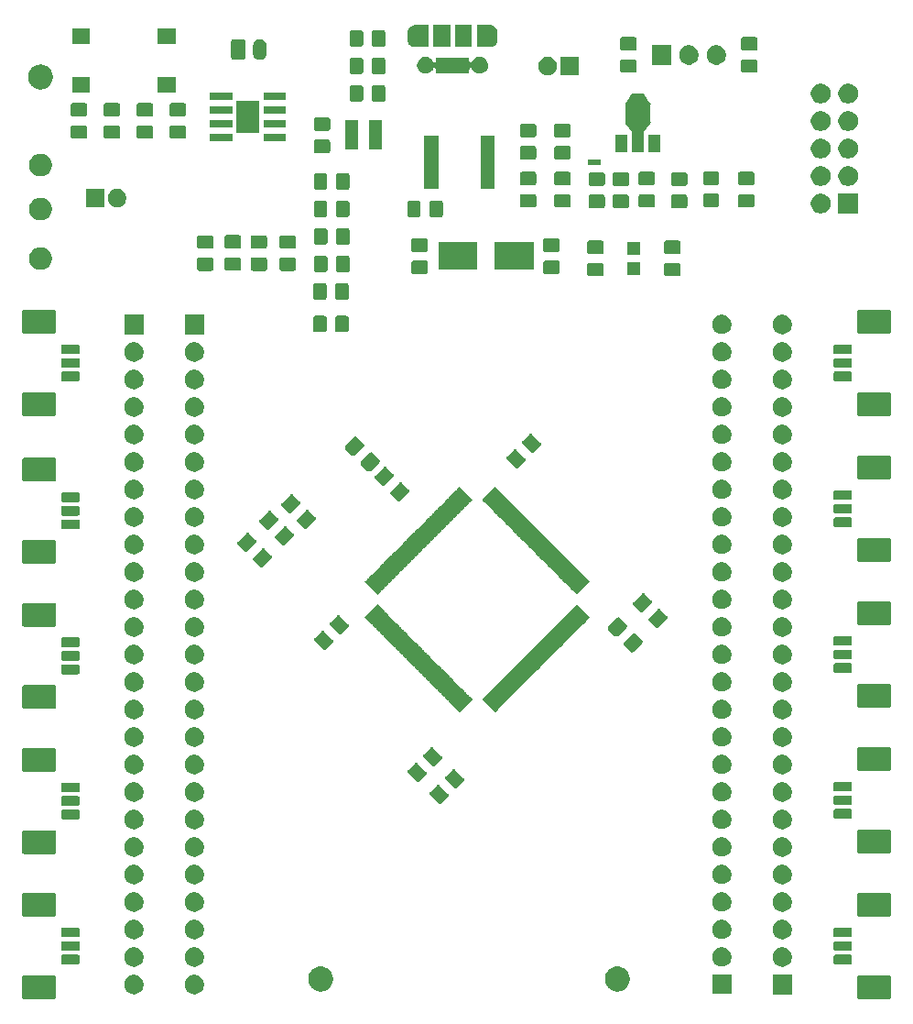
<source format=gts>
G04 #@! TF.GenerationSoftware,KiCad,Pcbnew,(5.1.5)-3*
G04 #@! TF.CreationDate,2020-04-08T17:46:41-04:00*
G04 #@! TF.ProjectId,ControlBoard,436f6e74-726f-46c4-926f-6172642e6b69,rev?*
G04 #@! TF.SameCoordinates,Original*
G04 #@! TF.FileFunction,Soldermask,Top*
G04 #@! TF.FilePolarity,Negative*
%FSLAX46Y46*%
G04 Gerber Fmt 4.6, Leading zero omitted, Abs format (unit mm)*
G04 Created by KiCad (PCBNEW (5.1.5)-3) date 2020-04-08 17:46:41*
%MOMM*%
%LPD*%
G04 APERTURE LIST*
%ADD10C,0.100000*%
G04 APERTURE END LIST*
D10*
G36*
X221245536Y-139354800D02*
G01*
X221276738Y-139364265D01*
X221305486Y-139379631D01*
X221330687Y-139400313D01*
X221351369Y-139425514D01*
X221366735Y-139454262D01*
X221376200Y-139485464D01*
X221380000Y-139524046D01*
X221380000Y-141379954D01*
X221376200Y-141418536D01*
X221366735Y-141449738D01*
X221351369Y-141478486D01*
X221330687Y-141503687D01*
X221305486Y-141524369D01*
X221276738Y-141539735D01*
X221245536Y-141549200D01*
X221206954Y-141553000D01*
X218451046Y-141553000D01*
X218412464Y-141549200D01*
X218381262Y-141539735D01*
X218352514Y-141524369D01*
X218327313Y-141503687D01*
X218306631Y-141478486D01*
X218291265Y-141449738D01*
X218281800Y-141418536D01*
X218278000Y-141379954D01*
X218278000Y-139524046D01*
X218281800Y-139485464D01*
X218291265Y-139454262D01*
X218306631Y-139425514D01*
X218327313Y-139400313D01*
X218352514Y-139379631D01*
X218381262Y-139364265D01*
X218412464Y-139354800D01*
X218451046Y-139351000D01*
X221206954Y-139351000D01*
X221245536Y-139354800D01*
G37*
G36*
X144037536Y-139354800D02*
G01*
X144068738Y-139364265D01*
X144097486Y-139379631D01*
X144122687Y-139400313D01*
X144143369Y-139425514D01*
X144158735Y-139454262D01*
X144168200Y-139485464D01*
X144172000Y-139524046D01*
X144172000Y-141379954D01*
X144168200Y-141418536D01*
X144158735Y-141449738D01*
X144143369Y-141478486D01*
X144122687Y-141503687D01*
X144097486Y-141524369D01*
X144068738Y-141539735D01*
X144037536Y-141549200D01*
X143998954Y-141553000D01*
X141243046Y-141553000D01*
X141204464Y-141549200D01*
X141173262Y-141539735D01*
X141144514Y-141524369D01*
X141119313Y-141503687D01*
X141098631Y-141478486D01*
X141083265Y-141449738D01*
X141073800Y-141418536D01*
X141070000Y-141379954D01*
X141070000Y-139524046D01*
X141073800Y-139485464D01*
X141083265Y-139454262D01*
X141098631Y-139425514D01*
X141119313Y-139400313D01*
X141144514Y-139379631D01*
X141173262Y-139364265D01*
X141204464Y-139354800D01*
X141243046Y-139351000D01*
X143998954Y-139351000D01*
X144037536Y-139354800D01*
G37*
G36*
X157085512Y-139311927D02*
G01*
X157234812Y-139341624D01*
X157398784Y-139409544D01*
X157546354Y-139508147D01*
X157671853Y-139633646D01*
X157770456Y-139781216D01*
X157838376Y-139945188D01*
X157873000Y-140119259D01*
X157873000Y-140296741D01*
X157838376Y-140470812D01*
X157770456Y-140634784D01*
X157671853Y-140782354D01*
X157546354Y-140907853D01*
X157398784Y-141006456D01*
X157234812Y-141074376D01*
X157090906Y-141103000D01*
X157060742Y-141109000D01*
X156883258Y-141109000D01*
X156853094Y-141103000D01*
X156709188Y-141074376D01*
X156545216Y-141006456D01*
X156397646Y-140907853D01*
X156272147Y-140782354D01*
X156173544Y-140634784D01*
X156105624Y-140470812D01*
X156071000Y-140296741D01*
X156071000Y-140119259D01*
X156105624Y-139945188D01*
X156173544Y-139781216D01*
X156272147Y-139633646D01*
X156397646Y-139508147D01*
X156545216Y-139409544D01*
X156709188Y-139341624D01*
X156858488Y-139311927D01*
X156883258Y-139307000D01*
X157060742Y-139307000D01*
X157085512Y-139311927D01*
G37*
G36*
X212229000Y-141109000D02*
G01*
X210427000Y-141109000D01*
X210427000Y-139307000D01*
X212229000Y-139307000D01*
X212229000Y-141109000D01*
G37*
G36*
X151497512Y-139311927D02*
G01*
X151646812Y-139341624D01*
X151810784Y-139409544D01*
X151958354Y-139508147D01*
X152083853Y-139633646D01*
X152182456Y-139781216D01*
X152250376Y-139945188D01*
X152285000Y-140119259D01*
X152285000Y-140296741D01*
X152250376Y-140470812D01*
X152182456Y-140634784D01*
X152083853Y-140782354D01*
X151958354Y-140907853D01*
X151810784Y-141006456D01*
X151646812Y-141074376D01*
X151502906Y-141103000D01*
X151472742Y-141109000D01*
X151295258Y-141109000D01*
X151265094Y-141103000D01*
X151121188Y-141074376D01*
X150957216Y-141006456D01*
X150809646Y-140907853D01*
X150684147Y-140782354D01*
X150585544Y-140634784D01*
X150517624Y-140470812D01*
X150483000Y-140296741D01*
X150483000Y-140119259D01*
X150517624Y-139945188D01*
X150585544Y-139781216D01*
X150684147Y-139633646D01*
X150809646Y-139508147D01*
X150957216Y-139409544D01*
X151121188Y-139341624D01*
X151270488Y-139311927D01*
X151295258Y-139307000D01*
X151472742Y-139307000D01*
X151497512Y-139311927D01*
G37*
G36*
X206641000Y-141103000D02*
G01*
X204839000Y-141103000D01*
X204839000Y-139301000D01*
X206641000Y-139301000D01*
X206641000Y-141103000D01*
G37*
G36*
X168839747Y-138563000D02*
G01*
X168991734Y-138593232D01*
X169201203Y-138679997D01*
X169389720Y-138805960D01*
X169550040Y-138966280D01*
X169676003Y-139154797D01*
X169762768Y-139364266D01*
X169807000Y-139586636D01*
X169807000Y-139813364D01*
X169762768Y-140035734D01*
X169676003Y-140245203D01*
X169550040Y-140433720D01*
X169389720Y-140594040D01*
X169201203Y-140720003D01*
X168991734Y-140806768D01*
X168880549Y-140828884D01*
X168769365Y-140851000D01*
X168542635Y-140851000D01*
X168431451Y-140828884D01*
X168320266Y-140806768D01*
X168110797Y-140720003D01*
X167922280Y-140594040D01*
X167761960Y-140433720D01*
X167635997Y-140245203D01*
X167549232Y-140035734D01*
X167505000Y-139813364D01*
X167505000Y-139586636D01*
X167549232Y-139364266D01*
X167635997Y-139154797D01*
X167761960Y-138966280D01*
X167922280Y-138805960D01*
X168110797Y-138679997D01*
X168320266Y-138593232D01*
X168472253Y-138563000D01*
X168542635Y-138549000D01*
X168769365Y-138549000D01*
X168839747Y-138563000D01*
G37*
G36*
X196271747Y-138563000D02*
G01*
X196423734Y-138593232D01*
X196633203Y-138679997D01*
X196821720Y-138805960D01*
X196982040Y-138966280D01*
X197108003Y-139154797D01*
X197194768Y-139364266D01*
X197239000Y-139586636D01*
X197239000Y-139813364D01*
X197194768Y-140035734D01*
X197108003Y-140245203D01*
X196982040Y-140433720D01*
X196821720Y-140594040D01*
X196633203Y-140720003D01*
X196423734Y-140806768D01*
X196312549Y-140828884D01*
X196201365Y-140851000D01*
X195974635Y-140851000D01*
X195863451Y-140828884D01*
X195752266Y-140806768D01*
X195542797Y-140720003D01*
X195354280Y-140594040D01*
X195193960Y-140433720D01*
X195067997Y-140245203D01*
X194981232Y-140035734D01*
X194937000Y-139813364D01*
X194937000Y-139586636D01*
X194981232Y-139364266D01*
X195067997Y-139154797D01*
X195193960Y-138966280D01*
X195354280Y-138805960D01*
X195542797Y-138679997D01*
X195752266Y-138593232D01*
X195904253Y-138563000D01*
X195974635Y-138549000D01*
X196201365Y-138549000D01*
X196271747Y-138563000D01*
G37*
G36*
X211441512Y-136771927D02*
G01*
X211590812Y-136801624D01*
X211754784Y-136869544D01*
X211902354Y-136968147D01*
X212027853Y-137093646D01*
X212126456Y-137241216D01*
X212194376Y-137405188D01*
X212217964Y-137523777D01*
X212227807Y-137573258D01*
X212229000Y-137579259D01*
X212229000Y-137756741D01*
X212194376Y-137930812D01*
X212126456Y-138094784D01*
X212027853Y-138242354D01*
X211902354Y-138367853D01*
X211754784Y-138466456D01*
X211590812Y-138534376D01*
X211446906Y-138563000D01*
X211416742Y-138569000D01*
X211239258Y-138569000D01*
X211209094Y-138563000D01*
X211065188Y-138534376D01*
X210901216Y-138466456D01*
X210753646Y-138367853D01*
X210628147Y-138242354D01*
X210529544Y-138094784D01*
X210461624Y-137930812D01*
X210427000Y-137756741D01*
X210427000Y-137579259D01*
X210428194Y-137573258D01*
X210438036Y-137523777D01*
X210461624Y-137405188D01*
X210529544Y-137241216D01*
X210628147Y-137093646D01*
X210753646Y-136968147D01*
X210901216Y-136869544D01*
X211065188Y-136801624D01*
X211214488Y-136771927D01*
X211239258Y-136767000D01*
X211416742Y-136767000D01*
X211441512Y-136771927D01*
G37*
G36*
X157085512Y-136771927D02*
G01*
X157234812Y-136801624D01*
X157398784Y-136869544D01*
X157546354Y-136968147D01*
X157671853Y-137093646D01*
X157770456Y-137241216D01*
X157838376Y-137405188D01*
X157861964Y-137523777D01*
X157871807Y-137573258D01*
X157873000Y-137579259D01*
X157873000Y-137756741D01*
X157838376Y-137930812D01*
X157770456Y-138094784D01*
X157671853Y-138242354D01*
X157546354Y-138367853D01*
X157398784Y-138466456D01*
X157234812Y-138534376D01*
X157090906Y-138563000D01*
X157060742Y-138569000D01*
X156883258Y-138569000D01*
X156853094Y-138563000D01*
X156709188Y-138534376D01*
X156545216Y-138466456D01*
X156397646Y-138367853D01*
X156272147Y-138242354D01*
X156173544Y-138094784D01*
X156105624Y-137930812D01*
X156071000Y-137756741D01*
X156071000Y-137579259D01*
X156072194Y-137573258D01*
X156082036Y-137523777D01*
X156105624Y-137405188D01*
X156173544Y-137241216D01*
X156272147Y-137093646D01*
X156397646Y-136968147D01*
X156545216Y-136869544D01*
X156709188Y-136801624D01*
X156858488Y-136771927D01*
X156883258Y-136767000D01*
X157060742Y-136767000D01*
X157085512Y-136771927D01*
G37*
G36*
X151497512Y-136771927D02*
G01*
X151646812Y-136801624D01*
X151810784Y-136869544D01*
X151958354Y-136968147D01*
X152083853Y-137093646D01*
X152182456Y-137241216D01*
X152250376Y-137405188D01*
X152273964Y-137523777D01*
X152283807Y-137573258D01*
X152285000Y-137579259D01*
X152285000Y-137756741D01*
X152250376Y-137930812D01*
X152182456Y-138094784D01*
X152083853Y-138242354D01*
X151958354Y-138367853D01*
X151810784Y-138466456D01*
X151646812Y-138534376D01*
X151502906Y-138563000D01*
X151472742Y-138569000D01*
X151295258Y-138569000D01*
X151265094Y-138563000D01*
X151121188Y-138534376D01*
X150957216Y-138466456D01*
X150809646Y-138367853D01*
X150684147Y-138242354D01*
X150585544Y-138094784D01*
X150517624Y-137930812D01*
X150483000Y-137756741D01*
X150483000Y-137579259D01*
X150484194Y-137573258D01*
X150494036Y-137523777D01*
X150517624Y-137405188D01*
X150585544Y-137241216D01*
X150684147Y-137093646D01*
X150809646Y-136968147D01*
X150957216Y-136869544D01*
X151121188Y-136801624D01*
X151270488Y-136771927D01*
X151295258Y-136767000D01*
X151472742Y-136767000D01*
X151497512Y-136771927D01*
G37*
G36*
X205853512Y-136765927D02*
G01*
X206002812Y-136795624D01*
X206166784Y-136863544D01*
X206314354Y-136962147D01*
X206439853Y-137087646D01*
X206538456Y-137235216D01*
X206606376Y-137399188D01*
X206636073Y-137548488D01*
X206641000Y-137573258D01*
X206641000Y-137750742D01*
X206636073Y-137775512D01*
X206606376Y-137924812D01*
X206538456Y-138088784D01*
X206439853Y-138236354D01*
X206314354Y-138361853D01*
X206166784Y-138460456D01*
X206002812Y-138528376D01*
X205853512Y-138558073D01*
X205828742Y-138563000D01*
X205651258Y-138563000D01*
X205626488Y-138558073D01*
X205477188Y-138528376D01*
X205313216Y-138460456D01*
X205165646Y-138361853D01*
X205040147Y-138236354D01*
X204941544Y-138088784D01*
X204873624Y-137924812D01*
X204843927Y-137775512D01*
X204839000Y-137750742D01*
X204839000Y-137573258D01*
X204843927Y-137548488D01*
X204873624Y-137399188D01*
X204941544Y-137235216D01*
X205040147Y-137087646D01*
X205165646Y-136962147D01*
X205313216Y-136863544D01*
X205477188Y-136795624D01*
X205626488Y-136765927D01*
X205651258Y-136761000D01*
X205828742Y-136761000D01*
X205853512Y-136765927D01*
G37*
G36*
X146240683Y-137454725D02*
G01*
X146271143Y-137463966D01*
X146299223Y-137478974D01*
X146323831Y-137499169D01*
X146344026Y-137523777D01*
X146359034Y-137551857D01*
X146368275Y-137582317D01*
X146372000Y-137620140D01*
X146372000Y-138183860D01*
X146368275Y-138221683D01*
X146359034Y-138252143D01*
X146344026Y-138280223D01*
X146323831Y-138304831D01*
X146299223Y-138325026D01*
X146271143Y-138340034D01*
X146240683Y-138349275D01*
X146202860Y-138353000D01*
X144839140Y-138353000D01*
X144801317Y-138349275D01*
X144770857Y-138340034D01*
X144742777Y-138325026D01*
X144718169Y-138304831D01*
X144697974Y-138280223D01*
X144682966Y-138252143D01*
X144673725Y-138221683D01*
X144670000Y-138183860D01*
X144670000Y-137620140D01*
X144673725Y-137582317D01*
X144682966Y-137551857D01*
X144697974Y-137523777D01*
X144718169Y-137499169D01*
X144742777Y-137478974D01*
X144770857Y-137463966D01*
X144801317Y-137454725D01*
X144839140Y-137451000D01*
X146202860Y-137451000D01*
X146240683Y-137454725D01*
G37*
G36*
X217648683Y-137454725D02*
G01*
X217679143Y-137463966D01*
X217707223Y-137478974D01*
X217731831Y-137499169D01*
X217752026Y-137523777D01*
X217767034Y-137551857D01*
X217776275Y-137582317D01*
X217780000Y-137620140D01*
X217780000Y-138183860D01*
X217776275Y-138221683D01*
X217767034Y-138252143D01*
X217752026Y-138280223D01*
X217731831Y-138304831D01*
X217707223Y-138325026D01*
X217679143Y-138340034D01*
X217648683Y-138349275D01*
X217610860Y-138353000D01*
X216247140Y-138353000D01*
X216209317Y-138349275D01*
X216178857Y-138340034D01*
X216150777Y-138325026D01*
X216126169Y-138304831D01*
X216105974Y-138280223D01*
X216090966Y-138252143D01*
X216081725Y-138221683D01*
X216078000Y-138183860D01*
X216078000Y-137620140D01*
X216081725Y-137582317D01*
X216090966Y-137551857D01*
X216105974Y-137523777D01*
X216126169Y-137499169D01*
X216150777Y-137478974D01*
X216178857Y-137463966D01*
X216209317Y-137454725D01*
X216247140Y-137451000D01*
X217610860Y-137451000D01*
X217648683Y-137454725D01*
G37*
G36*
X146240683Y-136204725D02*
G01*
X146271143Y-136213966D01*
X146299223Y-136228974D01*
X146323831Y-136249169D01*
X146344026Y-136273777D01*
X146359034Y-136301857D01*
X146368275Y-136332317D01*
X146372000Y-136370140D01*
X146372000Y-136933860D01*
X146368275Y-136971683D01*
X146359034Y-137002143D01*
X146344026Y-137030223D01*
X146323831Y-137054831D01*
X146299223Y-137075026D01*
X146271143Y-137090034D01*
X146240683Y-137099275D01*
X146202860Y-137103000D01*
X144839140Y-137103000D01*
X144801317Y-137099275D01*
X144770857Y-137090034D01*
X144742777Y-137075026D01*
X144718169Y-137054831D01*
X144697974Y-137030223D01*
X144682966Y-137002143D01*
X144673725Y-136971683D01*
X144670000Y-136933860D01*
X144670000Y-136370140D01*
X144673725Y-136332317D01*
X144682966Y-136301857D01*
X144697974Y-136273777D01*
X144718169Y-136249169D01*
X144742777Y-136228974D01*
X144770857Y-136213966D01*
X144801317Y-136204725D01*
X144839140Y-136201000D01*
X146202860Y-136201000D01*
X146240683Y-136204725D01*
G37*
G36*
X217648683Y-136204725D02*
G01*
X217679143Y-136213966D01*
X217707223Y-136228974D01*
X217731831Y-136249169D01*
X217752026Y-136273777D01*
X217767034Y-136301857D01*
X217776275Y-136332317D01*
X217780000Y-136370140D01*
X217780000Y-136933860D01*
X217776275Y-136971683D01*
X217767034Y-137002143D01*
X217752026Y-137030223D01*
X217731831Y-137054831D01*
X217707223Y-137075026D01*
X217679143Y-137090034D01*
X217648683Y-137099275D01*
X217610860Y-137103000D01*
X216247140Y-137103000D01*
X216209317Y-137099275D01*
X216178857Y-137090034D01*
X216150777Y-137075026D01*
X216126169Y-137054831D01*
X216105974Y-137030223D01*
X216090966Y-137002143D01*
X216081725Y-136971683D01*
X216078000Y-136933860D01*
X216078000Y-136370140D01*
X216081725Y-136332317D01*
X216090966Y-136301857D01*
X216105974Y-136273777D01*
X216126169Y-136249169D01*
X216150777Y-136228974D01*
X216178857Y-136213966D01*
X216209317Y-136204725D01*
X216247140Y-136201000D01*
X217610860Y-136201000D01*
X217648683Y-136204725D01*
G37*
G36*
X151497512Y-134231927D02*
G01*
X151646812Y-134261624D01*
X151810784Y-134329544D01*
X151958354Y-134428147D01*
X152083853Y-134553646D01*
X152182456Y-134701216D01*
X152250376Y-134865188D01*
X152270859Y-134968165D01*
X152283807Y-135033258D01*
X152285000Y-135039259D01*
X152285000Y-135216741D01*
X152250376Y-135390812D01*
X152182456Y-135554784D01*
X152083853Y-135702354D01*
X151958354Y-135827853D01*
X151810784Y-135926456D01*
X151646812Y-135994376D01*
X151502906Y-136023000D01*
X151472742Y-136029000D01*
X151295258Y-136029000D01*
X151265094Y-136023000D01*
X151121188Y-135994376D01*
X150957216Y-135926456D01*
X150809646Y-135827853D01*
X150684147Y-135702354D01*
X150585544Y-135554784D01*
X150517624Y-135390812D01*
X150483000Y-135216741D01*
X150483000Y-135039259D01*
X150484194Y-135033258D01*
X150497141Y-134968165D01*
X150517624Y-134865188D01*
X150585544Y-134701216D01*
X150684147Y-134553646D01*
X150809646Y-134428147D01*
X150957216Y-134329544D01*
X151121188Y-134261624D01*
X151270488Y-134231927D01*
X151295258Y-134227000D01*
X151472742Y-134227000D01*
X151497512Y-134231927D01*
G37*
G36*
X157085512Y-134231927D02*
G01*
X157234812Y-134261624D01*
X157398784Y-134329544D01*
X157546354Y-134428147D01*
X157671853Y-134553646D01*
X157770456Y-134701216D01*
X157838376Y-134865188D01*
X157858859Y-134968165D01*
X157871807Y-135033258D01*
X157873000Y-135039259D01*
X157873000Y-135216741D01*
X157838376Y-135390812D01*
X157770456Y-135554784D01*
X157671853Y-135702354D01*
X157546354Y-135827853D01*
X157398784Y-135926456D01*
X157234812Y-135994376D01*
X157090906Y-136023000D01*
X157060742Y-136029000D01*
X156883258Y-136029000D01*
X156853094Y-136023000D01*
X156709188Y-135994376D01*
X156545216Y-135926456D01*
X156397646Y-135827853D01*
X156272147Y-135702354D01*
X156173544Y-135554784D01*
X156105624Y-135390812D01*
X156071000Y-135216741D01*
X156071000Y-135039259D01*
X156072194Y-135033258D01*
X156085141Y-134968165D01*
X156105624Y-134865188D01*
X156173544Y-134701216D01*
X156272147Y-134553646D01*
X156397646Y-134428147D01*
X156545216Y-134329544D01*
X156709188Y-134261624D01*
X156858488Y-134231927D01*
X156883258Y-134227000D01*
X157060742Y-134227000D01*
X157085512Y-134231927D01*
G37*
G36*
X211441512Y-134231927D02*
G01*
X211590812Y-134261624D01*
X211754784Y-134329544D01*
X211902354Y-134428147D01*
X212027853Y-134553646D01*
X212126456Y-134701216D01*
X212194376Y-134865188D01*
X212214859Y-134968165D01*
X212227807Y-135033258D01*
X212229000Y-135039259D01*
X212229000Y-135216741D01*
X212194376Y-135390812D01*
X212126456Y-135554784D01*
X212027853Y-135702354D01*
X211902354Y-135827853D01*
X211754784Y-135926456D01*
X211590812Y-135994376D01*
X211446906Y-136023000D01*
X211416742Y-136029000D01*
X211239258Y-136029000D01*
X211209094Y-136023000D01*
X211065188Y-135994376D01*
X210901216Y-135926456D01*
X210753646Y-135827853D01*
X210628147Y-135702354D01*
X210529544Y-135554784D01*
X210461624Y-135390812D01*
X210427000Y-135216741D01*
X210427000Y-135039259D01*
X210428194Y-135033258D01*
X210441141Y-134968165D01*
X210461624Y-134865188D01*
X210529544Y-134701216D01*
X210628147Y-134553646D01*
X210753646Y-134428147D01*
X210901216Y-134329544D01*
X211065188Y-134261624D01*
X211214488Y-134231927D01*
X211239258Y-134227000D01*
X211416742Y-134227000D01*
X211441512Y-134231927D01*
G37*
G36*
X205853512Y-134225927D02*
G01*
X206002812Y-134255624D01*
X206166784Y-134323544D01*
X206314354Y-134422147D01*
X206439853Y-134547646D01*
X206538456Y-134695216D01*
X206606376Y-134859188D01*
X206624638Y-134951000D01*
X206641000Y-135033258D01*
X206641000Y-135210742D01*
X206636073Y-135235512D01*
X206606376Y-135384812D01*
X206538456Y-135548784D01*
X206439853Y-135696354D01*
X206314354Y-135821853D01*
X206166784Y-135920456D01*
X206002812Y-135988376D01*
X205853512Y-136018073D01*
X205828742Y-136023000D01*
X205651258Y-136023000D01*
X205626488Y-136018073D01*
X205477188Y-135988376D01*
X205313216Y-135920456D01*
X205165646Y-135821853D01*
X205040147Y-135696354D01*
X204941544Y-135548784D01*
X204873624Y-135384812D01*
X204843927Y-135235512D01*
X204839000Y-135210742D01*
X204839000Y-135033258D01*
X204855362Y-134951000D01*
X204873624Y-134859188D01*
X204941544Y-134695216D01*
X205040147Y-134547646D01*
X205165646Y-134422147D01*
X205313216Y-134323544D01*
X205477188Y-134255624D01*
X205626488Y-134225927D01*
X205651258Y-134221000D01*
X205828742Y-134221000D01*
X205853512Y-134225927D01*
G37*
G36*
X217648683Y-134954725D02*
G01*
X217679143Y-134963966D01*
X217707223Y-134978974D01*
X217731831Y-134999169D01*
X217752026Y-135023777D01*
X217767034Y-135051857D01*
X217776275Y-135082317D01*
X217780000Y-135120140D01*
X217780000Y-135683860D01*
X217776275Y-135721683D01*
X217767034Y-135752143D01*
X217752026Y-135780223D01*
X217731831Y-135804831D01*
X217707223Y-135825026D01*
X217679143Y-135840034D01*
X217648683Y-135849275D01*
X217610860Y-135853000D01*
X216247140Y-135853000D01*
X216209317Y-135849275D01*
X216178857Y-135840034D01*
X216150777Y-135825026D01*
X216126169Y-135804831D01*
X216105974Y-135780223D01*
X216090966Y-135752143D01*
X216081725Y-135721683D01*
X216078000Y-135683860D01*
X216078000Y-135120140D01*
X216081725Y-135082317D01*
X216090966Y-135051857D01*
X216105974Y-135023777D01*
X216126169Y-134999169D01*
X216150777Y-134978974D01*
X216178857Y-134963966D01*
X216209317Y-134954725D01*
X216247140Y-134951000D01*
X217610860Y-134951000D01*
X217648683Y-134954725D01*
G37*
G36*
X146240683Y-134954725D02*
G01*
X146271143Y-134963966D01*
X146299223Y-134978974D01*
X146323831Y-134999169D01*
X146344026Y-135023777D01*
X146359034Y-135051857D01*
X146368275Y-135082317D01*
X146372000Y-135120140D01*
X146372000Y-135683860D01*
X146368275Y-135721683D01*
X146359034Y-135752143D01*
X146344026Y-135780223D01*
X146323831Y-135804831D01*
X146299223Y-135825026D01*
X146271143Y-135840034D01*
X146240683Y-135849275D01*
X146202860Y-135853000D01*
X144839140Y-135853000D01*
X144801317Y-135849275D01*
X144770857Y-135840034D01*
X144742777Y-135825026D01*
X144718169Y-135804831D01*
X144697974Y-135780223D01*
X144682966Y-135752143D01*
X144673725Y-135721683D01*
X144670000Y-135683860D01*
X144670000Y-135120140D01*
X144673725Y-135082317D01*
X144682966Y-135051857D01*
X144697974Y-135023777D01*
X144718169Y-134999169D01*
X144742777Y-134978974D01*
X144770857Y-134963966D01*
X144801317Y-134954725D01*
X144839140Y-134951000D01*
X146202860Y-134951000D01*
X146240683Y-134954725D01*
G37*
G36*
X221245536Y-131754800D02*
G01*
X221276738Y-131764265D01*
X221305486Y-131779631D01*
X221330687Y-131800313D01*
X221351369Y-131825514D01*
X221366735Y-131854262D01*
X221376200Y-131885464D01*
X221380000Y-131924046D01*
X221380000Y-133779954D01*
X221376200Y-133818536D01*
X221366735Y-133849738D01*
X221351369Y-133878486D01*
X221330687Y-133903687D01*
X221305486Y-133924369D01*
X221276738Y-133939735D01*
X221245536Y-133949200D01*
X221206954Y-133953000D01*
X218451046Y-133953000D01*
X218412464Y-133949200D01*
X218381262Y-133939735D01*
X218352514Y-133924369D01*
X218327313Y-133903687D01*
X218306631Y-133878486D01*
X218291265Y-133849738D01*
X218281800Y-133818536D01*
X218278000Y-133779954D01*
X218278000Y-131924046D01*
X218281800Y-131885464D01*
X218291265Y-131854262D01*
X218306631Y-131825514D01*
X218327313Y-131800313D01*
X218352514Y-131779631D01*
X218381262Y-131764265D01*
X218412464Y-131754800D01*
X218451046Y-131751000D01*
X221206954Y-131751000D01*
X221245536Y-131754800D01*
G37*
G36*
X144037536Y-131754800D02*
G01*
X144068738Y-131764265D01*
X144097486Y-131779631D01*
X144122687Y-131800313D01*
X144143369Y-131825514D01*
X144158735Y-131854262D01*
X144168200Y-131885464D01*
X144172000Y-131924046D01*
X144172000Y-133779954D01*
X144168200Y-133818536D01*
X144158735Y-133849738D01*
X144143369Y-133878486D01*
X144122687Y-133903687D01*
X144097486Y-133924369D01*
X144068738Y-133939735D01*
X144037536Y-133949200D01*
X143998954Y-133953000D01*
X141243046Y-133953000D01*
X141204464Y-133949200D01*
X141173262Y-133939735D01*
X141144514Y-133924369D01*
X141119313Y-133903687D01*
X141098631Y-133878486D01*
X141083265Y-133849738D01*
X141073800Y-133818536D01*
X141070000Y-133779954D01*
X141070000Y-131924046D01*
X141073800Y-131885464D01*
X141083265Y-131854262D01*
X141098631Y-131825514D01*
X141119313Y-131800313D01*
X141144514Y-131779631D01*
X141173262Y-131764265D01*
X141204464Y-131754800D01*
X141243046Y-131751000D01*
X143998954Y-131751000D01*
X144037536Y-131754800D01*
G37*
G36*
X157085512Y-131691927D02*
G01*
X157234812Y-131721624D01*
X157398784Y-131789544D01*
X157546354Y-131888147D01*
X157671853Y-132013646D01*
X157770456Y-132161216D01*
X157838376Y-132325188D01*
X157868073Y-132474488D01*
X157871807Y-132493258D01*
X157873000Y-132499259D01*
X157873000Y-132676741D01*
X157838376Y-132850812D01*
X157770456Y-133014784D01*
X157671853Y-133162354D01*
X157546354Y-133287853D01*
X157398784Y-133386456D01*
X157234812Y-133454376D01*
X157090906Y-133483000D01*
X157060742Y-133489000D01*
X156883258Y-133489000D01*
X156853094Y-133483000D01*
X156709188Y-133454376D01*
X156545216Y-133386456D01*
X156397646Y-133287853D01*
X156272147Y-133162354D01*
X156173544Y-133014784D01*
X156105624Y-132850812D01*
X156071000Y-132676741D01*
X156071000Y-132499259D01*
X156072194Y-132493258D01*
X156075927Y-132474488D01*
X156105624Y-132325188D01*
X156173544Y-132161216D01*
X156272147Y-132013646D01*
X156397646Y-131888147D01*
X156545216Y-131789544D01*
X156709188Y-131721624D01*
X156858488Y-131691927D01*
X156883258Y-131687000D01*
X157060742Y-131687000D01*
X157085512Y-131691927D01*
G37*
G36*
X151497512Y-131691927D02*
G01*
X151646812Y-131721624D01*
X151810784Y-131789544D01*
X151958354Y-131888147D01*
X152083853Y-132013646D01*
X152182456Y-132161216D01*
X152250376Y-132325188D01*
X152280073Y-132474488D01*
X152283807Y-132493258D01*
X152285000Y-132499259D01*
X152285000Y-132676741D01*
X152250376Y-132850812D01*
X152182456Y-133014784D01*
X152083853Y-133162354D01*
X151958354Y-133287853D01*
X151810784Y-133386456D01*
X151646812Y-133454376D01*
X151502906Y-133483000D01*
X151472742Y-133489000D01*
X151295258Y-133489000D01*
X151265094Y-133483000D01*
X151121188Y-133454376D01*
X150957216Y-133386456D01*
X150809646Y-133287853D01*
X150684147Y-133162354D01*
X150585544Y-133014784D01*
X150517624Y-132850812D01*
X150483000Y-132676741D01*
X150483000Y-132499259D01*
X150484194Y-132493258D01*
X150487927Y-132474488D01*
X150517624Y-132325188D01*
X150585544Y-132161216D01*
X150684147Y-132013646D01*
X150809646Y-131888147D01*
X150957216Y-131789544D01*
X151121188Y-131721624D01*
X151270488Y-131691927D01*
X151295258Y-131687000D01*
X151472742Y-131687000D01*
X151497512Y-131691927D01*
G37*
G36*
X211441512Y-131691927D02*
G01*
X211590812Y-131721624D01*
X211754784Y-131789544D01*
X211902354Y-131888147D01*
X212027853Y-132013646D01*
X212126456Y-132161216D01*
X212194376Y-132325188D01*
X212224073Y-132474488D01*
X212227807Y-132493258D01*
X212229000Y-132499259D01*
X212229000Y-132676741D01*
X212194376Y-132850812D01*
X212126456Y-133014784D01*
X212027853Y-133162354D01*
X211902354Y-133287853D01*
X211754784Y-133386456D01*
X211590812Y-133454376D01*
X211446906Y-133483000D01*
X211416742Y-133489000D01*
X211239258Y-133489000D01*
X211209094Y-133483000D01*
X211065188Y-133454376D01*
X210901216Y-133386456D01*
X210753646Y-133287853D01*
X210628147Y-133162354D01*
X210529544Y-133014784D01*
X210461624Y-132850812D01*
X210427000Y-132676741D01*
X210427000Y-132499259D01*
X210428194Y-132493258D01*
X210431927Y-132474488D01*
X210461624Y-132325188D01*
X210529544Y-132161216D01*
X210628147Y-132013646D01*
X210753646Y-131888147D01*
X210901216Y-131789544D01*
X211065188Y-131721624D01*
X211214488Y-131691927D01*
X211239258Y-131687000D01*
X211416742Y-131687000D01*
X211441512Y-131691927D01*
G37*
G36*
X205853512Y-131685927D02*
G01*
X206002812Y-131715624D01*
X206166784Y-131783544D01*
X206314354Y-131882147D01*
X206439853Y-132007646D01*
X206538456Y-132155216D01*
X206606376Y-132319188D01*
X206636073Y-132468488D01*
X206641000Y-132493258D01*
X206641000Y-132670742D01*
X206636073Y-132695512D01*
X206606376Y-132844812D01*
X206538456Y-133008784D01*
X206439853Y-133156354D01*
X206314354Y-133281853D01*
X206166784Y-133380456D01*
X206002812Y-133448376D01*
X205853512Y-133478073D01*
X205828742Y-133483000D01*
X205651258Y-133483000D01*
X205626488Y-133478073D01*
X205477188Y-133448376D01*
X205313216Y-133380456D01*
X205165646Y-133281853D01*
X205040147Y-133156354D01*
X204941544Y-133008784D01*
X204873624Y-132844812D01*
X204843927Y-132695512D01*
X204839000Y-132670742D01*
X204839000Y-132493258D01*
X204843927Y-132468488D01*
X204873624Y-132319188D01*
X204941544Y-132155216D01*
X205040147Y-132007646D01*
X205165646Y-131882147D01*
X205313216Y-131783544D01*
X205477188Y-131715624D01*
X205626488Y-131685927D01*
X205651258Y-131681000D01*
X205828742Y-131681000D01*
X205853512Y-131685927D01*
G37*
G36*
X151497512Y-129151927D02*
G01*
X151646812Y-129181624D01*
X151810784Y-129249544D01*
X151958354Y-129348147D01*
X152083853Y-129473646D01*
X152182456Y-129621216D01*
X152250376Y-129785188D01*
X152280073Y-129934488D01*
X152283807Y-129953258D01*
X152285000Y-129959259D01*
X152285000Y-130136741D01*
X152250376Y-130310812D01*
X152182456Y-130474784D01*
X152083853Y-130622354D01*
X151958354Y-130747853D01*
X151810784Y-130846456D01*
X151646812Y-130914376D01*
X151502906Y-130943000D01*
X151472742Y-130949000D01*
X151295258Y-130949000D01*
X151265094Y-130943000D01*
X151121188Y-130914376D01*
X150957216Y-130846456D01*
X150809646Y-130747853D01*
X150684147Y-130622354D01*
X150585544Y-130474784D01*
X150517624Y-130310812D01*
X150483000Y-130136741D01*
X150483000Y-129959259D01*
X150484194Y-129953258D01*
X150487927Y-129934488D01*
X150517624Y-129785188D01*
X150585544Y-129621216D01*
X150684147Y-129473646D01*
X150809646Y-129348147D01*
X150957216Y-129249544D01*
X151121188Y-129181624D01*
X151270488Y-129151927D01*
X151295258Y-129147000D01*
X151472742Y-129147000D01*
X151497512Y-129151927D01*
G37*
G36*
X157085512Y-129151927D02*
G01*
X157234812Y-129181624D01*
X157398784Y-129249544D01*
X157546354Y-129348147D01*
X157671853Y-129473646D01*
X157770456Y-129621216D01*
X157838376Y-129785188D01*
X157868073Y-129934488D01*
X157871807Y-129953258D01*
X157873000Y-129959259D01*
X157873000Y-130136741D01*
X157838376Y-130310812D01*
X157770456Y-130474784D01*
X157671853Y-130622354D01*
X157546354Y-130747853D01*
X157398784Y-130846456D01*
X157234812Y-130914376D01*
X157090906Y-130943000D01*
X157060742Y-130949000D01*
X156883258Y-130949000D01*
X156853094Y-130943000D01*
X156709188Y-130914376D01*
X156545216Y-130846456D01*
X156397646Y-130747853D01*
X156272147Y-130622354D01*
X156173544Y-130474784D01*
X156105624Y-130310812D01*
X156071000Y-130136741D01*
X156071000Y-129959259D01*
X156072194Y-129953258D01*
X156075927Y-129934488D01*
X156105624Y-129785188D01*
X156173544Y-129621216D01*
X156272147Y-129473646D01*
X156397646Y-129348147D01*
X156545216Y-129249544D01*
X156709188Y-129181624D01*
X156858488Y-129151927D01*
X156883258Y-129147000D01*
X157060742Y-129147000D01*
X157085512Y-129151927D01*
G37*
G36*
X211441512Y-129151927D02*
G01*
X211590812Y-129181624D01*
X211754784Y-129249544D01*
X211902354Y-129348147D01*
X212027853Y-129473646D01*
X212126456Y-129621216D01*
X212194376Y-129785188D01*
X212224073Y-129934488D01*
X212227807Y-129953258D01*
X212229000Y-129959259D01*
X212229000Y-130136741D01*
X212194376Y-130310812D01*
X212126456Y-130474784D01*
X212027853Y-130622354D01*
X211902354Y-130747853D01*
X211754784Y-130846456D01*
X211590812Y-130914376D01*
X211446906Y-130943000D01*
X211416742Y-130949000D01*
X211239258Y-130949000D01*
X211209094Y-130943000D01*
X211065188Y-130914376D01*
X210901216Y-130846456D01*
X210753646Y-130747853D01*
X210628147Y-130622354D01*
X210529544Y-130474784D01*
X210461624Y-130310812D01*
X210427000Y-130136741D01*
X210427000Y-129959259D01*
X210428194Y-129953258D01*
X210431927Y-129934488D01*
X210461624Y-129785188D01*
X210529544Y-129621216D01*
X210628147Y-129473646D01*
X210753646Y-129348147D01*
X210901216Y-129249544D01*
X211065188Y-129181624D01*
X211214488Y-129151927D01*
X211239258Y-129147000D01*
X211416742Y-129147000D01*
X211441512Y-129151927D01*
G37*
G36*
X205853512Y-129145927D02*
G01*
X206002812Y-129175624D01*
X206166784Y-129243544D01*
X206314354Y-129342147D01*
X206439853Y-129467646D01*
X206538456Y-129615216D01*
X206606376Y-129779188D01*
X206636073Y-129928488D01*
X206641000Y-129953258D01*
X206641000Y-130130742D01*
X206636073Y-130155512D01*
X206606376Y-130304812D01*
X206538456Y-130468784D01*
X206439853Y-130616354D01*
X206314354Y-130741853D01*
X206166784Y-130840456D01*
X206002812Y-130908376D01*
X205853512Y-130938073D01*
X205828742Y-130943000D01*
X205651258Y-130943000D01*
X205626488Y-130938073D01*
X205477188Y-130908376D01*
X205313216Y-130840456D01*
X205165646Y-130741853D01*
X205040147Y-130616354D01*
X204941544Y-130468784D01*
X204873624Y-130304812D01*
X204843927Y-130155512D01*
X204839000Y-130130742D01*
X204839000Y-129953258D01*
X204843927Y-129928488D01*
X204873624Y-129779188D01*
X204941544Y-129615216D01*
X205040147Y-129467646D01*
X205165646Y-129342147D01*
X205313216Y-129243544D01*
X205477188Y-129175624D01*
X205626488Y-129145927D01*
X205651258Y-129141000D01*
X205828742Y-129141000D01*
X205853512Y-129145927D01*
G37*
G36*
X151497512Y-126611927D02*
G01*
X151646812Y-126641624D01*
X151810784Y-126709544D01*
X151958354Y-126808147D01*
X152083853Y-126933646D01*
X152182456Y-127081216D01*
X152250376Y-127245188D01*
X152280073Y-127394488D01*
X152283807Y-127413258D01*
X152285000Y-127419259D01*
X152285000Y-127596741D01*
X152250376Y-127770812D01*
X152182456Y-127934784D01*
X152083853Y-128082354D01*
X151958354Y-128207853D01*
X151810784Y-128306456D01*
X151646812Y-128374376D01*
X151502906Y-128403000D01*
X151472742Y-128409000D01*
X151295258Y-128409000D01*
X151265094Y-128403000D01*
X151121188Y-128374376D01*
X150957216Y-128306456D01*
X150809646Y-128207853D01*
X150684147Y-128082354D01*
X150585544Y-127934784D01*
X150517624Y-127770812D01*
X150483000Y-127596741D01*
X150483000Y-127419259D01*
X150484194Y-127413258D01*
X150487927Y-127394488D01*
X150517624Y-127245188D01*
X150585544Y-127081216D01*
X150684147Y-126933646D01*
X150809646Y-126808147D01*
X150957216Y-126709544D01*
X151121188Y-126641624D01*
X151270488Y-126611927D01*
X151295258Y-126607000D01*
X151472742Y-126607000D01*
X151497512Y-126611927D01*
G37*
G36*
X157085512Y-126611927D02*
G01*
X157234812Y-126641624D01*
X157398784Y-126709544D01*
X157546354Y-126808147D01*
X157671853Y-126933646D01*
X157770456Y-127081216D01*
X157838376Y-127245188D01*
X157868073Y-127394488D01*
X157871807Y-127413258D01*
X157873000Y-127419259D01*
X157873000Y-127596741D01*
X157838376Y-127770812D01*
X157770456Y-127934784D01*
X157671853Y-128082354D01*
X157546354Y-128207853D01*
X157398784Y-128306456D01*
X157234812Y-128374376D01*
X157090906Y-128403000D01*
X157060742Y-128409000D01*
X156883258Y-128409000D01*
X156853094Y-128403000D01*
X156709188Y-128374376D01*
X156545216Y-128306456D01*
X156397646Y-128207853D01*
X156272147Y-128082354D01*
X156173544Y-127934784D01*
X156105624Y-127770812D01*
X156071000Y-127596741D01*
X156071000Y-127419259D01*
X156072194Y-127413258D01*
X156075927Y-127394488D01*
X156105624Y-127245188D01*
X156173544Y-127081216D01*
X156272147Y-126933646D01*
X156397646Y-126808147D01*
X156545216Y-126709544D01*
X156709188Y-126641624D01*
X156858488Y-126611927D01*
X156883258Y-126607000D01*
X157060742Y-126607000D01*
X157085512Y-126611927D01*
G37*
G36*
X211441512Y-126611927D02*
G01*
X211590812Y-126641624D01*
X211754784Y-126709544D01*
X211902354Y-126808147D01*
X212027853Y-126933646D01*
X212126456Y-127081216D01*
X212194376Y-127245188D01*
X212224073Y-127394488D01*
X212227807Y-127413258D01*
X212229000Y-127419259D01*
X212229000Y-127596741D01*
X212194376Y-127770812D01*
X212126456Y-127934784D01*
X212027853Y-128082354D01*
X211902354Y-128207853D01*
X211754784Y-128306456D01*
X211590812Y-128374376D01*
X211446906Y-128403000D01*
X211416742Y-128409000D01*
X211239258Y-128409000D01*
X211209094Y-128403000D01*
X211065188Y-128374376D01*
X210901216Y-128306456D01*
X210753646Y-128207853D01*
X210628147Y-128082354D01*
X210529544Y-127934784D01*
X210461624Y-127770812D01*
X210427000Y-127596741D01*
X210427000Y-127419259D01*
X210428194Y-127413258D01*
X210431927Y-127394488D01*
X210461624Y-127245188D01*
X210529544Y-127081216D01*
X210628147Y-126933646D01*
X210753646Y-126808147D01*
X210901216Y-126709544D01*
X211065188Y-126641624D01*
X211214488Y-126611927D01*
X211239258Y-126607000D01*
X211416742Y-126607000D01*
X211441512Y-126611927D01*
G37*
G36*
X205853512Y-126605927D02*
G01*
X206002812Y-126635624D01*
X206166784Y-126703544D01*
X206314354Y-126802147D01*
X206439853Y-126927646D01*
X206538456Y-127075216D01*
X206606376Y-127239188D01*
X206636073Y-127388488D01*
X206641000Y-127413258D01*
X206641000Y-127590742D01*
X206636073Y-127615512D01*
X206606376Y-127764812D01*
X206538456Y-127928784D01*
X206439853Y-128076354D01*
X206314354Y-128201853D01*
X206166784Y-128300456D01*
X206002812Y-128368376D01*
X205853512Y-128398073D01*
X205828742Y-128403000D01*
X205651258Y-128403000D01*
X205626488Y-128398073D01*
X205477188Y-128368376D01*
X205313216Y-128300456D01*
X205165646Y-128201853D01*
X205040147Y-128076354D01*
X204941544Y-127928784D01*
X204873624Y-127764812D01*
X204843927Y-127615512D01*
X204839000Y-127590742D01*
X204839000Y-127413258D01*
X204843927Y-127388488D01*
X204873624Y-127239188D01*
X204941544Y-127075216D01*
X205040147Y-126927646D01*
X205165646Y-126802147D01*
X205313216Y-126703544D01*
X205477188Y-126635624D01*
X205626488Y-126605927D01*
X205651258Y-126601000D01*
X205828742Y-126601000D01*
X205853512Y-126605927D01*
G37*
G36*
X144037536Y-125956300D02*
G01*
X144068738Y-125965765D01*
X144097486Y-125981131D01*
X144122687Y-126001813D01*
X144143369Y-126027014D01*
X144158735Y-126055762D01*
X144168200Y-126086964D01*
X144172000Y-126125546D01*
X144172000Y-127981454D01*
X144168200Y-128020036D01*
X144158735Y-128051238D01*
X144143369Y-128079986D01*
X144122687Y-128105187D01*
X144097486Y-128125869D01*
X144068738Y-128141235D01*
X144037536Y-128150700D01*
X143998954Y-128154500D01*
X141243046Y-128154500D01*
X141204464Y-128150700D01*
X141173262Y-128141235D01*
X141144514Y-128125869D01*
X141119313Y-128105187D01*
X141098631Y-128079986D01*
X141083265Y-128051238D01*
X141073800Y-128020036D01*
X141070000Y-127981454D01*
X141070000Y-126125546D01*
X141073800Y-126086964D01*
X141083265Y-126055762D01*
X141098631Y-126027014D01*
X141119313Y-126001813D01*
X141144514Y-125981131D01*
X141173262Y-125965765D01*
X141204464Y-125956300D01*
X141243046Y-125952500D01*
X143998954Y-125952500D01*
X144037536Y-125956300D01*
G37*
G36*
X221245536Y-125892300D02*
G01*
X221276738Y-125901765D01*
X221305486Y-125917131D01*
X221330687Y-125937813D01*
X221351369Y-125963014D01*
X221366735Y-125991762D01*
X221376200Y-126022964D01*
X221380000Y-126061546D01*
X221380000Y-127917454D01*
X221376200Y-127956036D01*
X221366735Y-127987238D01*
X221351369Y-128015986D01*
X221330687Y-128041187D01*
X221305486Y-128061869D01*
X221276738Y-128077235D01*
X221245536Y-128086700D01*
X221206954Y-128090500D01*
X218451046Y-128090500D01*
X218412464Y-128086700D01*
X218381262Y-128077235D01*
X218352514Y-128061869D01*
X218327313Y-128041187D01*
X218306631Y-128015986D01*
X218291265Y-127987238D01*
X218281800Y-127956036D01*
X218278000Y-127917454D01*
X218278000Y-126061546D01*
X218281800Y-126022964D01*
X218291265Y-125991762D01*
X218306631Y-125963014D01*
X218327313Y-125937813D01*
X218352514Y-125917131D01*
X218381262Y-125901765D01*
X218412464Y-125892300D01*
X218451046Y-125888500D01*
X221206954Y-125888500D01*
X221245536Y-125892300D01*
G37*
G36*
X157085512Y-124071927D02*
G01*
X157234812Y-124101624D01*
X157398784Y-124169544D01*
X157546354Y-124268147D01*
X157671853Y-124393646D01*
X157770456Y-124541216D01*
X157838376Y-124705188D01*
X157865655Y-124842331D01*
X157871807Y-124873258D01*
X157873000Y-124879259D01*
X157873000Y-125056741D01*
X157838376Y-125230812D01*
X157770456Y-125394784D01*
X157671853Y-125542354D01*
X157546354Y-125667853D01*
X157398784Y-125766456D01*
X157234812Y-125834376D01*
X157090906Y-125863000D01*
X157060742Y-125869000D01*
X156883258Y-125869000D01*
X156853094Y-125863000D01*
X156709188Y-125834376D01*
X156545216Y-125766456D01*
X156397646Y-125667853D01*
X156272147Y-125542354D01*
X156173544Y-125394784D01*
X156105624Y-125230812D01*
X156071000Y-125056741D01*
X156071000Y-124879259D01*
X156072194Y-124873258D01*
X156078345Y-124842331D01*
X156105624Y-124705188D01*
X156173544Y-124541216D01*
X156272147Y-124393646D01*
X156397646Y-124268147D01*
X156545216Y-124169544D01*
X156709188Y-124101624D01*
X156858488Y-124071927D01*
X156883258Y-124067000D01*
X157060742Y-124067000D01*
X157085512Y-124071927D01*
G37*
G36*
X211441512Y-124071927D02*
G01*
X211590812Y-124101624D01*
X211754784Y-124169544D01*
X211902354Y-124268147D01*
X212027853Y-124393646D01*
X212126456Y-124541216D01*
X212194376Y-124705188D01*
X212221655Y-124842331D01*
X212227807Y-124873258D01*
X212229000Y-124879259D01*
X212229000Y-125056741D01*
X212194376Y-125230812D01*
X212126456Y-125394784D01*
X212027853Y-125542354D01*
X211902354Y-125667853D01*
X211754784Y-125766456D01*
X211590812Y-125834376D01*
X211446906Y-125863000D01*
X211416742Y-125869000D01*
X211239258Y-125869000D01*
X211209094Y-125863000D01*
X211065188Y-125834376D01*
X210901216Y-125766456D01*
X210753646Y-125667853D01*
X210628147Y-125542354D01*
X210529544Y-125394784D01*
X210461624Y-125230812D01*
X210427000Y-125056741D01*
X210427000Y-124879259D01*
X210428194Y-124873258D01*
X210434345Y-124842331D01*
X210461624Y-124705188D01*
X210529544Y-124541216D01*
X210628147Y-124393646D01*
X210753646Y-124268147D01*
X210901216Y-124169544D01*
X211065188Y-124101624D01*
X211214488Y-124071927D01*
X211239258Y-124067000D01*
X211416742Y-124067000D01*
X211441512Y-124071927D01*
G37*
G36*
X151497512Y-124071927D02*
G01*
X151646812Y-124101624D01*
X151810784Y-124169544D01*
X151958354Y-124268147D01*
X152083853Y-124393646D01*
X152182456Y-124541216D01*
X152250376Y-124705188D01*
X152277655Y-124842331D01*
X152283807Y-124873258D01*
X152285000Y-124879259D01*
X152285000Y-125056741D01*
X152250376Y-125230812D01*
X152182456Y-125394784D01*
X152083853Y-125542354D01*
X151958354Y-125667853D01*
X151810784Y-125766456D01*
X151646812Y-125834376D01*
X151502906Y-125863000D01*
X151472742Y-125869000D01*
X151295258Y-125869000D01*
X151265094Y-125863000D01*
X151121188Y-125834376D01*
X150957216Y-125766456D01*
X150809646Y-125667853D01*
X150684147Y-125542354D01*
X150585544Y-125394784D01*
X150517624Y-125230812D01*
X150483000Y-125056741D01*
X150483000Y-124879259D01*
X150484194Y-124873258D01*
X150490345Y-124842331D01*
X150517624Y-124705188D01*
X150585544Y-124541216D01*
X150684147Y-124393646D01*
X150809646Y-124268147D01*
X150957216Y-124169544D01*
X151121188Y-124101624D01*
X151270488Y-124071927D01*
X151295258Y-124067000D01*
X151472742Y-124067000D01*
X151497512Y-124071927D01*
G37*
G36*
X205851194Y-124065466D02*
G01*
X206002812Y-124095624D01*
X206166784Y-124163544D01*
X206314354Y-124262147D01*
X206439853Y-124387646D01*
X206538456Y-124535216D01*
X206606376Y-124699188D01*
X206631292Y-124824453D01*
X206641000Y-124873258D01*
X206641000Y-125050742D01*
X206636073Y-125075512D01*
X206606376Y-125224812D01*
X206538456Y-125388784D01*
X206439853Y-125536354D01*
X206314354Y-125661853D01*
X206166784Y-125760456D01*
X206002812Y-125828376D01*
X205853512Y-125858073D01*
X205828742Y-125863000D01*
X205651258Y-125863000D01*
X205626488Y-125858073D01*
X205477188Y-125828376D01*
X205313216Y-125760456D01*
X205165646Y-125661853D01*
X205040147Y-125536354D01*
X204941544Y-125388784D01*
X204873624Y-125224812D01*
X204843927Y-125075512D01*
X204839000Y-125050742D01*
X204839000Y-124873258D01*
X204848708Y-124824453D01*
X204873624Y-124699188D01*
X204941544Y-124535216D01*
X205040147Y-124387646D01*
X205165646Y-124262147D01*
X205313216Y-124163544D01*
X205477188Y-124095624D01*
X205628806Y-124065466D01*
X205651258Y-124061000D01*
X205828742Y-124061000D01*
X205851194Y-124065466D01*
G37*
G36*
X146240683Y-124056225D02*
G01*
X146271143Y-124065466D01*
X146299223Y-124080474D01*
X146323831Y-124100669D01*
X146344026Y-124125277D01*
X146359034Y-124153357D01*
X146368275Y-124183817D01*
X146372000Y-124221640D01*
X146372000Y-124785360D01*
X146368275Y-124823183D01*
X146359034Y-124853643D01*
X146344026Y-124881723D01*
X146323831Y-124906331D01*
X146299223Y-124926526D01*
X146271143Y-124941534D01*
X146240683Y-124950775D01*
X146202860Y-124954500D01*
X144839140Y-124954500D01*
X144801317Y-124950775D01*
X144770857Y-124941534D01*
X144742777Y-124926526D01*
X144718169Y-124906331D01*
X144697974Y-124881723D01*
X144682966Y-124853643D01*
X144673725Y-124823183D01*
X144670000Y-124785360D01*
X144670000Y-124221640D01*
X144673725Y-124183817D01*
X144682966Y-124153357D01*
X144697974Y-124125277D01*
X144718169Y-124100669D01*
X144742777Y-124080474D01*
X144770857Y-124065466D01*
X144801317Y-124056225D01*
X144839140Y-124052500D01*
X146202860Y-124052500D01*
X146240683Y-124056225D01*
G37*
G36*
X217648683Y-123992225D02*
G01*
X217679143Y-124001466D01*
X217707223Y-124016474D01*
X217731831Y-124036669D01*
X217752026Y-124061277D01*
X217767034Y-124089357D01*
X217776275Y-124119817D01*
X217780000Y-124157640D01*
X217780000Y-124721360D01*
X217776275Y-124759183D01*
X217767034Y-124789643D01*
X217752026Y-124817723D01*
X217731831Y-124842331D01*
X217707223Y-124862526D01*
X217679143Y-124877534D01*
X217648683Y-124886775D01*
X217610860Y-124890500D01*
X216247140Y-124890500D01*
X216209317Y-124886775D01*
X216178857Y-124877534D01*
X216150777Y-124862526D01*
X216126169Y-124842331D01*
X216105974Y-124817723D01*
X216090966Y-124789643D01*
X216081725Y-124759183D01*
X216078000Y-124721360D01*
X216078000Y-124157640D01*
X216081725Y-124119817D01*
X216090966Y-124089357D01*
X216105974Y-124061277D01*
X216126169Y-124036669D01*
X216150777Y-124016474D01*
X216178857Y-124001466D01*
X216209317Y-123992225D01*
X216247140Y-123988500D01*
X217610860Y-123988500D01*
X217648683Y-123992225D01*
G37*
G36*
X146240683Y-122806225D02*
G01*
X146271143Y-122815466D01*
X146299223Y-122830474D01*
X146323831Y-122850669D01*
X146344026Y-122875277D01*
X146359034Y-122903357D01*
X146368275Y-122933817D01*
X146372000Y-122971640D01*
X146372000Y-123535360D01*
X146368275Y-123573183D01*
X146359034Y-123603643D01*
X146344026Y-123631723D01*
X146323831Y-123656331D01*
X146299223Y-123676526D01*
X146271143Y-123691534D01*
X146240683Y-123700775D01*
X146202860Y-123704500D01*
X144839140Y-123704500D01*
X144801317Y-123700775D01*
X144770857Y-123691534D01*
X144742777Y-123676526D01*
X144718169Y-123656331D01*
X144697974Y-123631723D01*
X144682966Y-123603643D01*
X144673725Y-123573183D01*
X144670000Y-123535360D01*
X144670000Y-122971640D01*
X144673725Y-122933817D01*
X144682966Y-122903357D01*
X144697974Y-122875277D01*
X144718169Y-122850669D01*
X144742777Y-122830474D01*
X144770857Y-122815466D01*
X144801317Y-122806225D01*
X144839140Y-122802500D01*
X146202860Y-122802500D01*
X146240683Y-122806225D01*
G37*
G36*
X217648683Y-122742225D02*
G01*
X217679143Y-122751466D01*
X217707223Y-122766474D01*
X217731831Y-122786669D01*
X217752026Y-122811277D01*
X217767034Y-122839357D01*
X217776275Y-122869817D01*
X217780000Y-122907640D01*
X217780000Y-123471360D01*
X217776275Y-123509183D01*
X217767034Y-123539643D01*
X217752026Y-123567723D01*
X217731831Y-123592331D01*
X217707223Y-123612526D01*
X217679143Y-123627534D01*
X217648683Y-123636775D01*
X217610860Y-123640500D01*
X216247140Y-123640500D01*
X216209317Y-123636775D01*
X216178857Y-123627534D01*
X216150777Y-123612526D01*
X216126169Y-123592331D01*
X216105974Y-123567723D01*
X216090966Y-123539643D01*
X216081725Y-123509183D01*
X216078000Y-123471360D01*
X216078000Y-122907640D01*
X216081725Y-122869817D01*
X216090966Y-122839357D01*
X216105974Y-122811277D01*
X216126169Y-122786669D01*
X216150777Y-122766474D01*
X216178857Y-122751466D01*
X216209317Y-122742225D01*
X216247140Y-122738500D01*
X217610860Y-122738500D01*
X217648683Y-122742225D01*
G37*
G36*
X179566023Y-121759036D02*
G01*
X179603716Y-121770470D01*
X179638452Y-121789037D01*
X179673665Y-121817935D01*
X180442065Y-122586335D01*
X180470963Y-122621548D01*
X180489530Y-122656284D01*
X180500964Y-122693977D01*
X180504824Y-122733172D01*
X180500964Y-122772367D01*
X180489530Y-122810060D01*
X180470963Y-122844796D01*
X180442065Y-122880009D01*
X179850441Y-123471633D01*
X179815228Y-123500531D01*
X179780492Y-123519098D01*
X179742799Y-123530532D01*
X179703604Y-123534392D01*
X179664409Y-123530532D01*
X179626716Y-123519098D01*
X179591980Y-123500531D01*
X179556767Y-123471633D01*
X178788367Y-122703233D01*
X178759469Y-122668020D01*
X178740902Y-122633284D01*
X178729468Y-122595591D01*
X178725608Y-122556396D01*
X178729468Y-122517201D01*
X178740902Y-122479508D01*
X178759469Y-122444772D01*
X178788367Y-122409559D01*
X179379991Y-121817935D01*
X179415204Y-121789037D01*
X179449940Y-121770470D01*
X179487633Y-121759036D01*
X179526828Y-121755176D01*
X179566023Y-121759036D01*
G37*
G36*
X151497512Y-121531927D02*
G01*
X151646812Y-121561624D01*
X151810784Y-121629544D01*
X151958354Y-121728147D01*
X152083853Y-121853646D01*
X152182456Y-122001216D01*
X152250376Y-122165188D01*
X152267503Y-122251295D01*
X152283807Y-122333258D01*
X152285000Y-122339259D01*
X152285000Y-122516741D01*
X152250376Y-122690812D01*
X152182456Y-122854784D01*
X152083853Y-123002354D01*
X151958354Y-123127853D01*
X151810784Y-123226456D01*
X151646812Y-123294376D01*
X151502906Y-123323000D01*
X151472742Y-123329000D01*
X151295258Y-123329000D01*
X151265094Y-123323000D01*
X151121188Y-123294376D01*
X150957216Y-123226456D01*
X150809646Y-123127853D01*
X150684147Y-123002354D01*
X150585544Y-122854784D01*
X150517624Y-122690812D01*
X150483000Y-122516741D01*
X150483000Y-122339259D01*
X150484194Y-122333258D01*
X150500497Y-122251295D01*
X150517624Y-122165188D01*
X150585544Y-122001216D01*
X150684147Y-121853646D01*
X150809646Y-121728147D01*
X150957216Y-121629544D01*
X151121188Y-121561624D01*
X151270488Y-121531927D01*
X151295258Y-121527000D01*
X151472742Y-121527000D01*
X151497512Y-121531927D01*
G37*
G36*
X211441512Y-121531927D02*
G01*
X211590812Y-121561624D01*
X211754784Y-121629544D01*
X211902354Y-121728147D01*
X212027853Y-121853646D01*
X212126456Y-122001216D01*
X212194376Y-122165188D01*
X212211503Y-122251295D01*
X212227807Y-122333258D01*
X212229000Y-122339259D01*
X212229000Y-122516741D01*
X212194376Y-122690812D01*
X212126456Y-122854784D01*
X212027853Y-123002354D01*
X211902354Y-123127853D01*
X211754784Y-123226456D01*
X211590812Y-123294376D01*
X211446906Y-123323000D01*
X211416742Y-123329000D01*
X211239258Y-123329000D01*
X211209094Y-123323000D01*
X211065188Y-123294376D01*
X210901216Y-123226456D01*
X210753646Y-123127853D01*
X210628147Y-123002354D01*
X210529544Y-122854784D01*
X210461624Y-122690812D01*
X210427000Y-122516741D01*
X210427000Y-122339259D01*
X210428194Y-122333258D01*
X210444497Y-122251295D01*
X210461624Y-122165188D01*
X210529544Y-122001216D01*
X210628147Y-121853646D01*
X210753646Y-121728147D01*
X210901216Y-121629544D01*
X211065188Y-121561624D01*
X211214488Y-121531927D01*
X211239258Y-121527000D01*
X211416742Y-121527000D01*
X211441512Y-121531927D01*
G37*
G36*
X157085512Y-121531927D02*
G01*
X157234812Y-121561624D01*
X157398784Y-121629544D01*
X157546354Y-121728147D01*
X157671853Y-121853646D01*
X157770456Y-122001216D01*
X157838376Y-122165188D01*
X157855503Y-122251295D01*
X157871807Y-122333258D01*
X157873000Y-122339259D01*
X157873000Y-122516741D01*
X157838376Y-122690812D01*
X157770456Y-122854784D01*
X157671853Y-123002354D01*
X157546354Y-123127853D01*
X157398784Y-123226456D01*
X157234812Y-123294376D01*
X157090906Y-123323000D01*
X157060742Y-123329000D01*
X156883258Y-123329000D01*
X156853094Y-123323000D01*
X156709188Y-123294376D01*
X156545216Y-123226456D01*
X156397646Y-123127853D01*
X156272147Y-123002354D01*
X156173544Y-122854784D01*
X156105624Y-122690812D01*
X156071000Y-122516741D01*
X156071000Y-122339259D01*
X156072194Y-122333258D01*
X156088497Y-122251295D01*
X156105624Y-122165188D01*
X156173544Y-122001216D01*
X156272147Y-121853646D01*
X156397646Y-121728147D01*
X156545216Y-121629544D01*
X156709188Y-121561624D01*
X156858488Y-121531927D01*
X156883258Y-121527000D01*
X157060742Y-121527000D01*
X157085512Y-121531927D01*
G37*
G36*
X205853512Y-121525927D02*
G01*
X206002812Y-121555624D01*
X206166784Y-121623544D01*
X206314354Y-121722147D01*
X206439853Y-121847646D01*
X206538456Y-121995216D01*
X206606376Y-122159188D01*
X206632324Y-122289643D01*
X206641000Y-122333258D01*
X206641000Y-122510742D01*
X206639715Y-122517201D01*
X206606376Y-122684812D01*
X206538456Y-122848784D01*
X206439853Y-122996354D01*
X206314354Y-123121853D01*
X206166784Y-123220456D01*
X206002812Y-123288376D01*
X205853512Y-123318073D01*
X205828742Y-123323000D01*
X205651258Y-123323000D01*
X205626488Y-123318073D01*
X205477188Y-123288376D01*
X205313216Y-123220456D01*
X205165646Y-123121853D01*
X205040147Y-122996354D01*
X204941544Y-122848784D01*
X204873624Y-122684812D01*
X204840285Y-122517201D01*
X204839000Y-122510742D01*
X204839000Y-122333258D01*
X204847676Y-122289643D01*
X204873624Y-122159188D01*
X204941544Y-121995216D01*
X205040147Y-121847646D01*
X205165646Y-121722147D01*
X205313216Y-121623544D01*
X205477188Y-121555624D01*
X205626488Y-121525927D01*
X205651258Y-121521000D01*
X205828742Y-121521000D01*
X205853512Y-121525927D01*
G37*
G36*
X146240683Y-121556225D02*
G01*
X146271143Y-121565466D01*
X146299223Y-121580474D01*
X146323831Y-121600669D01*
X146344026Y-121625277D01*
X146359034Y-121653357D01*
X146368275Y-121683817D01*
X146372000Y-121721640D01*
X146372000Y-122285360D01*
X146368275Y-122323183D01*
X146359034Y-122353643D01*
X146344026Y-122381723D01*
X146323831Y-122406331D01*
X146299223Y-122426526D01*
X146271143Y-122441534D01*
X146240683Y-122450775D01*
X146202860Y-122454500D01*
X144839140Y-122454500D01*
X144801317Y-122450775D01*
X144770857Y-122441534D01*
X144742777Y-122426526D01*
X144718169Y-122406331D01*
X144697974Y-122381723D01*
X144682966Y-122353643D01*
X144673725Y-122323183D01*
X144670000Y-122285360D01*
X144670000Y-121721640D01*
X144673725Y-121683817D01*
X144682966Y-121653357D01*
X144697974Y-121625277D01*
X144718169Y-121600669D01*
X144742777Y-121580474D01*
X144770857Y-121565466D01*
X144801317Y-121556225D01*
X144839140Y-121552500D01*
X146202860Y-121552500D01*
X146240683Y-121556225D01*
G37*
G36*
X217648683Y-121492225D02*
G01*
X217679143Y-121501466D01*
X217707223Y-121516474D01*
X217731831Y-121536669D01*
X217752026Y-121561277D01*
X217767034Y-121589357D01*
X217776275Y-121619817D01*
X217780000Y-121657640D01*
X217780000Y-122221360D01*
X217776275Y-122259183D01*
X217767034Y-122289643D01*
X217752026Y-122317723D01*
X217731831Y-122342331D01*
X217707223Y-122362526D01*
X217679143Y-122377534D01*
X217648683Y-122386775D01*
X217610860Y-122390500D01*
X216247140Y-122390500D01*
X216209317Y-122386775D01*
X216178857Y-122377534D01*
X216150777Y-122362526D01*
X216126169Y-122342331D01*
X216105974Y-122317723D01*
X216090966Y-122289643D01*
X216081725Y-122259183D01*
X216078000Y-122221360D01*
X216078000Y-121657640D01*
X216081725Y-121619817D01*
X216090966Y-121589357D01*
X216105974Y-121561277D01*
X216126169Y-121536669D01*
X216150777Y-121516474D01*
X216178857Y-121501466D01*
X216209317Y-121492225D01*
X216247140Y-121488500D01*
X217610860Y-121488500D01*
X217648683Y-121492225D01*
G37*
G36*
X181015591Y-120309468D02*
G01*
X181053284Y-120320902D01*
X181088020Y-120339469D01*
X181123233Y-120368367D01*
X181891633Y-121136767D01*
X181920531Y-121171980D01*
X181939098Y-121206716D01*
X181950532Y-121244409D01*
X181954392Y-121283604D01*
X181950532Y-121322799D01*
X181939098Y-121360492D01*
X181920531Y-121395228D01*
X181891633Y-121430441D01*
X181300009Y-122022065D01*
X181264796Y-122050963D01*
X181230060Y-122069530D01*
X181192367Y-122080964D01*
X181153172Y-122084824D01*
X181113977Y-122080964D01*
X181076284Y-122069530D01*
X181041548Y-122050963D01*
X181006335Y-122022065D01*
X180237935Y-121253665D01*
X180209037Y-121218452D01*
X180190470Y-121183716D01*
X180179036Y-121146023D01*
X180175176Y-121106828D01*
X180179036Y-121067633D01*
X180190470Y-121029940D01*
X180209037Y-120995204D01*
X180237935Y-120959991D01*
X180829559Y-120368367D01*
X180864772Y-120339469D01*
X180899508Y-120320902D01*
X180937201Y-120309468D01*
X180976396Y-120305608D01*
X181015591Y-120309468D01*
G37*
G36*
X177534023Y-119727036D02*
G01*
X177571716Y-119738470D01*
X177606452Y-119757037D01*
X177641665Y-119785935D01*
X178410065Y-120554335D01*
X178438963Y-120589548D01*
X178457530Y-120624284D01*
X178468964Y-120661977D01*
X178472824Y-120701172D01*
X178468964Y-120740367D01*
X178457530Y-120778060D01*
X178438963Y-120812796D01*
X178410065Y-120848009D01*
X177818441Y-121439633D01*
X177783228Y-121468531D01*
X177748492Y-121487098D01*
X177710799Y-121498532D01*
X177671604Y-121502392D01*
X177632409Y-121498532D01*
X177594716Y-121487098D01*
X177559980Y-121468531D01*
X177524767Y-121439633D01*
X176756367Y-120671233D01*
X176727469Y-120636020D01*
X176708902Y-120601284D01*
X176697468Y-120563591D01*
X176693608Y-120524396D01*
X176697468Y-120485201D01*
X176708902Y-120447508D01*
X176727469Y-120412772D01*
X176756367Y-120377559D01*
X177347991Y-119785935D01*
X177383204Y-119757037D01*
X177417940Y-119738470D01*
X177455633Y-119727036D01*
X177494828Y-119723176D01*
X177534023Y-119727036D01*
G37*
G36*
X211441512Y-118991927D02*
G01*
X211590812Y-119021624D01*
X211754784Y-119089544D01*
X211902354Y-119188147D01*
X212027853Y-119313646D01*
X212126456Y-119461216D01*
X212194376Y-119625188D01*
X212223688Y-119772554D01*
X212227807Y-119793258D01*
X212229000Y-119799259D01*
X212229000Y-119976741D01*
X212194376Y-120150812D01*
X212126456Y-120314784D01*
X212027853Y-120462354D01*
X211902354Y-120587853D01*
X211754784Y-120686456D01*
X211590812Y-120754376D01*
X211446906Y-120783000D01*
X211416742Y-120789000D01*
X211239258Y-120789000D01*
X211209094Y-120783000D01*
X211065188Y-120754376D01*
X210901216Y-120686456D01*
X210753646Y-120587853D01*
X210628147Y-120462354D01*
X210529544Y-120314784D01*
X210461624Y-120150812D01*
X210427000Y-119976741D01*
X210427000Y-119799259D01*
X210428194Y-119793258D01*
X210432312Y-119772554D01*
X210461624Y-119625188D01*
X210529544Y-119461216D01*
X210628147Y-119313646D01*
X210753646Y-119188147D01*
X210901216Y-119089544D01*
X211065188Y-119021624D01*
X211214488Y-118991927D01*
X211239258Y-118987000D01*
X211416742Y-118987000D01*
X211441512Y-118991927D01*
G37*
G36*
X157085512Y-118991927D02*
G01*
X157234812Y-119021624D01*
X157398784Y-119089544D01*
X157546354Y-119188147D01*
X157671853Y-119313646D01*
X157770456Y-119461216D01*
X157838376Y-119625188D01*
X157867688Y-119772554D01*
X157871807Y-119793258D01*
X157873000Y-119799259D01*
X157873000Y-119976741D01*
X157838376Y-120150812D01*
X157770456Y-120314784D01*
X157671853Y-120462354D01*
X157546354Y-120587853D01*
X157398784Y-120686456D01*
X157234812Y-120754376D01*
X157090906Y-120783000D01*
X157060742Y-120789000D01*
X156883258Y-120789000D01*
X156853094Y-120783000D01*
X156709188Y-120754376D01*
X156545216Y-120686456D01*
X156397646Y-120587853D01*
X156272147Y-120462354D01*
X156173544Y-120314784D01*
X156105624Y-120150812D01*
X156071000Y-119976741D01*
X156071000Y-119799259D01*
X156072194Y-119793258D01*
X156076312Y-119772554D01*
X156105624Y-119625188D01*
X156173544Y-119461216D01*
X156272147Y-119313646D01*
X156397646Y-119188147D01*
X156545216Y-119089544D01*
X156709188Y-119021624D01*
X156858488Y-118991927D01*
X156883258Y-118987000D01*
X157060742Y-118987000D01*
X157085512Y-118991927D01*
G37*
G36*
X151497512Y-118991927D02*
G01*
X151646812Y-119021624D01*
X151810784Y-119089544D01*
X151958354Y-119188147D01*
X152083853Y-119313646D01*
X152182456Y-119461216D01*
X152250376Y-119625188D01*
X152279688Y-119772554D01*
X152283807Y-119793258D01*
X152285000Y-119799259D01*
X152285000Y-119976741D01*
X152250376Y-120150812D01*
X152182456Y-120314784D01*
X152083853Y-120462354D01*
X151958354Y-120587853D01*
X151810784Y-120686456D01*
X151646812Y-120754376D01*
X151502906Y-120783000D01*
X151472742Y-120789000D01*
X151295258Y-120789000D01*
X151265094Y-120783000D01*
X151121188Y-120754376D01*
X150957216Y-120686456D01*
X150809646Y-120587853D01*
X150684147Y-120462354D01*
X150585544Y-120314784D01*
X150517624Y-120150812D01*
X150483000Y-119976741D01*
X150483000Y-119799259D01*
X150484194Y-119793258D01*
X150488312Y-119772554D01*
X150517624Y-119625188D01*
X150585544Y-119461216D01*
X150684147Y-119313646D01*
X150809646Y-119188147D01*
X150957216Y-119089544D01*
X151121188Y-119021624D01*
X151270488Y-118991927D01*
X151295258Y-118987000D01*
X151472742Y-118987000D01*
X151497512Y-118991927D01*
G37*
G36*
X205853512Y-118985927D02*
G01*
X206002812Y-119015624D01*
X206166784Y-119083544D01*
X206314354Y-119182147D01*
X206439853Y-119307646D01*
X206538456Y-119455216D01*
X206606376Y-119619188D01*
X206630102Y-119738470D01*
X206641000Y-119793258D01*
X206641000Y-119970742D01*
X206637156Y-119990065D01*
X206606376Y-120144812D01*
X206538456Y-120308784D01*
X206439853Y-120456354D01*
X206314354Y-120581853D01*
X206166784Y-120680456D01*
X206002812Y-120748376D01*
X205853577Y-120778060D01*
X205828742Y-120783000D01*
X205651258Y-120783000D01*
X205626423Y-120778060D01*
X205477188Y-120748376D01*
X205313216Y-120680456D01*
X205165646Y-120581853D01*
X205040147Y-120456354D01*
X204941544Y-120308784D01*
X204873624Y-120144812D01*
X204842844Y-119990065D01*
X204839000Y-119970742D01*
X204839000Y-119793258D01*
X204849898Y-119738470D01*
X204873624Y-119619188D01*
X204941544Y-119455216D01*
X205040147Y-119307646D01*
X205165646Y-119182147D01*
X205313216Y-119083544D01*
X205477188Y-119015624D01*
X205626488Y-118985927D01*
X205651258Y-118981000D01*
X205828742Y-118981000D01*
X205853512Y-118985927D01*
G37*
G36*
X144037536Y-118356300D02*
G01*
X144068738Y-118365765D01*
X144097486Y-118381131D01*
X144122687Y-118401813D01*
X144143369Y-118427014D01*
X144158735Y-118455762D01*
X144168200Y-118486964D01*
X144172000Y-118525546D01*
X144172000Y-120381454D01*
X144168200Y-120420036D01*
X144158735Y-120451238D01*
X144143369Y-120479986D01*
X144122687Y-120505187D01*
X144097486Y-120525869D01*
X144068738Y-120541235D01*
X144037536Y-120550700D01*
X143998954Y-120554500D01*
X141243046Y-120554500D01*
X141204464Y-120550700D01*
X141173262Y-120541235D01*
X141144514Y-120525869D01*
X141119313Y-120505187D01*
X141098631Y-120479986D01*
X141083265Y-120451238D01*
X141073800Y-120420036D01*
X141070000Y-120381454D01*
X141070000Y-118525546D01*
X141073800Y-118486964D01*
X141083265Y-118455762D01*
X141098631Y-118427014D01*
X141119313Y-118401813D01*
X141144514Y-118381131D01*
X141173262Y-118365765D01*
X141204464Y-118356300D01*
X141243046Y-118352500D01*
X143998954Y-118352500D01*
X144037536Y-118356300D01*
G37*
G36*
X221245536Y-118292300D02*
G01*
X221276738Y-118301765D01*
X221305486Y-118317131D01*
X221330687Y-118337813D01*
X221351369Y-118363014D01*
X221366735Y-118391762D01*
X221376200Y-118422964D01*
X221380000Y-118461546D01*
X221380000Y-120317454D01*
X221376200Y-120356036D01*
X221366735Y-120387238D01*
X221351369Y-120415986D01*
X221330687Y-120441187D01*
X221305486Y-120461869D01*
X221276738Y-120477235D01*
X221245536Y-120486700D01*
X221206954Y-120490500D01*
X218451046Y-120490500D01*
X218412464Y-120486700D01*
X218381262Y-120477235D01*
X218352514Y-120461869D01*
X218327313Y-120441187D01*
X218306631Y-120415986D01*
X218291265Y-120387238D01*
X218281800Y-120356036D01*
X218278000Y-120317454D01*
X218278000Y-118461546D01*
X218281800Y-118422964D01*
X218291265Y-118391762D01*
X218306631Y-118363014D01*
X218327313Y-118337813D01*
X218352514Y-118317131D01*
X218381262Y-118301765D01*
X218412464Y-118292300D01*
X218451046Y-118288500D01*
X221206954Y-118288500D01*
X221245536Y-118292300D01*
G37*
G36*
X178983591Y-118277468D02*
G01*
X179021284Y-118288902D01*
X179056020Y-118307469D01*
X179091233Y-118336367D01*
X179859633Y-119104767D01*
X179888531Y-119139980D01*
X179907098Y-119174716D01*
X179918532Y-119212409D01*
X179922392Y-119251604D01*
X179918532Y-119290799D01*
X179907098Y-119328492D01*
X179888531Y-119363228D01*
X179859633Y-119398441D01*
X179268009Y-119990065D01*
X179232796Y-120018963D01*
X179198060Y-120037530D01*
X179160367Y-120048964D01*
X179121172Y-120052824D01*
X179081977Y-120048964D01*
X179044284Y-120037530D01*
X179009548Y-120018963D01*
X178974335Y-119990065D01*
X178205935Y-119221665D01*
X178177037Y-119186452D01*
X178158470Y-119151716D01*
X178147036Y-119114023D01*
X178143176Y-119074828D01*
X178147036Y-119035633D01*
X178158470Y-118997940D01*
X178177037Y-118963204D01*
X178205935Y-118927991D01*
X178797559Y-118336367D01*
X178832772Y-118307469D01*
X178867508Y-118288902D01*
X178905201Y-118277468D01*
X178944396Y-118273608D01*
X178983591Y-118277468D01*
G37*
G36*
X211441512Y-116451927D02*
G01*
X211590812Y-116481624D01*
X211754784Y-116549544D01*
X211902354Y-116648147D01*
X212027853Y-116773646D01*
X212126456Y-116921216D01*
X212194376Y-117085188D01*
X212224073Y-117234488D01*
X212227807Y-117253258D01*
X212229000Y-117259259D01*
X212229000Y-117436741D01*
X212194376Y-117610812D01*
X212126456Y-117774784D01*
X212027853Y-117922354D01*
X211902354Y-118047853D01*
X211754784Y-118146456D01*
X211590812Y-118214376D01*
X211446906Y-118243000D01*
X211416742Y-118249000D01*
X211239258Y-118249000D01*
X211209094Y-118243000D01*
X211065188Y-118214376D01*
X210901216Y-118146456D01*
X210753646Y-118047853D01*
X210628147Y-117922354D01*
X210529544Y-117774784D01*
X210461624Y-117610812D01*
X210427000Y-117436741D01*
X210427000Y-117259259D01*
X210428194Y-117253258D01*
X210431927Y-117234488D01*
X210461624Y-117085188D01*
X210529544Y-116921216D01*
X210628147Y-116773646D01*
X210753646Y-116648147D01*
X210901216Y-116549544D01*
X211065188Y-116481624D01*
X211214488Y-116451927D01*
X211239258Y-116447000D01*
X211416742Y-116447000D01*
X211441512Y-116451927D01*
G37*
G36*
X157085512Y-116451927D02*
G01*
X157234812Y-116481624D01*
X157398784Y-116549544D01*
X157546354Y-116648147D01*
X157671853Y-116773646D01*
X157770456Y-116921216D01*
X157838376Y-117085188D01*
X157868073Y-117234488D01*
X157871807Y-117253258D01*
X157873000Y-117259259D01*
X157873000Y-117436741D01*
X157838376Y-117610812D01*
X157770456Y-117774784D01*
X157671853Y-117922354D01*
X157546354Y-118047853D01*
X157398784Y-118146456D01*
X157234812Y-118214376D01*
X157090906Y-118243000D01*
X157060742Y-118249000D01*
X156883258Y-118249000D01*
X156853094Y-118243000D01*
X156709188Y-118214376D01*
X156545216Y-118146456D01*
X156397646Y-118047853D01*
X156272147Y-117922354D01*
X156173544Y-117774784D01*
X156105624Y-117610812D01*
X156071000Y-117436741D01*
X156071000Y-117259259D01*
X156072194Y-117253258D01*
X156075927Y-117234488D01*
X156105624Y-117085188D01*
X156173544Y-116921216D01*
X156272147Y-116773646D01*
X156397646Y-116648147D01*
X156545216Y-116549544D01*
X156709188Y-116481624D01*
X156858488Y-116451927D01*
X156883258Y-116447000D01*
X157060742Y-116447000D01*
X157085512Y-116451927D01*
G37*
G36*
X151497512Y-116451927D02*
G01*
X151646812Y-116481624D01*
X151810784Y-116549544D01*
X151958354Y-116648147D01*
X152083853Y-116773646D01*
X152182456Y-116921216D01*
X152250376Y-117085188D01*
X152280073Y-117234488D01*
X152283807Y-117253258D01*
X152285000Y-117259259D01*
X152285000Y-117436741D01*
X152250376Y-117610812D01*
X152182456Y-117774784D01*
X152083853Y-117922354D01*
X151958354Y-118047853D01*
X151810784Y-118146456D01*
X151646812Y-118214376D01*
X151502906Y-118243000D01*
X151472742Y-118249000D01*
X151295258Y-118249000D01*
X151265094Y-118243000D01*
X151121188Y-118214376D01*
X150957216Y-118146456D01*
X150809646Y-118047853D01*
X150684147Y-117922354D01*
X150585544Y-117774784D01*
X150517624Y-117610812D01*
X150483000Y-117436741D01*
X150483000Y-117259259D01*
X150484194Y-117253258D01*
X150487927Y-117234488D01*
X150517624Y-117085188D01*
X150585544Y-116921216D01*
X150684147Y-116773646D01*
X150809646Y-116648147D01*
X150957216Y-116549544D01*
X151121188Y-116481624D01*
X151270488Y-116451927D01*
X151295258Y-116447000D01*
X151472742Y-116447000D01*
X151497512Y-116451927D01*
G37*
G36*
X205853512Y-116445927D02*
G01*
X206002812Y-116475624D01*
X206166784Y-116543544D01*
X206314354Y-116642147D01*
X206439853Y-116767646D01*
X206538456Y-116915216D01*
X206606376Y-117079188D01*
X206636073Y-117228488D01*
X206641000Y-117253258D01*
X206641000Y-117430742D01*
X206636073Y-117455512D01*
X206606376Y-117604812D01*
X206538456Y-117768784D01*
X206439853Y-117916354D01*
X206314354Y-118041853D01*
X206166784Y-118140456D01*
X206002812Y-118208376D01*
X205853512Y-118238073D01*
X205828742Y-118243000D01*
X205651258Y-118243000D01*
X205626488Y-118238073D01*
X205477188Y-118208376D01*
X205313216Y-118140456D01*
X205165646Y-118041853D01*
X205040147Y-117916354D01*
X204941544Y-117768784D01*
X204873624Y-117604812D01*
X204843927Y-117455512D01*
X204839000Y-117430742D01*
X204839000Y-117253258D01*
X204843927Y-117228488D01*
X204873624Y-117079188D01*
X204941544Y-116915216D01*
X205040147Y-116767646D01*
X205165646Y-116642147D01*
X205313216Y-116543544D01*
X205477188Y-116475624D01*
X205626488Y-116445927D01*
X205651258Y-116441000D01*
X205828742Y-116441000D01*
X205853512Y-116445927D01*
G37*
G36*
X157085512Y-113911927D02*
G01*
X157234812Y-113941624D01*
X157398784Y-114009544D01*
X157546354Y-114108147D01*
X157671853Y-114233646D01*
X157770456Y-114381216D01*
X157838376Y-114545188D01*
X157859113Y-114649443D01*
X157872420Y-114716340D01*
X157873000Y-114719259D01*
X157873000Y-114896741D01*
X157838376Y-115070812D01*
X157770456Y-115234784D01*
X157671853Y-115382354D01*
X157546354Y-115507853D01*
X157398784Y-115606456D01*
X157234812Y-115674376D01*
X157090906Y-115703000D01*
X157060742Y-115709000D01*
X156883258Y-115709000D01*
X156853094Y-115703000D01*
X156709188Y-115674376D01*
X156545216Y-115606456D01*
X156397646Y-115507853D01*
X156272147Y-115382354D01*
X156173544Y-115234784D01*
X156105624Y-115070812D01*
X156071000Y-114896741D01*
X156071000Y-114719259D01*
X156071581Y-114716340D01*
X156084887Y-114649443D01*
X156105624Y-114545188D01*
X156173544Y-114381216D01*
X156272147Y-114233646D01*
X156397646Y-114108147D01*
X156545216Y-114009544D01*
X156709188Y-113941624D01*
X156858488Y-113911927D01*
X156883258Y-113907000D01*
X157060742Y-113907000D01*
X157085512Y-113911927D01*
G37*
G36*
X151497512Y-113911927D02*
G01*
X151646812Y-113941624D01*
X151810784Y-114009544D01*
X151958354Y-114108147D01*
X152083853Y-114233646D01*
X152182456Y-114381216D01*
X152250376Y-114545188D01*
X152271113Y-114649443D01*
X152284420Y-114716340D01*
X152285000Y-114719259D01*
X152285000Y-114896741D01*
X152250376Y-115070812D01*
X152182456Y-115234784D01*
X152083853Y-115382354D01*
X151958354Y-115507853D01*
X151810784Y-115606456D01*
X151646812Y-115674376D01*
X151502906Y-115703000D01*
X151472742Y-115709000D01*
X151295258Y-115709000D01*
X151265094Y-115703000D01*
X151121188Y-115674376D01*
X150957216Y-115606456D01*
X150809646Y-115507853D01*
X150684147Y-115382354D01*
X150585544Y-115234784D01*
X150517624Y-115070812D01*
X150483000Y-114896741D01*
X150483000Y-114719259D01*
X150483581Y-114716340D01*
X150496887Y-114649443D01*
X150517624Y-114545188D01*
X150585544Y-114381216D01*
X150684147Y-114233646D01*
X150809646Y-114108147D01*
X150957216Y-114009544D01*
X151121188Y-113941624D01*
X151270488Y-113911927D01*
X151295258Y-113907000D01*
X151472742Y-113907000D01*
X151497512Y-113911927D01*
G37*
G36*
X211441512Y-113911927D02*
G01*
X211590812Y-113941624D01*
X211754784Y-114009544D01*
X211902354Y-114108147D01*
X212027853Y-114233646D01*
X212126456Y-114381216D01*
X212194376Y-114545188D01*
X212215113Y-114649443D01*
X212228420Y-114716340D01*
X212229000Y-114719259D01*
X212229000Y-114896741D01*
X212194376Y-115070812D01*
X212126456Y-115234784D01*
X212027853Y-115382354D01*
X211902354Y-115507853D01*
X211754784Y-115606456D01*
X211590812Y-115674376D01*
X211446906Y-115703000D01*
X211416742Y-115709000D01*
X211239258Y-115709000D01*
X211209094Y-115703000D01*
X211065188Y-115674376D01*
X210901216Y-115606456D01*
X210753646Y-115507853D01*
X210628147Y-115382354D01*
X210529544Y-115234784D01*
X210461624Y-115070812D01*
X210427000Y-114896741D01*
X210427000Y-114719259D01*
X210427581Y-114716340D01*
X210440887Y-114649443D01*
X210461624Y-114545188D01*
X210529544Y-114381216D01*
X210628147Y-114233646D01*
X210753646Y-114108147D01*
X210901216Y-114009544D01*
X211065188Y-113941624D01*
X211214488Y-113911927D01*
X211239258Y-113907000D01*
X211416742Y-113907000D01*
X211441512Y-113911927D01*
G37*
G36*
X205853512Y-113905927D02*
G01*
X206002812Y-113935624D01*
X206166784Y-114003544D01*
X206314354Y-114102147D01*
X206439853Y-114227646D01*
X206538456Y-114375216D01*
X206606376Y-114539188D01*
X206628962Y-114652738D01*
X206641000Y-114713258D01*
X206641000Y-114890742D01*
X206636073Y-114915512D01*
X206606376Y-115064812D01*
X206538456Y-115228784D01*
X206439853Y-115376354D01*
X206314354Y-115501853D01*
X206166784Y-115600456D01*
X206002812Y-115668376D01*
X205853512Y-115698073D01*
X205828742Y-115703000D01*
X205651258Y-115703000D01*
X205626488Y-115698073D01*
X205477188Y-115668376D01*
X205313216Y-115600456D01*
X205165646Y-115501853D01*
X205040147Y-115376354D01*
X204941544Y-115228784D01*
X204873624Y-115064812D01*
X204843927Y-114915512D01*
X204839000Y-114890742D01*
X204839000Y-114713258D01*
X204851038Y-114652738D01*
X204873624Y-114539188D01*
X204941544Y-114375216D01*
X205040147Y-114227646D01*
X205165646Y-114102147D01*
X205313216Y-114003544D01*
X205477188Y-113935624D01*
X205626488Y-113905927D01*
X205651258Y-113901000D01*
X205828742Y-113901000D01*
X205853512Y-113905927D01*
G37*
G36*
X192351361Y-105105591D02*
G01*
X192358376Y-105107719D01*
X192364842Y-105111176D01*
X192375276Y-105119738D01*
X193516351Y-106260813D01*
X193524913Y-106271247D01*
X193528370Y-106277713D01*
X193530498Y-106284728D01*
X193531216Y-106292023D01*
X193530498Y-106299318D01*
X193528370Y-106306333D01*
X193524913Y-106312799D01*
X193516351Y-106323233D01*
X193294514Y-106545070D01*
X193284080Y-106553632D01*
X193277614Y-106557089D01*
X193262677Y-106561620D01*
X193240038Y-106570998D01*
X193219664Y-106584612D01*
X193202337Y-106601939D01*
X193188724Y-106622314D01*
X193179348Y-106644949D01*
X193174817Y-106659886D01*
X193171360Y-106666352D01*
X193162798Y-106676786D01*
X192940961Y-106898623D01*
X192930527Y-106907185D01*
X192924060Y-106910642D01*
X192909124Y-106915173D01*
X192886485Y-106924550D01*
X192866111Y-106938164D01*
X192848784Y-106955491D01*
X192835170Y-106975866D01*
X192825794Y-106998503D01*
X192821263Y-107013439D01*
X192817806Y-107019906D01*
X192809244Y-107030340D01*
X192587407Y-107252177D01*
X192576973Y-107260739D01*
X192570507Y-107264196D01*
X192555570Y-107268727D01*
X192532931Y-107278105D01*
X192512557Y-107291719D01*
X192495230Y-107309046D01*
X192481617Y-107329421D01*
X192472241Y-107352056D01*
X192467710Y-107366993D01*
X192464253Y-107373459D01*
X192455691Y-107383893D01*
X192233854Y-107605730D01*
X192223420Y-107614292D01*
X192216954Y-107617749D01*
X192202017Y-107622280D01*
X192179378Y-107631658D01*
X192159004Y-107645272D01*
X192141677Y-107662599D01*
X192128064Y-107682974D01*
X192118688Y-107705609D01*
X192114157Y-107720546D01*
X192110700Y-107727012D01*
X192102138Y-107737446D01*
X191880301Y-107959283D01*
X191869867Y-107967845D01*
X191863400Y-107971302D01*
X191848464Y-107975833D01*
X191825825Y-107985210D01*
X191805451Y-107998824D01*
X191788124Y-108016151D01*
X191774510Y-108036526D01*
X191765134Y-108059163D01*
X191760603Y-108074099D01*
X191757146Y-108080566D01*
X191748584Y-108091000D01*
X191526747Y-108312837D01*
X191516313Y-108321399D01*
X191509847Y-108324856D01*
X191494910Y-108329387D01*
X191472271Y-108338765D01*
X191451897Y-108352379D01*
X191434570Y-108369706D01*
X191420957Y-108390081D01*
X191411581Y-108412716D01*
X191407050Y-108427653D01*
X191403593Y-108434119D01*
X191395031Y-108444553D01*
X191173194Y-108666390D01*
X191162760Y-108674952D01*
X191156293Y-108678409D01*
X191141357Y-108682940D01*
X191118718Y-108692317D01*
X191098344Y-108705931D01*
X191081017Y-108723258D01*
X191067403Y-108743633D01*
X191058027Y-108766270D01*
X191053496Y-108781206D01*
X191050039Y-108787673D01*
X191041477Y-108798107D01*
X190819640Y-109019944D01*
X190809206Y-109028506D01*
X190802740Y-109031963D01*
X190787803Y-109036494D01*
X190765164Y-109045872D01*
X190744790Y-109059486D01*
X190727463Y-109076813D01*
X190713850Y-109097188D01*
X190704474Y-109119823D01*
X190699943Y-109134760D01*
X190696486Y-109141226D01*
X190687924Y-109151660D01*
X190466087Y-109373497D01*
X190455653Y-109382059D01*
X190449187Y-109385516D01*
X190434250Y-109390047D01*
X190411611Y-109399425D01*
X190391237Y-109413039D01*
X190373910Y-109430366D01*
X190360297Y-109450741D01*
X190350921Y-109473376D01*
X190346390Y-109488313D01*
X190342933Y-109494779D01*
X190334371Y-109505213D01*
X190112534Y-109727050D01*
X190102100Y-109735612D01*
X190095633Y-109739069D01*
X190080697Y-109743600D01*
X190058058Y-109752977D01*
X190037684Y-109766591D01*
X190020357Y-109783918D01*
X190006743Y-109804293D01*
X189997367Y-109826930D01*
X189992836Y-109841866D01*
X189989379Y-109848333D01*
X189980817Y-109858767D01*
X189758980Y-110080604D01*
X189748546Y-110089166D01*
X189742080Y-110092623D01*
X189727143Y-110097154D01*
X189704504Y-110106532D01*
X189684130Y-110120146D01*
X189666803Y-110137473D01*
X189653190Y-110157848D01*
X189643814Y-110180483D01*
X189639283Y-110195420D01*
X189635826Y-110201886D01*
X189627264Y-110212320D01*
X189405427Y-110434157D01*
X189394993Y-110442719D01*
X189388527Y-110446176D01*
X189373590Y-110450707D01*
X189350951Y-110460085D01*
X189330577Y-110473699D01*
X189313250Y-110491026D01*
X189299637Y-110511401D01*
X189290261Y-110534037D01*
X189285730Y-110548973D01*
X189282273Y-110555440D01*
X189273711Y-110565874D01*
X189051874Y-110787711D01*
X189041440Y-110796273D01*
X189034973Y-110799730D01*
X189020037Y-110804261D01*
X188997398Y-110813638D01*
X188977024Y-110827252D01*
X188959697Y-110844579D01*
X188946083Y-110864954D01*
X188936707Y-110887590D01*
X188932176Y-110902527D01*
X188928719Y-110908993D01*
X188920157Y-110919427D01*
X188698320Y-111141264D01*
X188687886Y-111149826D01*
X188681420Y-111153283D01*
X188666483Y-111157814D01*
X188643844Y-111167192D01*
X188623470Y-111180806D01*
X188606143Y-111198133D01*
X188592530Y-111218508D01*
X188583154Y-111241143D01*
X188578623Y-111256080D01*
X188575166Y-111262546D01*
X188566604Y-111272980D01*
X188344767Y-111494817D01*
X188334333Y-111503379D01*
X188327866Y-111506836D01*
X188312930Y-111511367D01*
X188290291Y-111520744D01*
X188269917Y-111534358D01*
X188252590Y-111551685D01*
X188238976Y-111572060D01*
X188229600Y-111594697D01*
X188225069Y-111609633D01*
X188221612Y-111616100D01*
X188213050Y-111626534D01*
X187991213Y-111848371D01*
X187980779Y-111856933D01*
X187974313Y-111860390D01*
X187959376Y-111864921D01*
X187936737Y-111874299D01*
X187916363Y-111887913D01*
X187899036Y-111905240D01*
X187885423Y-111925615D01*
X187876047Y-111948250D01*
X187871516Y-111963187D01*
X187868059Y-111969653D01*
X187859497Y-111980087D01*
X187637660Y-112201924D01*
X187627226Y-112210486D01*
X187620760Y-112213943D01*
X187605823Y-112218474D01*
X187583184Y-112227852D01*
X187562810Y-112241466D01*
X187545483Y-112258793D01*
X187531870Y-112279168D01*
X187522494Y-112301803D01*
X187517963Y-112316740D01*
X187514506Y-112323206D01*
X187505944Y-112333640D01*
X187284107Y-112555477D01*
X187273673Y-112564039D01*
X187267206Y-112567496D01*
X187252270Y-112572027D01*
X187229631Y-112581404D01*
X187209257Y-112595018D01*
X187191930Y-112612345D01*
X187178316Y-112632720D01*
X187168940Y-112655357D01*
X187164409Y-112670293D01*
X187160952Y-112676760D01*
X187152390Y-112687194D01*
X186930553Y-112909031D01*
X186920119Y-112917593D01*
X186913653Y-112921050D01*
X186898716Y-112925581D01*
X186876077Y-112934959D01*
X186855703Y-112948573D01*
X186838376Y-112965900D01*
X186824763Y-112986275D01*
X186815387Y-113008910D01*
X186810856Y-113023847D01*
X186807399Y-113030313D01*
X186798837Y-113040747D01*
X186577000Y-113262584D01*
X186566566Y-113271146D01*
X186560099Y-113274603D01*
X186545163Y-113279134D01*
X186522524Y-113288511D01*
X186502150Y-113302125D01*
X186484823Y-113319452D01*
X186471209Y-113339827D01*
X186461833Y-113362464D01*
X186457302Y-113377400D01*
X186453845Y-113383867D01*
X186445283Y-113394301D01*
X186223446Y-113616138D01*
X186213012Y-113624700D01*
X186206546Y-113628157D01*
X186191609Y-113632688D01*
X186168970Y-113642066D01*
X186148596Y-113655680D01*
X186131269Y-113673007D01*
X186117656Y-113693382D01*
X186108280Y-113716017D01*
X186103749Y-113730954D01*
X186100292Y-113737420D01*
X186091730Y-113747854D01*
X185869893Y-113969691D01*
X185859459Y-113978253D01*
X185852993Y-113981710D01*
X185838056Y-113986241D01*
X185815417Y-113995619D01*
X185795043Y-114009233D01*
X185777716Y-114026560D01*
X185764103Y-114046935D01*
X185754727Y-114069570D01*
X185750196Y-114084507D01*
X185746739Y-114090973D01*
X185738177Y-114101407D01*
X185516340Y-114323244D01*
X185505906Y-114331806D01*
X185499439Y-114335263D01*
X185484503Y-114339794D01*
X185461864Y-114349171D01*
X185441490Y-114362785D01*
X185424163Y-114380112D01*
X185410549Y-114400487D01*
X185401173Y-114423124D01*
X185396642Y-114438060D01*
X185393185Y-114444527D01*
X185384623Y-114454961D01*
X185162786Y-114676798D01*
X185152352Y-114685360D01*
X185145886Y-114688817D01*
X185130949Y-114693348D01*
X185108310Y-114702726D01*
X185087936Y-114716340D01*
X185070609Y-114733667D01*
X185056996Y-114754042D01*
X185047620Y-114776677D01*
X185043089Y-114791614D01*
X185039632Y-114798080D01*
X185031070Y-114808514D01*
X184809233Y-115030351D01*
X184798799Y-115038913D01*
X184792333Y-115042370D01*
X184785318Y-115044498D01*
X184778023Y-115045216D01*
X184770728Y-115044498D01*
X184763713Y-115042370D01*
X184757247Y-115038913D01*
X184746813Y-115030351D01*
X183605738Y-113889276D01*
X183597176Y-113878842D01*
X183593719Y-113872376D01*
X183591591Y-113865361D01*
X183590873Y-113858066D01*
X183591591Y-113850771D01*
X183593719Y-113843756D01*
X183597176Y-113837290D01*
X183605738Y-113826856D01*
X183827575Y-113605019D01*
X183838009Y-113596457D01*
X183844475Y-113593000D01*
X183859412Y-113588469D01*
X183882051Y-113579091D01*
X183902425Y-113565477D01*
X183919752Y-113548150D01*
X183933365Y-113527775D01*
X183942741Y-113505140D01*
X183947272Y-113490203D01*
X183950729Y-113483737D01*
X183959291Y-113473303D01*
X184181128Y-113251466D01*
X184191562Y-113242904D01*
X184198029Y-113239447D01*
X184212965Y-113234916D01*
X184235604Y-113225539D01*
X184255978Y-113211925D01*
X184273305Y-113194598D01*
X184286919Y-113174223D01*
X184296295Y-113151586D01*
X184300826Y-113136650D01*
X184304283Y-113130183D01*
X184312845Y-113119749D01*
X184534682Y-112897912D01*
X184545116Y-112889350D01*
X184551582Y-112885893D01*
X184566519Y-112881362D01*
X184589158Y-112871984D01*
X184609532Y-112858370D01*
X184626859Y-112841043D01*
X184640472Y-112820668D01*
X184649848Y-112798033D01*
X184654379Y-112783096D01*
X184657836Y-112776630D01*
X184666398Y-112766196D01*
X184888235Y-112544359D01*
X184898669Y-112535797D01*
X184905135Y-112532340D01*
X184920072Y-112527809D01*
X184942711Y-112518431D01*
X184963085Y-112504817D01*
X184980412Y-112487490D01*
X184994025Y-112467115D01*
X185003401Y-112444480D01*
X185007932Y-112429543D01*
X185011389Y-112423077D01*
X185019951Y-112412643D01*
X185241788Y-112190806D01*
X185252222Y-112182244D01*
X185258689Y-112178787D01*
X185273625Y-112174256D01*
X185296264Y-112164879D01*
X185316638Y-112151265D01*
X185333965Y-112133938D01*
X185347579Y-112113563D01*
X185356955Y-112090926D01*
X185361486Y-112075990D01*
X185364943Y-112069523D01*
X185373505Y-112059089D01*
X185595342Y-111837252D01*
X185605776Y-111828690D01*
X185612242Y-111825233D01*
X185627179Y-111820702D01*
X185649818Y-111811324D01*
X185670192Y-111797710D01*
X185687519Y-111780383D01*
X185701132Y-111760008D01*
X185710508Y-111737373D01*
X185715039Y-111722436D01*
X185718496Y-111715970D01*
X185727058Y-111705536D01*
X185948895Y-111483699D01*
X185959329Y-111475137D01*
X185965796Y-111471680D01*
X185980732Y-111467149D01*
X186003371Y-111457772D01*
X186023745Y-111444158D01*
X186041072Y-111426831D01*
X186054686Y-111406456D01*
X186064062Y-111383819D01*
X186068593Y-111368883D01*
X186072050Y-111362416D01*
X186080612Y-111351982D01*
X186302449Y-111130145D01*
X186312883Y-111121583D01*
X186319349Y-111118126D01*
X186334286Y-111113595D01*
X186356925Y-111104217D01*
X186377299Y-111090603D01*
X186394626Y-111073276D01*
X186408239Y-111052901D01*
X186417615Y-111030266D01*
X186422146Y-111015329D01*
X186425603Y-111008863D01*
X186434165Y-110998429D01*
X186656002Y-110776592D01*
X186666436Y-110768030D01*
X186672902Y-110764573D01*
X186687839Y-110760042D01*
X186710478Y-110750664D01*
X186730852Y-110737050D01*
X186748179Y-110719723D01*
X186761792Y-110699348D01*
X186771168Y-110676713D01*
X186775699Y-110661776D01*
X186779156Y-110655310D01*
X186787718Y-110644876D01*
X187009555Y-110423039D01*
X187019989Y-110414477D01*
X187026456Y-110411020D01*
X187041392Y-110406489D01*
X187064031Y-110397112D01*
X187084405Y-110383498D01*
X187101732Y-110366171D01*
X187115346Y-110345796D01*
X187124722Y-110323159D01*
X187129253Y-110308223D01*
X187132710Y-110301756D01*
X187141272Y-110291322D01*
X187363109Y-110069485D01*
X187373543Y-110060923D01*
X187380009Y-110057466D01*
X187394946Y-110052935D01*
X187417585Y-110043557D01*
X187437959Y-110029943D01*
X187455286Y-110012616D01*
X187468899Y-109992241D01*
X187478275Y-109969606D01*
X187482806Y-109954669D01*
X187486263Y-109948203D01*
X187494825Y-109937769D01*
X187716662Y-109715932D01*
X187727096Y-109707370D01*
X187733563Y-109703913D01*
X187748499Y-109699382D01*
X187771138Y-109690005D01*
X187791512Y-109676391D01*
X187808839Y-109659064D01*
X187822453Y-109638689D01*
X187831829Y-109616053D01*
X187836360Y-109601116D01*
X187839817Y-109594650D01*
X187848379Y-109584216D01*
X188070216Y-109362379D01*
X188080650Y-109353817D01*
X188087116Y-109350360D01*
X188102053Y-109345829D01*
X188124692Y-109336451D01*
X188145066Y-109322837D01*
X188162393Y-109305510D01*
X188176006Y-109285135D01*
X188185382Y-109262499D01*
X188189913Y-109247563D01*
X188193370Y-109241096D01*
X188201932Y-109230662D01*
X188423769Y-109008825D01*
X188434203Y-109000263D01*
X188440669Y-108996806D01*
X188455606Y-108992275D01*
X188478245Y-108982897D01*
X188498619Y-108969283D01*
X188515946Y-108951956D01*
X188529559Y-108931581D01*
X188538935Y-108908946D01*
X188543466Y-108894009D01*
X188546923Y-108887543D01*
X188555485Y-108877109D01*
X188777322Y-108655272D01*
X188787756Y-108646710D01*
X188794223Y-108643253D01*
X188809159Y-108638722D01*
X188831798Y-108629345D01*
X188852172Y-108615731D01*
X188869499Y-108598404D01*
X188883113Y-108578029D01*
X188892489Y-108555392D01*
X188897020Y-108540456D01*
X188900477Y-108533989D01*
X188909039Y-108523555D01*
X189130876Y-108301718D01*
X189141310Y-108293156D01*
X189147776Y-108289699D01*
X189162713Y-108285168D01*
X189185352Y-108275790D01*
X189205726Y-108262176D01*
X189223053Y-108244849D01*
X189236666Y-108224474D01*
X189246042Y-108201839D01*
X189250573Y-108186902D01*
X189254030Y-108180436D01*
X189262592Y-108170002D01*
X189484429Y-107948165D01*
X189494863Y-107939603D01*
X189501329Y-107936146D01*
X189516266Y-107931615D01*
X189538905Y-107922237D01*
X189559279Y-107908623D01*
X189576606Y-107891296D01*
X189590219Y-107870921D01*
X189599595Y-107848286D01*
X189604126Y-107833349D01*
X189607583Y-107826883D01*
X189616145Y-107816449D01*
X189837982Y-107594612D01*
X189848416Y-107586050D01*
X189854883Y-107582593D01*
X189869819Y-107578062D01*
X189892458Y-107568685D01*
X189912832Y-107555071D01*
X189930159Y-107537744D01*
X189943773Y-107517369D01*
X189953149Y-107494732D01*
X189957680Y-107479796D01*
X189961137Y-107473329D01*
X189969699Y-107462895D01*
X190191536Y-107241058D01*
X190201970Y-107232496D01*
X190208436Y-107229039D01*
X190223373Y-107224508D01*
X190246012Y-107215130D01*
X190266386Y-107201516D01*
X190283713Y-107184189D01*
X190297326Y-107163814D01*
X190306702Y-107141179D01*
X190311233Y-107126242D01*
X190314690Y-107119776D01*
X190323252Y-107109342D01*
X190545089Y-106887505D01*
X190555523Y-106878943D01*
X190561990Y-106875486D01*
X190576926Y-106870955D01*
X190599565Y-106861578D01*
X190619939Y-106847964D01*
X190637266Y-106830637D01*
X190650880Y-106810262D01*
X190660256Y-106787625D01*
X190664787Y-106772689D01*
X190668244Y-106766222D01*
X190676806Y-106755788D01*
X190898643Y-106533951D01*
X190909077Y-106525389D01*
X190915543Y-106521932D01*
X190930480Y-106517401D01*
X190953119Y-106508023D01*
X190973493Y-106494409D01*
X190990820Y-106477082D01*
X191004433Y-106456707D01*
X191013809Y-106434072D01*
X191018340Y-106419135D01*
X191021797Y-106412669D01*
X191030359Y-106402235D01*
X191252196Y-106180398D01*
X191262630Y-106171836D01*
X191269096Y-106168379D01*
X191284033Y-106163848D01*
X191306672Y-106154470D01*
X191327046Y-106140856D01*
X191344373Y-106123529D01*
X191357986Y-106103154D01*
X191367362Y-106080519D01*
X191371893Y-106065582D01*
X191375350Y-106059116D01*
X191383912Y-106048682D01*
X191605749Y-105826845D01*
X191616183Y-105818283D01*
X191622650Y-105814826D01*
X191637586Y-105810295D01*
X191660225Y-105800918D01*
X191680599Y-105787304D01*
X191697926Y-105769977D01*
X191711540Y-105749602D01*
X191720916Y-105726965D01*
X191725447Y-105712029D01*
X191728904Y-105705562D01*
X191737466Y-105695128D01*
X191959303Y-105473291D01*
X191969737Y-105464729D01*
X191976203Y-105461272D01*
X191991140Y-105456741D01*
X192013779Y-105447363D01*
X192034153Y-105433749D01*
X192051480Y-105416422D01*
X192065093Y-105396047D01*
X192074469Y-105373412D01*
X192079000Y-105358475D01*
X192082457Y-105352009D01*
X192091019Y-105341575D01*
X192312856Y-105119738D01*
X192323290Y-105111176D01*
X192329756Y-105107719D01*
X192336771Y-105105591D01*
X192344066Y-105104873D01*
X192351361Y-105105591D01*
G37*
G36*
X173931229Y-105105591D02*
G01*
X173938244Y-105107719D01*
X173944710Y-105111176D01*
X173955144Y-105119738D01*
X174176981Y-105341575D01*
X174185543Y-105352009D01*
X174189000Y-105358475D01*
X174193531Y-105373412D01*
X174202909Y-105396051D01*
X174216523Y-105416425D01*
X174233850Y-105433752D01*
X174254225Y-105447365D01*
X174276860Y-105456741D01*
X174291797Y-105461272D01*
X174298263Y-105464729D01*
X174308697Y-105473291D01*
X174530534Y-105695128D01*
X174539096Y-105705562D01*
X174542553Y-105712029D01*
X174547084Y-105726965D01*
X174556461Y-105749604D01*
X174570075Y-105769978D01*
X174587402Y-105787305D01*
X174607777Y-105800919D01*
X174630414Y-105810295D01*
X174645350Y-105814826D01*
X174651817Y-105818283D01*
X174662251Y-105826845D01*
X174884088Y-106048682D01*
X174892650Y-106059116D01*
X174896107Y-106065582D01*
X174900638Y-106080519D01*
X174910016Y-106103158D01*
X174923630Y-106123532D01*
X174940957Y-106140859D01*
X174961332Y-106154472D01*
X174983967Y-106163848D01*
X174998904Y-106168379D01*
X175005370Y-106171836D01*
X175015804Y-106180398D01*
X175237641Y-106402235D01*
X175246203Y-106412669D01*
X175249660Y-106419135D01*
X175254191Y-106434072D01*
X175263569Y-106456711D01*
X175277183Y-106477085D01*
X175294510Y-106494412D01*
X175314885Y-106508025D01*
X175337520Y-106517401D01*
X175352457Y-106521932D01*
X175358923Y-106525389D01*
X175369357Y-106533951D01*
X175591194Y-106755788D01*
X175599756Y-106766222D01*
X175603213Y-106772689D01*
X175607744Y-106787625D01*
X175617121Y-106810264D01*
X175630735Y-106830638D01*
X175648062Y-106847965D01*
X175668437Y-106861579D01*
X175691074Y-106870955D01*
X175706010Y-106875486D01*
X175712477Y-106878943D01*
X175722911Y-106887505D01*
X175944748Y-107109342D01*
X175953310Y-107119776D01*
X175956767Y-107126242D01*
X175961298Y-107141179D01*
X175970676Y-107163818D01*
X175984290Y-107184192D01*
X176001617Y-107201519D01*
X176021992Y-107215132D01*
X176044627Y-107224508D01*
X176059564Y-107229039D01*
X176066030Y-107232496D01*
X176076464Y-107241058D01*
X176298301Y-107462895D01*
X176306863Y-107473329D01*
X176310320Y-107479796D01*
X176314851Y-107494732D01*
X176324228Y-107517371D01*
X176337842Y-107537745D01*
X176355169Y-107555072D01*
X176375544Y-107568686D01*
X176398181Y-107578062D01*
X176413117Y-107582593D01*
X176419584Y-107586050D01*
X176430018Y-107594612D01*
X176651855Y-107816449D01*
X176660417Y-107826883D01*
X176663874Y-107833349D01*
X176668405Y-107848286D01*
X176677783Y-107870925D01*
X176691397Y-107891299D01*
X176708724Y-107908626D01*
X176729099Y-107922239D01*
X176751734Y-107931615D01*
X176766671Y-107936146D01*
X176773137Y-107939603D01*
X176783571Y-107948165D01*
X177005408Y-108170002D01*
X177013970Y-108180436D01*
X177017427Y-108186902D01*
X177021958Y-108201839D01*
X177031336Y-108224478D01*
X177044950Y-108244852D01*
X177062277Y-108262179D01*
X177082652Y-108275792D01*
X177105287Y-108285168D01*
X177120224Y-108289699D01*
X177126690Y-108293156D01*
X177137124Y-108301718D01*
X177358961Y-108523555D01*
X177367523Y-108533989D01*
X177370980Y-108540456D01*
X177375511Y-108555392D01*
X177384888Y-108578031D01*
X177398502Y-108598405D01*
X177415829Y-108615732D01*
X177436204Y-108629346D01*
X177458841Y-108638722D01*
X177473777Y-108643253D01*
X177480244Y-108646710D01*
X177490678Y-108655272D01*
X177712515Y-108877109D01*
X177721077Y-108887543D01*
X177724534Y-108894009D01*
X177729065Y-108908946D01*
X177738443Y-108931585D01*
X177752057Y-108951959D01*
X177769384Y-108969286D01*
X177789759Y-108982899D01*
X177812394Y-108992275D01*
X177827331Y-108996806D01*
X177833797Y-109000263D01*
X177844231Y-109008825D01*
X178066068Y-109230662D01*
X178074630Y-109241096D01*
X178078087Y-109247563D01*
X178082618Y-109262499D01*
X178091995Y-109285138D01*
X178105609Y-109305512D01*
X178122936Y-109322839D01*
X178143311Y-109336453D01*
X178165947Y-109345829D01*
X178180884Y-109350360D01*
X178187350Y-109353817D01*
X178197784Y-109362379D01*
X178419621Y-109584216D01*
X178428183Y-109594650D01*
X178431640Y-109601116D01*
X178436171Y-109616053D01*
X178445549Y-109638692D01*
X178459163Y-109659066D01*
X178476490Y-109676393D01*
X178496865Y-109690006D01*
X178519501Y-109699382D01*
X178534437Y-109703913D01*
X178540904Y-109707370D01*
X178551338Y-109715932D01*
X178773175Y-109937769D01*
X178781737Y-109948203D01*
X178785194Y-109954669D01*
X178789725Y-109969606D01*
X178799103Y-109992245D01*
X178812717Y-110012619D01*
X178830044Y-110029946D01*
X178850419Y-110043559D01*
X178873054Y-110052935D01*
X178887991Y-110057466D01*
X178894457Y-110060923D01*
X178904891Y-110069485D01*
X179126728Y-110291322D01*
X179135290Y-110301756D01*
X179138747Y-110308223D01*
X179143278Y-110323159D01*
X179152655Y-110345798D01*
X179166269Y-110366172D01*
X179183596Y-110383499D01*
X179203971Y-110397113D01*
X179226608Y-110406489D01*
X179241544Y-110411020D01*
X179248011Y-110414477D01*
X179258445Y-110423039D01*
X179480282Y-110644876D01*
X179488844Y-110655310D01*
X179492301Y-110661776D01*
X179496832Y-110676713D01*
X179506210Y-110699352D01*
X179519824Y-110719726D01*
X179537151Y-110737053D01*
X179557526Y-110750666D01*
X179580161Y-110760042D01*
X179595098Y-110764573D01*
X179601564Y-110768030D01*
X179611998Y-110776592D01*
X179833835Y-110998429D01*
X179842397Y-111008863D01*
X179845854Y-111015329D01*
X179850385Y-111030266D01*
X179859763Y-111052905D01*
X179873377Y-111073279D01*
X179890704Y-111090606D01*
X179911079Y-111104219D01*
X179933714Y-111113595D01*
X179948651Y-111118126D01*
X179955117Y-111121583D01*
X179965551Y-111130145D01*
X180187388Y-111351982D01*
X180195950Y-111362416D01*
X180199407Y-111368883D01*
X180203938Y-111383819D01*
X180213315Y-111406458D01*
X180226929Y-111426832D01*
X180244256Y-111444159D01*
X180264631Y-111457773D01*
X180287268Y-111467149D01*
X180302204Y-111471680D01*
X180308671Y-111475137D01*
X180319105Y-111483699D01*
X180540942Y-111705536D01*
X180549504Y-111715970D01*
X180552961Y-111722436D01*
X180557492Y-111737373D01*
X180566870Y-111760012D01*
X180580484Y-111780386D01*
X180597811Y-111797713D01*
X180618186Y-111811326D01*
X180640821Y-111820702D01*
X180655758Y-111825233D01*
X180662224Y-111828690D01*
X180672658Y-111837252D01*
X180894495Y-112059089D01*
X180903057Y-112069523D01*
X180906514Y-112075990D01*
X180911045Y-112090926D01*
X180920422Y-112113565D01*
X180934036Y-112133939D01*
X180951363Y-112151266D01*
X180971738Y-112164880D01*
X180994375Y-112174256D01*
X181009311Y-112178787D01*
X181015778Y-112182244D01*
X181026212Y-112190806D01*
X181248049Y-112412643D01*
X181256611Y-112423077D01*
X181260068Y-112429543D01*
X181264599Y-112444480D01*
X181273977Y-112467119D01*
X181287591Y-112487493D01*
X181304918Y-112504820D01*
X181325293Y-112518433D01*
X181347928Y-112527809D01*
X181362865Y-112532340D01*
X181369331Y-112535797D01*
X181379765Y-112544359D01*
X181601602Y-112766196D01*
X181610164Y-112776630D01*
X181613621Y-112783096D01*
X181618152Y-112798033D01*
X181627530Y-112820672D01*
X181641144Y-112841046D01*
X181658471Y-112858373D01*
X181678846Y-112871986D01*
X181701481Y-112881362D01*
X181716418Y-112885893D01*
X181722884Y-112889350D01*
X181733318Y-112897912D01*
X181955155Y-113119749D01*
X181963717Y-113130183D01*
X181967174Y-113136650D01*
X181971705Y-113151586D01*
X181981082Y-113174225D01*
X181994696Y-113194599D01*
X182012023Y-113211926D01*
X182032398Y-113225540D01*
X182055035Y-113234916D01*
X182069971Y-113239447D01*
X182076438Y-113242904D01*
X182086872Y-113251466D01*
X182308709Y-113473303D01*
X182317271Y-113483737D01*
X182320728Y-113490203D01*
X182325259Y-113505140D01*
X182334637Y-113527779D01*
X182348251Y-113548153D01*
X182365578Y-113565480D01*
X182385953Y-113579093D01*
X182408588Y-113588469D01*
X182423525Y-113593000D01*
X182429991Y-113596457D01*
X182440425Y-113605019D01*
X182662262Y-113826856D01*
X182670824Y-113837290D01*
X182674281Y-113843756D01*
X182676409Y-113850771D01*
X182677127Y-113858066D01*
X182676409Y-113865361D01*
X182674281Y-113872376D01*
X182670824Y-113878842D01*
X182662262Y-113889276D01*
X181521187Y-115030351D01*
X181510753Y-115038913D01*
X181504287Y-115042370D01*
X181497272Y-115044498D01*
X181489977Y-115045216D01*
X181482682Y-115044498D01*
X181475667Y-115042370D01*
X181469201Y-115038913D01*
X181458767Y-115030351D01*
X181236930Y-114808514D01*
X181228368Y-114798080D01*
X181224911Y-114791614D01*
X181220380Y-114776677D01*
X181211002Y-114754038D01*
X181197388Y-114733664D01*
X181180061Y-114716337D01*
X181159686Y-114702724D01*
X181137051Y-114693348D01*
X181122114Y-114688817D01*
X181115648Y-114685360D01*
X181105214Y-114676798D01*
X180883377Y-114454961D01*
X180874815Y-114444527D01*
X180871358Y-114438060D01*
X180866827Y-114423124D01*
X180857450Y-114400485D01*
X180843836Y-114380111D01*
X180826509Y-114362784D01*
X180806134Y-114349170D01*
X180783497Y-114339794D01*
X180768561Y-114335263D01*
X180762094Y-114331806D01*
X180751660Y-114323244D01*
X180529823Y-114101407D01*
X180521261Y-114090973D01*
X180517804Y-114084507D01*
X180513273Y-114069570D01*
X180503895Y-114046931D01*
X180490281Y-114026557D01*
X180472954Y-114009230D01*
X180452579Y-113995617D01*
X180429944Y-113986241D01*
X180415007Y-113981710D01*
X180408541Y-113978253D01*
X180398107Y-113969691D01*
X180176270Y-113747854D01*
X180167708Y-113737420D01*
X180164251Y-113730954D01*
X180159720Y-113716017D01*
X180150342Y-113693378D01*
X180136728Y-113673004D01*
X180119401Y-113655677D01*
X180099026Y-113642064D01*
X180076391Y-113632688D01*
X180061454Y-113628157D01*
X180054988Y-113624700D01*
X180044554Y-113616138D01*
X179822717Y-113394301D01*
X179814155Y-113383867D01*
X179810698Y-113377400D01*
X179806167Y-113362464D01*
X179796790Y-113339825D01*
X179783176Y-113319451D01*
X179765849Y-113302124D01*
X179745474Y-113288510D01*
X179722837Y-113279134D01*
X179707901Y-113274603D01*
X179701434Y-113271146D01*
X179691000Y-113262584D01*
X179469163Y-113040747D01*
X179460601Y-113030313D01*
X179457144Y-113023847D01*
X179452613Y-113008910D01*
X179443235Y-112986271D01*
X179429621Y-112965897D01*
X179412294Y-112948570D01*
X179391919Y-112934957D01*
X179369284Y-112925581D01*
X179354347Y-112921050D01*
X179347881Y-112917593D01*
X179337447Y-112909031D01*
X179115610Y-112687194D01*
X179107048Y-112676760D01*
X179103591Y-112670293D01*
X179099060Y-112655357D01*
X179089683Y-112632718D01*
X179076069Y-112612344D01*
X179058742Y-112595017D01*
X179038367Y-112581403D01*
X179015730Y-112572027D01*
X179000794Y-112567496D01*
X178994327Y-112564039D01*
X178983893Y-112555477D01*
X178762056Y-112333640D01*
X178753494Y-112323206D01*
X178750037Y-112316740D01*
X178745506Y-112301803D01*
X178736128Y-112279164D01*
X178722514Y-112258790D01*
X178705187Y-112241463D01*
X178684812Y-112227850D01*
X178662177Y-112218474D01*
X178647240Y-112213943D01*
X178640774Y-112210486D01*
X178630340Y-112201924D01*
X178408503Y-111980087D01*
X178399941Y-111969653D01*
X178396484Y-111963187D01*
X178391953Y-111948250D01*
X178382575Y-111925611D01*
X178368961Y-111905237D01*
X178351634Y-111887910D01*
X178331259Y-111874297D01*
X178308624Y-111864921D01*
X178293687Y-111860390D01*
X178287221Y-111856933D01*
X178276787Y-111848371D01*
X178054950Y-111626534D01*
X178046388Y-111616100D01*
X178042931Y-111609633D01*
X178038400Y-111594697D01*
X178029023Y-111572058D01*
X178015409Y-111551684D01*
X177998082Y-111534357D01*
X177977707Y-111520743D01*
X177955070Y-111511367D01*
X177940134Y-111506836D01*
X177933667Y-111503379D01*
X177923233Y-111494817D01*
X177701396Y-111272980D01*
X177692834Y-111262546D01*
X177689377Y-111256080D01*
X177684846Y-111241143D01*
X177675468Y-111218504D01*
X177661854Y-111198130D01*
X177644527Y-111180803D01*
X177624152Y-111167190D01*
X177601517Y-111157814D01*
X177586580Y-111153283D01*
X177580114Y-111149826D01*
X177569680Y-111141264D01*
X177347843Y-110919427D01*
X177339281Y-110908993D01*
X177335824Y-110902527D01*
X177331293Y-110887590D01*
X177321915Y-110864951D01*
X177308301Y-110844577D01*
X177290974Y-110827250D01*
X177270599Y-110813637D01*
X177247963Y-110804261D01*
X177233027Y-110799730D01*
X177226560Y-110796273D01*
X177216126Y-110787711D01*
X176994289Y-110565874D01*
X176985727Y-110555440D01*
X176982270Y-110548973D01*
X176977739Y-110534037D01*
X176968362Y-110511398D01*
X176954748Y-110491024D01*
X176937421Y-110473697D01*
X176917046Y-110460083D01*
X176894410Y-110450707D01*
X176879473Y-110446176D01*
X176873007Y-110442719D01*
X176862573Y-110434157D01*
X176640736Y-110212320D01*
X176632174Y-110201886D01*
X176628717Y-110195420D01*
X176624186Y-110180483D01*
X176614808Y-110157844D01*
X176601194Y-110137470D01*
X176583867Y-110120143D01*
X176563492Y-110106530D01*
X176540857Y-110097154D01*
X176525920Y-110092623D01*
X176519454Y-110089166D01*
X176509020Y-110080604D01*
X176287183Y-109858767D01*
X176278621Y-109848333D01*
X176275164Y-109841866D01*
X176270633Y-109826930D01*
X176261256Y-109804291D01*
X176247642Y-109783917D01*
X176230315Y-109766590D01*
X176209940Y-109752976D01*
X176187303Y-109743600D01*
X176172367Y-109739069D01*
X176165900Y-109735612D01*
X176155466Y-109727050D01*
X175933629Y-109505213D01*
X175925067Y-109494779D01*
X175921610Y-109488313D01*
X175917079Y-109473376D01*
X175907701Y-109450737D01*
X175894087Y-109430363D01*
X175876760Y-109413036D01*
X175856385Y-109399423D01*
X175833750Y-109390047D01*
X175818813Y-109385516D01*
X175812347Y-109382059D01*
X175801913Y-109373497D01*
X175580076Y-109151660D01*
X175571514Y-109141226D01*
X175568057Y-109134760D01*
X175563526Y-109119823D01*
X175554148Y-109097184D01*
X175540534Y-109076810D01*
X175523207Y-109059483D01*
X175502832Y-109045870D01*
X175480197Y-109036494D01*
X175465260Y-109031963D01*
X175458794Y-109028506D01*
X175448360Y-109019944D01*
X175226523Y-108798107D01*
X175217961Y-108787673D01*
X175214504Y-108781206D01*
X175209973Y-108766270D01*
X175200596Y-108743631D01*
X175186982Y-108723257D01*
X175169655Y-108705930D01*
X175149280Y-108692316D01*
X175126643Y-108682940D01*
X175111707Y-108678409D01*
X175105240Y-108674952D01*
X175094806Y-108666390D01*
X174872969Y-108444553D01*
X174864407Y-108434119D01*
X174860950Y-108427653D01*
X174856419Y-108412716D01*
X174847041Y-108390077D01*
X174833427Y-108369703D01*
X174816100Y-108352376D01*
X174795725Y-108338763D01*
X174773090Y-108329387D01*
X174758153Y-108324856D01*
X174751687Y-108321399D01*
X174741253Y-108312837D01*
X174519416Y-108091000D01*
X174510854Y-108080566D01*
X174507397Y-108074099D01*
X174502866Y-108059163D01*
X174493489Y-108036524D01*
X174479875Y-108016150D01*
X174462548Y-107998823D01*
X174442173Y-107985209D01*
X174419536Y-107975833D01*
X174404600Y-107971302D01*
X174398133Y-107967845D01*
X174387699Y-107959283D01*
X174165862Y-107737446D01*
X174157300Y-107727012D01*
X174153843Y-107720546D01*
X174149312Y-107705609D01*
X174139934Y-107682970D01*
X174126320Y-107662596D01*
X174108993Y-107645269D01*
X174088618Y-107631656D01*
X174065983Y-107622280D01*
X174051046Y-107617749D01*
X174044580Y-107614292D01*
X174034146Y-107605730D01*
X173812309Y-107383893D01*
X173803747Y-107373459D01*
X173800290Y-107366993D01*
X173795759Y-107352056D01*
X173786381Y-107329417D01*
X173772767Y-107309043D01*
X173755440Y-107291716D01*
X173735065Y-107278103D01*
X173712430Y-107268727D01*
X173697493Y-107264196D01*
X173691027Y-107260739D01*
X173680593Y-107252177D01*
X173458756Y-107030340D01*
X173450194Y-107019906D01*
X173446737Y-107013439D01*
X173442206Y-106998503D01*
X173432829Y-106975864D01*
X173419215Y-106955490D01*
X173401888Y-106938163D01*
X173381513Y-106924549D01*
X173358876Y-106915173D01*
X173343940Y-106910642D01*
X173337473Y-106907185D01*
X173327039Y-106898623D01*
X173105202Y-106676786D01*
X173096640Y-106666352D01*
X173093183Y-106659886D01*
X173088652Y-106644949D01*
X173079274Y-106622310D01*
X173065660Y-106601936D01*
X173048333Y-106584609D01*
X173027958Y-106570996D01*
X173005323Y-106561620D01*
X172990386Y-106557089D01*
X172983920Y-106553632D01*
X172973486Y-106545070D01*
X172751649Y-106323233D01*
X172743087Y-106312799D01*
X172739630Y-106306333D01*
X172737502Y-106299318D01*
X172736784Y-106292023D01*
X172737502Y-106284728D01*
X172739630Y-106277713D01*
X172743087Y-106271247D01*
X172751649Y-106260813D01*
X173892724Y-105119738D01*
X173903158Y-105111176D01*
X173909624Y-105107719D01*
X173916639Y-105105591D01*
X173923934Y-105104873D01*
X173931229Y-105105591D01*
G37*
G36*
X144037536Y-112557800D02*
G01*
X144068738Y-112567265D01*
X144097486Y-112582631D01*
X144122687Y-112603313D01*
X144143369Y-112628514D01*
X144158735Y-112657262D01*
X144168200Y-112688464D01*
X144172000Y-112727046D01*
X144172000Y-114582954D01*
X144168200Y-114621536D01*
X144158735Y-114652738D01*
X144143369Y-114681486D01*
X144122687Y-114706687D01*
X144097486Y-114727369D01*
X144068738Y-114742735D01*
X144037536Y-114752200D01*
X143998954Y-114756000D01*
X141243046Y-114756000D01*
X141204464Y-114752200D01*
X141173262Y-114742735D01*
X141144514Y-114727369D01*
X141119313Y-114706687D01*
X141098631Y-114681486D01*
X141083265Y-114652738D01*
X141073800Y-114621536D01*
X141070000Y-114582954D01*
X141070000Y-112727046D01*
X141073800Y-112688464D01*
X141083265Y-112657262D01*
X141098631Y-112628514D01*
X141119313Y-112603313D01*
X141144514Y-112582631D01*
X141173262Y-112567265D01*
X141204464Y-112557800D01*
X141243046Y-112554000D01*
X143998954Y-112554000D01*
X144037536Y-112557800D01*
G37*
G36*
X221245536Y-112429800D02*
G01*
X221276738Y-112439265D01*
X221305486Y-112454631D01*
X221330687Y-112475313D01*
X221351369Y-112500514D01*
X221366735Y-112529262D01*
X221376200Y-112560464D01*
X221380000Y-112599046D01*
X221380000Y-114454954D01*
X221376200Y-114493536D01*
X221366735Y-114524738D01*
X221351369Y-114553486D01*
X221330687Y-114578687D01*
X221305486Y-114599369D01*
X221276738Y-114614735D01*
X221245536Y-114624200D01*
X221206954Y-114628000D01*
X218451046Y-114628000D01*
X218412464Y-114624200D01*
X218381262Y-114614735D01*
X218352514Y-114599369D01*
X218327313Y-114578687D01*
X218306631Y-114553486D01*
X218291265Y-114524738D01*
X218281800Y-114493536D01*
X218278000Y-114454954D01*
X218278000Y-112599046D01*
X218281800Y-112560464D01*
X218291265Y-112529262D01*
X218306631Y-112500514D01*
X218327313Y-112475313D01*
X218352514Y-112454631D01*
X218381262Y-112439265D01*
X218412464Y-112429800D01*
X218451046Y-112426000D01*
X221206954Y-112426000D01*
X221245536Y-112429800D01*
G37*
G36*
X211426208Y-111368883D02*
G01*
X211590812Y-111401624D01*
X211754784Y-111469544D01*
X211902354Y-111568147D01*
X212027853Y-111693646D01*
X212126456Y-111841216D01*
X212194376Y-112005188D01*
X212222411Y-112146134D01*
X212227807Y-112173258D01*
X212229000Y-112179259D01*
X212229000Y-112356741D01*
X212194376Y-112530812D01*
X212126456Y-112694784D01*
X212027853Y-112842354D01*
X211902354Y-112967853D01*
X211754784Y-113066456D01*
X211590812Y-113134376D01*
X211446906Y-113163000D01*
X211416742Y-113169000D01*
X211239258Y-113169000D01*
X211209094Y-113163000D01*
X211065188Y-113134376D01*
X210901216Y-113066456D01*
X210753646Y-112967853D01*
X210628147Y-112842354D01*
X210529544Y-112694784D01*
X210461624Y-112530812D01*
X210427000Y-112356741D01*
X210427000Y-112179259D01*
X210428194Y-112173258D01*
X210433589Y-112146134D01*
X210461624Y-112005188D01*
X210529544Y-111841216D01*
X210628147Y-111693646D01*
X210753646Y-111568147D01*
X210901216Y-111469544D01*
X211065188Y-111401624D01*
X211229792Y-111368883D01*
X211239258Y-111367000D01*
X211416742Y-111367000D01*
X211426208Y-111368883D01*
G37*
G36*
X157070208Y-111368883D02*
G01*
X157234812Y-111401624D01*
X157398784Y-111469544D01*
X157546354Y-111568147D01*
X157671853Y-111693646D01*
X157770456Y-111841216D01*
X157838376Y-112005188D01*
X157866411Y-112146134D01*
X157871807Y-112173258D01*
X157873000Y-112179259D01*
X157873000Y-112356741D01*
X157838376Y-112530812D01*
X157770456Y-112694784D01*
X157671853Y-112842354D01*
X157546354Y-112967853D01*
X157398784Y-113066456D01*
X157234812Y-113134376D01*
X157090906Y-113163000D01*
X157060742Y-113169000D01*
X156883258Y-113169000D01*
X156853094Y-113163000D01*
X156709188Y-113134376D01*
X156545216Y-113066456D01*
X156397646Y-112967853D01*
X156272147Y-112842354D01*
X156173544Y-112694784D01*
X156105624Y-112530812D01*
X156071000Y-112356741D01*
X156071000Y-112179259D01*
X156072194Y-112173258D01*
X156077589Y-112146134D01*
X156105624Y-112005188D01*
X156173544Y-111841216D01*
X156272147Y-111693646D01*
X156397646Y-111568147D01*
X156545216Y-111469544D01*
X156709188Y-111401624D01*
X156873792Y-111368883D01*
X156883258Y-111367000D01*
X157060742Y-111367000D01*
X157070208Y-111368883D01*
G37*
G36*
X151482208Y-111368883D02*
G01*
X151646812Y-111401624D01*
X151810784Y-111469544D01*
X151958354Y-111568147D01*
X152083853Y-111693646D01*
X152182456Y-111841216D01*
X152250376Y-112005188D01*
X152278411Y-112146134D01*
X152283807Y-112173258D01*
X152285000Y-112179259D01*
X152285000Y-112356741D01*
X152250376Y-112530812D01*
X152182456Y-112694784D01*
X152083853Y-112842354D01*
X151958354Y-112967853D01*
X151810784Y-113066456D01*
X151646812Y-113134376D01*
X151502906Y-113163000D01*
X151472742Y-113169000D01*
X151295258Y-113169000D01*
X151265094Y-113163000D01*
X151121188Y-113134376D01*
X150957216Y-113066456D01*
X150809646Y-112967853D01*
X150684147Y-112842354D01*
X150585544Y-112694784D01*
X150517624Y-112530812D01*
X150483000Y-112356741D01*
X150483000Y-112179259D01*
X150484194Y-112173258D01*
X150489589Y-112146134D01*
X150517624Y-112005188D01*
X150585544Y-111841216D01*
X150684147Y-111693646D01*
X150809646Y-111568147D01*
X150957216Y-111469544D01*
X151121188Y-111401624D01*
X151285792Y-111368883D01*
X151295258Y-111367000D01*
X151472742Y-111367000D01*
X151482208Y-111368883D01*
G37*
G36*
X205841737Y-111363585D02*
G01*
X206002812Y-111395624D01*
X206166784Y-111463544D01*
X206314354Y-111562147D01*
X206439853Y-111687646D01*
X206538456Y-111835216D01*
X206606376Y-111999188D01*
X206633179Y-112133938D01*
X206641000Y-112173258D01*
X206641000Y-112350742D01*
X206636474Y-112373494D01*
X206606376Y-112524812D01*
X206538456Y-112688784D01*
X206439853Y-112836354D01*
X206314354Y-112961853D01*
X206166784Y-113060456D01*
X206002812Y-113128376D01*
X205853512Y-113158073D01*
X205828742Y-113163000D01*
X205651258Y-113163000D01*
X205626488Y-113158073D01*
X205477188Y-113128376D01*
X205313216Y-113060456D01*
X205165646Y-112961853D01*
X205040147Y-112836354D01*
X204941544Y-112688784D01*
X204873624Y-112524812D01*
X204843526Y-112373494D01*
X204839000Y-112350742D01*
X204839000Y-112173258D01*
X204846821Y-112133938D01*
X204873624Y-111999188D01*
X204941544Y-111835216D01*
X205040147Y-111687646D01*
X205165646Y-111562147D01*
X205313216Y-111463544D01*
X205477188Y-111395624D01*
X205638263Y-111363585D01*
X205651258Y-111361000D01*
X205828742Y-111361000D01*
X205841737Y-111363585D01*
G37*
G36*
X146240683Y-110657725D02*
G01*
X146271143Y-110666966D01*
X146299223Y-110681974D01*
X146323831Y-110702169D01*
X146344026Y-110726777D01*
X146359034Y-110754857D01*
X146368275Y-110785317D01*
X146372000Y-110823140D01*
X146372000Y-111386860D01*
X146368275Y-111424683D01*
X146359034Y-111455143D01*
X146344026Y-111483223D01*
X146323831Y-111507831D01*
X146299223Y-111528026D01*
X146271143Y-111543034D01*
X146240683Y-111552275D01*
X146202860Y-111556000D01*
X144839140Y-111556000D01*
X144801317Y-111552275D01*
X144770857Y-111543034D01*
X144742777Y-111528026D01*
X144718169Y-111507831D01*
X144697974Y-111483223D01*
X144682966Y-111455143D01*
X144673725Y-111424683D01*
X144670000Y-111386860D01*
X144670000Y-110823140D01*
X144673725Y-110785317D01*
X144682966Y-110754857D01*
X144697974Y-110726777D01*
X144718169Y-110702169D01*
X144742777Y-110681974D01*
X144770857Y-110666966D01*
X144801317Y-110657725D01*
X144839140Y-110654000D01*
X146202860Y-110654000D01*
X146240683Y-110657725D01*
G37*
G36*
X217648683Y-110529725D02*
G01*
X217679143Y-110538966D01*
X217707223Y-110553974D01*
X217731831Y-110574169D01*
X217752026Y-110598777D01*
X217767034Y-110626857D01*
X217776275Y-110657317D01*
X217780000Y-110695140D01*
X217780000Y-111258860D01*
X217776275Y-111296683D01*
X217767034Y-111327143D01*
X217752026Y-111355223D01*
X217731831Y-111379831D01*
X217707223Y-111400026D01*
X217679143Y-111415034D01*
X217648683Y-111424275D01*
X217610860Y-111428000D01*
X216247140Y-111428000D01*
X216209317Y-111424275D01*
X216178857Y-111415034D01*
X216150777Y-111400026D01*
X216126169Y-111379831D01*
X216105974Y-111355223D01*
X216090966Y-111327143D01*
X216081725Y-111296683D01*
X216078000Y-111258860D01*
X216078000Y-110695140D01*
X216081725Y-110657317D01*
X216090966Y-110626857D01*
X216105974Y-110598777D01*
X216126169Y-110574169D01*
X216150777Y-110553974D01*
X216178857Y-110538966D01*
X216209317Y-110529725D01*
X216247140Y-110526000D01*
X217610860Y-110526000D01*
X217648683Y-110529725D01*
G37*
G36*
X211434337Y-108830500D02*
G01*
X211590812Y-108861624D01*
X211754784Y-108929544D01*
X211902354Y-109028147D01*
X212027853Y-109153646D01*
X212126456Y-109301216D01*
X212194376Y-109465188D01*
X212218308Y-109585507D01*
X212228160Y-109635033D01*
X212229000Y-109639259D01*
X212229000Y-109816741D01*
X212194376Y-109990812D01*
X212126456Y-110154784D01*
X212027853Y-110302354D01*
X211902354Y-110427853D01*
X211754784Y-110526456D01*
X211590812Y-110594376D01*
X211460726Y-110620251D01*
X211416742Y-110629000D01*
X211239258Y-110629000D01*
X211195274Y-110620251D01*
X211065188Y-110594376D01*
X210901216Y-110526456D01*
X210753646Y-110427853D01*
X210628147Y-110302354D01*
X210529544Y-110154784D01*
X210461624Y-109990812D01*
X210427000Y-109816741D01*
X210427000Y-109639259D01*
X210427841Y-109635033D01*
X210437692Y-109585507D01*
X210461624Y-109465188D01*
X210529544Y-109301216D01*
X210628147Y-109153646D01*
X210753646Y-109028147D01*
X210901216Y-108929544D01*
X211065188Y-108861624D01*
X211221663Y-108830500D01*
X211239258Y-108827000D01*
X211416742Y-108827000D01*
X211434337Y-108830500D01*
G37*
G36*
X151490337Y-108830500D02*
G01*
X151646812Y-108861624D01*
X151810784Y-108929544D01*
X151958354Y-109028147D01*
X152083853Y-109153646D01*
X152182456Y-109301216D01*
X152250376Y-109465188D01*
X152274308Y-109585507D01*
X152284160Y-109635033D01*
X152285000Y-109639259D01*
X152285000Y-109816741D01*
X152250376Y-109990812D01*
X152182456Y-110154784D01*
X152083853Y-110302354D01*
X151958354Y-110427853D01*
X151810784Y-110526456D01*
X151646812Y-110594376D01*
X151516726Y-110620251D01*
X151472742Y-110629000D01*
X151295258Y-110629000D01*
X151251274Y-110620251D01*
X151121188Y-110594376D01*
X150957216Y-110526456D01*
X150809646Y-110427853D01*
X150684147Y-110302354D01*
X150585544Y-110154784D01*
X150517624Y-109990812D01*
X150483000Y-109816741D01*
X150483000Y-109639259D01*
X150483841Y-109635033D01*
X150493692Y-109585507D01*
X150517624Y-109465188D01*
X150585544Y-109301216D01*
X150684147Y-109153646D01*
X150809646Y-109028147D01*
X150957216Y-108929544D01*
X151121188Y-108861624D01*
X151277663Y-108830500D01*
X151295258Y-108827000D01*
X151472742Y-108827000D01*
X151490337Y-108830500D01*
G37*
G36*
X157078337Y-108830500D02*
G01*
X157234812Y-108861624D01*
X157398784Y-108929544D01*
X157546354Y-109028147D01*
X157671853Y-109153646D01*
X157770456Y-109301216D01*
X157838376Y-109465188D01*
X157862308Y-109585507D01*
X157872160Y-109635033D01*
X157873000Y-109639259D01*
X157873000Y-109816741D01*
X157838376Y-109990812D01*
X157770456Y-110154784D01*
X157671853Y-110302354D01*
X157546354Y-110427853D01*
X157398784Y-110526456D01*
X157234812Y-110594376D01*
X157104726Y-110620251D01*
X157060742Y-110629000D01*
X156883258Y-110629000D01*
X156839274Y-110620251D01*
X156709188Y-110594376D01*
X156545216Y-110526456D01*
X156397646Y-110427853D01*
X156272147Y-110302354D01*
X156173544Y-110154784D01*
X156105624Y-109990812D01*
X156071000Y-109816741D01*
X156071000Y-109639259D01*
X156071841Y-109635033D01*
X156081692Y-109585507D01*
X156105624Y-109465188D01*
X156173544Y-109301216D01*
X156272147Y-109153646D01*
X156397646Y-109028147D01*
X156545216Y-108929544D01*
X156709188Y-108861624D01*
X156865663Y-108830500D01*
X156883258Y-108827000D01*
X157060742Y-108827000D01*
X157078337Y-108830500D01*
G37*
G36*
X205837449Y-108822732D02*
G01*
X206002812Y-108855624D01*
X206166784Y-108923544D01*
X206314354Y-109022147D01*
X206439853Y-109147646D01*
X206538456Y-109295216D01*
X206606376Y-109459188D01*
X206636073Y-109608488D01*
X206641000Y-109633258D01*
X206641000Y-109810742D01*
X206637780Y-109826930D01*
X206606376Y-109984812D01*
X206538456Y-110148784D01*
X206439853Y-110296354D01*
X206314354Y-110421853D01*
X206166784Y-110520456D01*
X206002812Y-110588376D01*
X205853512Y-110618073D01*
X205828742Y-110623000D01*
X205651258Y-110623000D01*
X205626488Y-110618073D01*
X205477188Y-110588376D01*
X205313216Y-110520456D01*
X205165646Y-110421853D01*
X205040147Y-110296354D01*
X204941544Y-110148784D01*
X204873624Y-109984812D01*
X204842220Y-109826930D01*
X204839000Y-109810742D01*
X204839000Y-109633258D01*
X204843927Y-109608488D01*
X204873624Y-109459188D01*
X204941544Y-109295216D01*
X205040147Y-109147646D01*
X205165646Y-109022147D01*
X205313216Y-108923544D01*
X205477188Y-108855624D01*
X205642551Y-108822732D01*
X205651258Y-108821000D01*
X205828742Y-108821000D01*
X205837449Y-108822732D01*
G37*
G36*
X146240683Y-109407725D02*
G01*
X146271143Y-109416966D01*
X146299223Y-109431974D01*
X146323831Y-109452169D01*
X146344026Y-109476777D01*
X146359034Y-109504857D01*
X146368275Y-109535317D01*
X146372000Y-109573140D01*
X146372000Y-110136860D01*
X146368275Y-110174683D01*
X146359034Y-110205143D01*
X146344026Y-110233223D01*
X146323831Y-110257831D01*
X146299223Y-110278026D01*
X146271143Y-110293034D01*
X146240683Y-110302275D01*
X146202860Y-110306000D01*
X144839140Y-110306000D01*
X144801317Y-110302275D01*
X144770857Y-110293034D01*
X144742777Y-110278026D01*
X144718169Y-110257831D01*
X144697974Y-110233223D01*
X144682966Y-110205143D01*
X144673725Y-110174683D01*
X144670000Y-110136860D01*
X144670000Y-109573140D01*
X144673725Y-109535317D01*
X144682966Y-109504857D01*
X144697974Y-109476777D01*
X144718169Y-109452169D01*
X144742777Y-109431974D01*
X144770857Y-109416966D01*
X144801317Y-109407725D01*
X144839140Y-109404000D01*
X146202860Y-109404000D01*
X146240683Y-109407725D01*
G37*
G36*
X217648683Y-109279725D02*
G01*
X217679143Y-109288966D01*
X217707223Y-109303974D01*
X217731831Y-109324169D01*
X217752026Y-109348777D01*
X217767034Y-109376857D01*
X217776275Y-109407317D01*
X217780000Y-109445140D01*
X217780000Y-110008860D01*
X217776275Y-110046683D01*
X217767034Y-110077143D01*
X217752026Y-110105223D01*
X217731831Y-110129831D01*
X217707223Y-110150026D01*
X217679143Y-110165034D01*
X217648683Y-110174275D01*
X217610860Y-110178000D01*
X216247140Y-110178000D01*
X216209317Y-110174275D01*
X216178857Y-110165034D01*
X216150777Y-110150026D01*
X216126169Y-110129831D01*
X216105974Y-110105223D01*
X216090966Y-110077143D01*
X216081725Y-110046683D01*
X216078000Y-110008860D01*
X216078000Y-109445140D01*
X216081725Y-109407317D01*
X216090966Y-109376857D01*
X216105974Y-109348777D01*
X216126169Y-109324169D01*
X216150777Y-109303974D01*
X216178857Y-109288966D01*
X216209317Y-109279725D01*
X216247140Y-109276000D01*
X217610860Y-109276000D01*
X217648683Y-109279725D01*
G37*
G36*
X197665151Y-107751820D02*
G01*
X197702844Y-107763254D01*
X197737580Y-107781821D01*
X197772793Y-107810719D01*
X198364417Y-108402343D01*
X198393315Y-108437556D01*
X198411882Y-108472292D01*
X198423316Y-108509985D01*
X198427176Y-108549180D01*
X198423316Y-108588375D01*
X198411882Y-108626068D01*
X198393315Y-108660804D01*
X198364417Y-108696017D01*
X197596017Y-109464417D01*
X197560804Y-109493315D01*
X197526068Y-109511882D01*
X197488375Y-109523316D01*
X197449180Y-109527176D01*
X197409985Y-109523316D01*
X197372292Y-109511882D01*
X197337556Y-109493315D01*
X197302343Y-109464417D01*
X196710719Y-108872793D01*
X196681821Y-108837580D01*
X196663254Y-108802844D01*
X196651820Y-108765151D01*
X196647960Y-108725956D01*
X196651820Y-108686761D01*
X196663254Y-108649068D01*
X196681821Y-108614332D01*
X196710719Y-108579119D01*
X197479119Y-107810719D01*
X197514332Y-107781821D01*
X197549068Y-107763254D01*
X197586761Y-107751820D01*
X197625956Y-107747960D01*
X197665151Y-107751820D01*
G37*
G36*
X168898023Y-107535036D02*
G01*
X168935716Y-107546470D01*
X168970452Y-107565037D01*
X169005665Y-107593935D01*
X169774065Y-108362335D01*
X169802963Y-108397548D01*
X169821530Y-108432284D01*
X169832964Y-108469977D01*
X169836824Y-108509172D01*
X169832964Y-108548367D01*
X169821530Y-108586060D01*
X169802963Y-108620796D01*
X169774065Y-108656009D01*
X169182441Y-109247633D01*
X169147228Y-109276531D01*
X169112492Y-109295098D01*
X169074799Y-109306532D01*
X169035604Y-109310392D01*
X168996409Y-109306532D01*
X168958716Y-109295098D01*
X168923980Y-109276531D01*
X168888767Y-109247633D01*
X168120367Y-108479233D01*
X168091469Y-108444020D01*
X168072902Y-108409284D01*
X168061468Y-108371591D01*
X168057608Y-108332396D01*
X168061468Y-108293201D01*
X168072902Y-108255508D01*
X168091469Y-108220772D01*
X168120367Y-108185559D01*
X168711991Y-107593935D01*
X168747204Y-107565037D01*
X168781940Y-107546470D01*
X168819633Y-107535036D01*
X168858828Y-107531176D01*
X168898023Y-107535036D01*
G37*
G36*
X146240683Y-108157725D02*
G01*
X146271143Y-108166966D01*
X146299223Y-108181974D01*
X146323831Y-108202169D01*
X146344026Y-108226777D01*
X146359034Y-108254857D01*
X146368275Y-108285317D01*
X146372000Y-108323140D01*
X146372000Y-108886860D01*
X146368275Y-108924683D01*
X146359034Y-108955143D01*
X146344026Y-108983223D01*
X146323831Y-109007831D01*
X146299223Y-109028026D01*
X146271143Y-109043034D01*
X146240683Y-109052275D01*
X146202860Y-109056000D01*
X144839140Y-109056000D01*
X144801317Y-109052275D01*
X144770857Y-109043034D01*
X144742777Y-109028026D01*
X144718169Y-109007831D01*
X144697974Y-108983223D01*
X144682966Y-108955143D01*
X144673725Y-108924683D01*
X144670000Y-108886860D01*
X144670000Y-108323140D01*
X144673725Y-108285317D01*
X144682966Y-108254857D01*
X144697974Y-108226777D01*
X144718169Y-108202169D01*
X144742777Y-108181974D01*
X144770857Y-108166966D01*
X144801317Y-108157725D01*
X144839140Y-108154000D01*
X146202860Y-108154000D01*
X146240683Y-108157725D01*
G37*
G36*
X217648683Y-108029725D02*
G01*
X217679143Y-108038966D01*
X217707223Y-108053974D01*
X217731831Y-108074169D01*
X217752026Y-108098777D01*
X217767034Y-108126857D01*
X217776275Y-108157317D01*
X217780000Y-108195140D01*
X217780000Y-108758860D01*
X217776275Y-108796683D01*
X217767034Y-108827143D01*
X217752026Y-108855223D01*
X217731831Y-108879831D01*
X217707223Y-108900026D01*
X217679143Y-108915034D01*
X217648683Y-108924275D01*
X217610860Y-108928000D01*
X216247140Y-108928000D01*
X216209317Y-108924275D01*
X216178857Y-108915034D01*
X216150777Y-108900026D01*
X216126169Y-108879831D01*
X216105974Y-108855223D01*
X216090966Y-108827143D01*
X216081725Y-108796683D01*
X216078000Y-108758860D01*
X216078000Y-108195140D01*
X216081725Y-108157317D01*
X216090966Y-108126857D01*
X216105974Y-108098777D01*
X216126169Y-108074169D01*
X216150777Y-108053974D01*
X216178857Y-108038966D01*
X216209317Y-108029725D01*
X216247140Y-108026000D01*
X217610860Y-108026000D01*
X217648683Y-108029725D01*
G37*
G36*
X211441512Y-106291927D02*
G01*
X211590812Y-106321624D01*
X211754784Y-106389544D01*
X211902354Y-106488147D01*
X212027853Y-106613646D01*
X212126456Y-106761216D01*
X212194376Y-106925188D01*
X212221112Y-107059604D01*
X212229000Y-107099258D01*
X212229000Y-107276742D01*
X212228030Y-107281619D01*
X212194376Y-107450812D01*
X212126456Y-107614784D01*
X212027853Y-107762354D01*
X211902354Y-107887853D01*
X211754784Y-107986456D01*
X211590812Y-108054376D01*
X211446906Y-108083000D01*
X211416742Y-108089000D01*
X211239258Y-108089000D01*
X211209094Y-108083000D01*
X211065188Y-108054376D01*
X210901216Y-107986456D01*
X210753646Y-107887853D01*
X210628147Y-107762354D01*
X210529544Y-107614784D01*
X210461624Y-107450812D01*
X210427970Y-107281619D01*
X210427000Y-107276742D01*
X210427000Y-107099258D01*
X210434888Y-107059604D01*
X210461624Y-106925188D01*
X210529544Y-106761216D01*
X210628147Y-106613646D01*
X210753646Y-106488147D01*
X210901216Y-106389544D01*
X211065188Y-106321624D01*
X211214488Y-106291927D01*
X211239258Y-106287000D01*
X211416742Y-106287000D01*
X211441512Y-106291927D01*
G37*
G36*
X151497512Y-106291927D02*
G01*
X151646812Y-106321624D01*
X151810784Y-106389544D01*
X151958354Y-106488147D01*
X152083853Y-106613646D01*
X152182456Y-106761216D01*
X152250376Y-106925188D01*
X152277112Y-107059604D01*
X152285000Y-107099258D01*
X152285000Y-107276742D01*
X152284030Y-107281619D01*
X152250376Y-107450812D01*
X152182456Y-107614784D01*
X152083853Y-107762354D01*
X151958354Y-107887853D01*
X151810784Y-107986456D01*
X151646812Y-108054376D01*
X151502906Y-108083000D01*
X151472742Y-108089000D01*
X151295258Y-108089000D01*
X151265094Y-108083000D01*
X151121188Y-108054376D01*
X150957216Y-107986456D01*
X150809646Y-107887853D01*
X150684147Y-107762354D01*
X150585544Y-107614784D01*
X150517624Y-107450812D01*
X150483970Y-107281619D01*
X150483000Y-107276742D01*
X150483000Y-107099258D01*
X150490888Y-107059604D01*
X150517624Y-106925188D01*
X150585544Y-106761216D01*
X150684147Y-106613646D01*
X150809646Y-106488147D01*
X150957216Y-106389544D01*
X151121188Y-106321624D01*
X151270488Y-106291927D01*
X151295258Y-106287000D01*
X151472742Y-106287000D01*
X151497512Y-106291927D01*
G37*
G36*
X157085512Y-106291927D02*
G01*
X157234812Y-106321624D01*
X157398784Y-106389544D01*
X157546354Y-106488147D01*
X157671853Y-106613646D01*
X157770456Y-106761216D01*
X157838376Y-106925188D01*
X157865112Y-107059604D01*
X157873000Y-107099258D01*
X157873000Y-107276742D01*
X157872030Y-107281619D01*
X157838376Y-107450812D01*
X157770456Y-107614784D01*
X157671853Y-107762354D01*
X157546354Y-107887853D01*
X157398784Y-107986456D01*
X157234812Y-108054376D01*
X157090906Y-108083000D01*
X157060742Y-108089000D01*
X156883258Y-108089000D01*
X156853094Y-108083000D01*
X156709188Y-108054376D01*
X156545216Y-107986456D01*
X156397646Y-107887853D01*
X156272147Y-107762354D01*
X156173544Y-107614784D01*
X156105624Y-107450812D01*
X156071970Y-107281619D01*
X156071000Y-107276742D01*
X156071000Y-107099258D01*
X156078888Y-107059604D01*
X156105624Y-106925188D01*
X156173544Y-106761216D01*
X156272147Y-106613646D01*
X156397646Y-106488147D01*
X156545216Y-106389544D01*
X156709188Y-106321624D01*
X156858488Y-106291927D01*
X156883258Y-106287000D01*
X157060742Y-106287000D01*
X157085512Y-106291927D01*
G37*
G36*
X205853512Y-106285927D02*
G01*
X206002812Y-106315624D01*
X206166784Y-106383544D01*
X206314354Y-106482147D01*
X206439853Y-106607646D01*
X206538456Y-106755216D01*
X206606376Y-106919188D01*
X206629927Y-107037590D01*
X206641000Y-107093258D01*
X206641000Y-107270742D01*
X206639536Y-107278103D01*
X206606376Y-107444812D01*
X206538456Y-107608784D01*
X206439853Y-107756354D01*
X206314354Y-107881853D01*
X206166784Y-107980456D01*
X206002812Y-108048376D01*
X205855849Y-108077608D01*
X205828742Y-108083000D01*
X205651258Y-108083000D01*
X205624151Y-108077608D01*
X205477188Y-108048376D01*
X205313216Y-107980456D01*
X205165646Y-107881853D01*
X205040147Y-107756354D01*
X204941544Y-107608784D01*
X204873624Y-107444812D01*
X204840464Y-107278103D01*
X204839000Y-107270742D01*
X204839000Y-107093258D01*
X204850073Y-107037590D01*
X204873624Y-106919188D01*
X204941544Y-106755216D01*
X205040147Y-106607646D01*
X205165646Y-106482147D01*
X205313216Y-106383544D01*
X205477188Y-106315624D01*
X205626488Y-106285927D01*
X205651258Y-106281000D01*
X205828742Y-106281000D01*
X205853512Y-106285927D01*
G37*
G36*
X196215583Y-106302252D02*
G01*
X196253276Y-106313686D01*
X196288012Y-106332253D01*
X196323225Y-106361151D01*
X196914849Y-106952775D01*
X196943747Y-106987988D01*
X196962314Y-107022724D01*
X196973748Y-107060417D01*
X196977608Y-107099612D01*
X196973748Y-107138807D01*
X196962314Y-107176500D01*
X196943747Y-107211236D01*
X196914849Y-107246449D01*
X196146449Y-108014849D01*
X196111236Y-108043747D01*
X196076500Y-108062314D01*
X196038807Y-108073748D01*
X195999612Y-108077608D01*
X195960417Y-108073748D01*
X195922724Y-108062314D01*
X195887988Y-108043747D01*
X195852775Y-108014849D01*
X195261151Y-107423225D01*
X195232253Y-107388012D01*
X195213686Y-107353276D01*
X195202252Y-107315583D01*
X195198392Y-107276388D01*
X195202252Y-107237193D01*
X195213686Y-107199500D01*
X195232253Y-107164764D01*
X195261151Y-107129551D01*
X196029551Y-106361151D01*
X196064764Y-106332253D01*
X196099500Y-106313686D01*
X196137193Y-106302252D01*
X196176388Y-106298392D01*
X196215583Y-106302252D01*
G37*
G36*
X170347591Y-106085468D02*
G01*
X170385284Y-106096902D01*
X170420020Y-106115469D01*
X170455233Y-106144367D01*
X171223633Y-106912767D01*
X171252531Y-106947980D01*
X171271098Y-106982716D01*
X171282532Y-107020409D01*
X171286392Y-107059604D01*
X171282532Y-107098799D01*
X171271098Y-107136492D01*
X171252531Y-107171228D01*
X171223633Y-107206441D01*
X170632009Y-107798065D01*
X170596796Y-107826963D01*
X170562060Y-107845530D01*
X170524367Y-107856964D01*
X170485172Y-107860824D01*
X170445977Y-107856964D01*
X170408284Y-107845530D01*
X170373548Y-107826963D01*
X170338335Y-107798065D01*
X169569935Y-107029665D01*
X169541037Y-106994452D01*
X169522470Y-106959716D01*
X169511036Y-106922023D01*
X169507176Y-106882828D01*
X169511036Y-106843633D01*
X169522470Y-106805940D01*
X169541037Y-106771204D01*
X169569935Y-106735991D01*
X170161559Y-106144367D01*
X170196772Y-106115469D01*
X170231508Y-106096902D01*
X170269201Y-106085468D01*
X170308396Y-106081608D01*
X170347591Y-106085468D01*
G37*
G36*
X199988367Y-105503036D02*
G01*
X200026060Y-105514470D01*
X200060796Y-105533037D01*
X200096009Y-105561935D01*
X200687633Y-106153559D01*
X200716531Y-106188772D01*
X200735098Y-106223508D01*
X200746532Y-106261201D01*
X200750392Y-106300396D01*
X200746532Y-106339591D01*
X200735098Y-106377284D01*
X200716531Y-106412020D01*
X200687633Y-106447233D01*
X199919233Y-107215633D01*
X199884020Y-107244531D01*
X199849284Y-107263098D01*
X199811591Y-107274532D01*
X199772396Y-107278392D01*
X199733201Y-107274532D01*
X199695508Y-107263098D01*
X199660772Y-107244531D01*
X199625559Y-107215633D01*
X199033935Y-106624009D01*
X199005037Y-106588796D01*
X198986470Y-106554060D01*
X198975036Y-106516367D01*
X198971176Y-106477172D01*
X198975036Y-106437977D01*
X198986470Y-106400284D01*
X199005037Y-106365548D01*
X199033935Y-106330335D01*
X199802335Y-105561935D01*
X199837548Y-105533037D01*
X199872284Y-105514470D01*
X199909977Y-105503036D01*
X199949172Y-105499176D01*
X199988367Y-105503036D01*
G37*
G36*
X144037536Y-104957800D02*
G01*
X144068738Y-104967265D01*
X144097486Y-104982631D01*
X144122687Y-105003313D01*
X144143369Y-105028514D01*
X144158735Y-105057262D01*
X144168200Y-105088464D01*
X144172000Y-105127046D01*
X144172000Y-106982954D01*
X144168200Y-107021536D01*
X144158735Y-107052738D01*
X144143369Y-107081486D01*
X144122687Y-107106687D01*
X144097486Y-107127369D01*
X144068738Y-107142735D01*
X144037536Y-107152200D01*
X143998954Y-107156000D01*
X141243046Y-107156000D01*
X141204464Y-107152200D01*
X141173262Y-107142735D01*
X141144514Y-107127369D01*
X141119313Y-107106687D01*
X141098631Y-107081486D01*
X141083265Y-107052738D01*
X141073800Y-107021536D01*
X141070000Y-106982954D01*
X141070000Y-105127046D01*
X141073800Y-105088464D01*
X141083265Y-105057262D01*
X141098631Y-105028514D01*
X141119313Y-105003313D01*
X141144514Y-104982631D01*
X141173262Y-104967265D01*
X141204464Y-104957800D01*
X141243046Y-104954000D01*
X143998954Y-104954000D01*
X144037536Y-104957800D01*
G37*
G36*
X221245536Y-104829800D02*
G01*
X221276738Y-104839265D01*
X221305486Y-104854631D01*
X221330687Y-104875313D01*
X221351369Y-104900514D01*
X221366735Y-104929262D01*
X221376200Y-104960464D01*
X221380000Y-104999046D01*
X221380000Y-106854954D01*
X221376200Y-106893536D01*
X221366735Y-106924738D01*
X221351369Y-106953486D01*
X221330687Y-106978687D01*
X221305486Y-106999369D01*
X221276738Y-107014735D01*
X221245536Y-107024200D01*
X221206954Y-107028000D01*
X218451046Y-107028000D01*
X218412464Y-107024200D01*
X218381262Y-107014735D01*
X218352514Y-106999369D01*
X218327313Y-106978687D01*
X218306631Y-106953486D01*
X218291265Y-106924738D01*
X218281800Y-106893536D01*
X218278000Y-106854954D01*
X218278000Y-104999046D01*
X218281800Y-104960464D01*
X218291265Y-104929262D01*
X218306631Y-104900514D01*
X218327313Y-104875313D01*
X218352514Y-104854631D01*
X218381262Y-104839265D01*
X218412464Y-104829800D01*
X218451046Y-104826000D01*
X221206954Y-104826000D01*
X221245536Y-104829800D01*
G37*
G36*
X198538799Y-104053468D02*
G01*
X198576492Y-104064902D01*
X198611228Y-104083469D01*
X198646441Y-104112367D01*
X199238065Y-104703991D01*
X199266963Y-104739204D01*
X199285530Y-104773940D01*
X199296964Y-104811633D01*
X199300824Y-104850828D01*
X199296964Y-104890023D01*
X199285530Y-104927716D01*
X199266963Y-104962452D01*
X199238065Y-104997665D01*
X198469665Y-105766065D01*
X198434452Y-105794963D01*
X198399716Y-105813530D01*
X198362023Y-105824964D01*
X198322828Y-105828824D01*
X198283633Y-105824964D01*
X198245940Y-105813530D01*
X198211204Y-105794963D01*
X198175991Y-105766065D01*
X197584367Y-105174441D01*
X197555469Y-105139228D01*
X197536902Y-105104492D01*
X197525468Y-105066799D01*
X197521608Y-105027604D01*
X197525468Y-104988409D01*
X197536902Y-104950716D01*
X197555469Y-104915980D01*
X197584367Y-104880767D01*
X198352767Y-104112367D01*
X198387980Y-104083469D01*
X198422716Y-104064902D01*
X198460409Y-104053468D01*
X198499604Y-104049608D01*
X198538799Y-104053468D01*
G37*
G36*
X157085512Y-103751927D02*
G01*
X157234812Y-103781624D01*
X157398784Y-103849544D01*
X157546354Y-103948147D01*
X157671853Y-104073646D01*
X157770456Y-104221216D01*
X157838376Y-104385188D01*
X157868073Y-104534488D01*
X157871807Y-104553258D01*
X157873000Y-104559259D01*
X157873000Y-104736741D01*
X157838376Y-104910812D01*
X157770456Y-105074784D01*
X157671853Y-105222354D01*
X157546354Y-105347853D01*
X157398784Y-105446456D01*
X157234812Y-105514376D01*
X157090906Y-105543000D01*
X157060742Y-105549000D01*
X156883258Y-105549000D01*
X156853094Y-105543000D01*
X156709188Y-105514376D01*
X156545216Y-105446456D01*
X156397646Y-105347853D01*
X156272147Y-105222354D01*
X156173544Y-105074784D01*
X156105624Y-104910812D01*
X156071000Y-104736741D01*
X156071000Y-104559259D01*
X156072194Y-104553258D01*
X156075927Y-104534488D01*
X156105624Y-104385188D01*
X156173544Y-104221216D01*
X156272147Y-104073646D01*
X156397646Y-103948147D01*
X156545216Y-103849544D01*
X156709188Y-103781624D01*
X156858488Y-103751927D01*
X156883258Y-103747000D01*
X157060742Y-103747000D01*
X157085512Y-103751927D01*
G37*
G36*
X151497512Y-103751927D02*
G01*
X151646812Y-103781624D01*
X151810784Y-103849544D01*
X151958354Y-103948147D01*
X152083853Y-104073646D01*
X152182456Y-104221216D01*
X152250376Y-104385188D01*
X152280073Y-104534488D01*
X152283807Y-104553258D01*
X152285000Y-104559259D01*
X152285000Y-104736741D01*
X152250376Y-104910812D01*
X152182456Y-105074784D01*
X152083853Y-105222354D01*
X151958354Y-105347853D01*
X151810784Y-105446456D01*
X151646812Y-105514376D01*
X151502906Y-105543000D01*
X151472742Y-105549000D01*
X151295258Y-105549000D01*
X151265094Y-105543000D01*
X151121188Y-105514376D01*
X150957216Y-105446456D01*
X150809646Y-105347853D01*
X150684147Y-105222354D01*
X150585544Y-105074784D01*
X150517624Y-104910812D01*
X150483000Y-104736741D01*
X150483000Y-104559259D01*
X150484194Y-104553258D01*
X150487927Y-104534488D01*
X150517624Y-104385188D01*
X150585544Y-104221216D01*
X150684147Y-104073646D01*
X150809646Y-103948147D01*
X150957216Y-103849544D01*
X151121188Y-103781624D01*
X151270488Y-103751927D01*
X151295258Y-103747000D01*
X151472742Y-103747000D01*
X151497512Y-103751927D01*
G37*
G36*
X211441512Y-103751927D02*
G01*
X211590812Y-103781624D01*
X211754784Y-103849544D01*
X211902354Y-103948147D01*
X212027853Y-104073646D01*
X212126456Y-104221216D01*
X212194376Y-104385188D01*
X212224073Y-104534488D01*
X212227807Y-104553258D01*
X212229000Y-104559259D01*
X212229000Y-104736741D01*
X212194376Y-104910812D01*
X212126456Y-105074784D01*
X212027853Y-105222354D01*
X211902354Y-105347853D01*
X211754784Y-105446456D01*
X211590812Y-105514376D01*
X211446906Y-105543000D01*
X211416742Y-105549000D01*
X211239258Y-105549000D01*
X211209094Y-105543000D01*
X211065188Y-105514376D01*
X210901216Y-105446456D01*
X210753646Y-105347853D01*
X210628147Y-105222354D01*
X210529544Y-105074784D01*
X210461624Y-104910812D01*
X210427000Y-104736741D01*
X210427000Y-104559259D01*
X210428194Y-104553258D01*
X210431927Y-104534488D01*
X210461624Y-104385188D01*
X210529544Y-104221216D01*
X210628147Y-104073646D01*
X210753646Y-103948147D01*
X210901216Y-103849544D01*
X211065188Y-103781624D01*
X211214488Y-103751927D01*
X211239258Y-103747000D01*
X211416742Y-103747000D01*
X211441512Y-103751927D01*
G37*
G36*
X205853512Y-103745927D02*
G01*
X206002812Y-103775624D01*
X206166784Y-103843544D01*
X206314354Y-103942147D01*
X206439853Y-104067646D01*
X206538456Y-104215216D01*
X206606376Y-104379188D01*
X206636073Y-104528488D01*
X206641000Y-104553258D01*
X206641000Y-104730742D01*
X206639317Y-104739204D01*
X206606376Y-104904812D01*
X206538456Y-105068784D01*
X206439853Y-105216354D01*
X206314354Y-105341853D01*
X206166784Y-105440456D01*
X206002812Y-105508376D01*
X205853512Y-105538073D01*
X205828742Y-105543000D01*
X205651258Y-105543000D01*
X205626488Y-105538073D01*
X205477188Y-105508376D01*
X205313216Y-105440456D01*
X205165646Y-105341853D01*
X205040147Y-105216354D01*
X204941544Y-105068784D01*
X204873624Y-104904812D01*
X204840683Y-104739204D01*
X204839000Y-104730742D01*
X204839000Y-104553258D01*
X204843927Y-104528488D01*
X204873624Y-104379188D01*
X204941544Y-104215216D01*
X205040147Y-104067646D01*
X205165646Y-103942147D01*
X205313216Y-103843544D01*
X205477188Y-103775624D01*
X205626488Y-103745927D01*
X205651258Y-103741000D01*
X205828742Y-103741000D01*
X205853512Y-103745927D01*
G37*
G36*
X181497272Y-94251502D02*
G01*
X181504287Y-94253630D01*
X181510753Y-94257087D01*
X181521187Y-94265649D01*
X182662262Y-95406724D01*
X182670824Y-95417158D01*
X182674281Y-95423624D01*
X182676409Y-95430639D01*
X182677127Y-95437934D01*
X182676409Y-95445229D01*
X182674281Y-95452244D01*
X182670824Y-95458710D01*
X182662262Y-95469144D01*
X182440425Y-95690981D01*
X182429991Y-95699543D01*
X182423525Y-95703000D01*
X182408588Y-95707531D01*
X182385949Y-95716909D01*
X182365575Y-95730523D01*
X182348248Y-95747850D01*
X182334635Y-95768225D01*
X182325259Y-95790860D01*
X182320728Y-95805797D01*
X182317271Y-95812263D01*
X182308709Y-95822697D01*
X182086872Y-96044534D01*
X182076438Y-96053096D01*
X182069971Y-96056553D01*
X182055035Y-96061084D01*
X182032396Y-96070461D01*
X182012022Y-96084075D01*
X181994695Y-96101402D01*
X181981081Y-96121777D01*
X181971705Y-96144414D01*
X181967174Y-96159350D01*
X181963717Y-96165817D01*
X181955155Y-96176251D01*
X181733318Y-96398088D01*
X181722884Y-96406650D01*
X181716418Y-96410107D01*
X181701481Y-96414638D01*
X181678842Y-96424016D01*
X181658468Y-96437630D01*
X181641141Y-96454957D01*
X181627528Y-96475332D01*
X181618152Y-96497967D01*
X181613621Y-96512904D01*
X181610164Y-96519370D01*
X181601602Y-96529804D01*
X181379765Y-96751641D01*
X181369331Y-96760203D01*
X181362865Y-96763660D01*
X181347928Y-96768191D01*
X181325289Y-96777569D01*
X181304915Y-96791183D01*
X181287588Y-96808510D01*
X181273975Y-96828885D01*
X181264599Y-96851520D01*
X181260068Y-96866457D01*
X181256611Y-96872923D01*
X181248049Y-96883357D01*
X181026212Y-97105194D01*
X181015778Y-97113756D01*
X181009311Y-97117213D01*
X180994375Y-97121744D01*
X180971736Y-97131121D01*
X180951362Y-97144735D01*
X180934035Y-97162062D01*
X180920421Y-97182437D01*
X180911045Y-97205074D01*
X180906514Y-97220010D01*
X180903057Y-97226477D01*
X180894495Y-97236911D01*
X180672658Y-97458748D01*
X180662224Y-97467310D01*
X180655758Y-97470767D01*
X180640821Y-97475298D01*
X180618182Y-97484676D01*
X180597808Y-97498290D01*
X180580481Y-97515617D01*
X180566868Y-97535992D01*
X180557492Y-97558627D01*
X180552961Y-97573564D01*
X180549504Y-97580030D01*
X180540942Y-97590464D01*
X180319105Y-97812301D01*
X180308671Y-97820863D01*
X180302204Y-97824320D01*
X180287268Y-97828851D01*
X180264629Y-97838228D01*
X180244255Y-97851842D01*
X180226928Y-97869169D01*
X180213314Y-97889544D01*
X180203938Y-97912181D01*
X180199407Y-97927117D01*
X180195950Y-97933584D01*
X180187388Y-97944018D01*
X179965551Y-98165855D01*
X179955117Y-98174417D01*
X179948651Y-98177874D01*
X179933714Y-98182405D01*
X179911075Y-98191783D01*
X179890701Y-98205397D01*
X179873374Y-98222724D01*
X179859761Y-98243099D01*
X179850385Y-98265734D01*
X179845854Y-98280671D01*
X179842397Y-98287137D01*
X179833835Y-98297571D01*
X179611998Y-98519408D01*
X179601564Y-98527970D01*
X179595098Y-98531427D01*
X179580161Y-98535958D01*
X179557522Y-98545336D01*
X179537148Y-98558950D01*
X179519821Y-98576277D01*
X179506208Y-98596652D01*
X179496832Y-98619287D01*
X179492301Y-98634224D01*
X179488844Y-98640690D01*
X179480282Y-98651124D01*
X179258445Y-98872961D01*
X179248011Y-98881523D01*
X179241544Y-98884980D01*
X179226608Y-98889511D01*
X179203969Y-98898888D01*
X179183595Y-98912502D01*
X179166268Y-98929829D01*
X179152654Y-98950204D01*
X179143278Y-98972841D01*
X179138747Y-98987777D01*
X179135290Y-98994244D01*
X179126728Y-99004678D01*
X178904891Y-99226515D01*
X178894457Y-99235077D01*
X178887991Y-99238534D01*
X178873054Y-99243065D01*
X178850415Y-99252443D01*
X178830041Y-99266057D01*
X178812714Y-99283384D01*
X178799101Y-99303759D01*
X178789725Y-99326394D01*
X178785194Y-99341331D01*
X178781737Y-99347797D01*
X178773175Y-99358231D01*
X178551338Y-99580068D01*
X178540904Y-99588630D01*
X178534437Y-99592087D01*
X178519501Y-99596618D01*
X178496862Y-99605995D01*
X178476488Y-99619609D01*
X178459161Y-99636936D01*
X178445547Y-99657311D01*
X178436171Y-99679947D01*
X178431640Y-99694884D01*
X178428183Y-99701350D01*
X178419621Y-99711784D01*
X178197784Y-99933621D01*
X178187350Y-99942183D01*
X178180884Y-99945640D01*
X178165947Y-99950171D01*
X178143308Y-99959549D01*
X178122934Y-99973163D01*
X178105607Y-99990490D01*
X178091994Y-100010865D01*
X178082618Y-100033501D01*
X178078087Y-100048437D01*
X178074630Y-100054904D01*
X178066068Y-100065338D01*
X177844231Y-100287175D01*
X177833797Y-100295737D01*
X177827331Y-100299194D01*
X177812394Y-100303725D01*
X177789755Y-100313103D01*
X177769381Y-100326717D01*
X177752054Y-100344044D01*
X177738441Y-100364419D01*
X177729065Y-100387054D01*
X177724534Y-100401991D01*
X177721077Y-100408457D01*
X177712515Y-100418891D01*
X177490678Y-100640728D01*
X177480244Y-100649290D01*
X177473777Y-100652747D01*
X177458841Y-100657278D01*
X177436202Y-100666655D01*
X177415828Y-100680269D01*
X177398501Y-100697596D01*
X177384887Y-100717971D01*
X177375511Y-100740608D01*
X177370980Y-100755544D01*
X177367523Y-100762011D01*
X177358961Y-100772445D01*
X177137124Y-100994282D01*
X177126690Y-101002844D01*
X177120224Y-101006301D01*
X177105287Y-101010832D01*
X177082648Y-101020210D01*
X177062274Y-101033824D01*
X177044947Y-101051151D01*
X177031334Y-101071526D01*
X177021958Y-101094161D01*
X177017427Y-101109098D01*
X177013970Y-101115564D01*
X177005408Y-101125998D01*
X176783571Y-101347835D01*
X176773137Y-101356397D01*
X176766671Y-101359854D01*
X176751734Y-101364385D01*
X176729095Y-101373763D01*
X176708721Y-101387377D01*
X176691394Y-101404704D01*
X176677781Y-101425079D01*
X176668405Y-101447714D01*
X176663874Y-101462651D01*
X176660417Y-101469117D01*
X176651855Y-101479551D01*
X176430018Y-101701388D01*
X176419584Y-101709950D01*
X176413117Y-101713407D01*
X176398181Y-101717938D01*
X176375542Y-101727315D01*
X176355168Y-101740929D01*
X176337841Y-101758256D01*
X176324227Y-101778631D01*
X176314851Y-101801268D01*
X176310320Y-101816204D01*
X176306863Y-101822671D01*
X176298301Y-101833105D01*
X176076464Y-102054942D01*
X176066030Y-102063504D01*
X176059564Y-102066961D01*
X176044627Y-102071492D01*
X176021988Y-102080870D01*
X176001614Y-102094484D01*
X175984287Y-102111811D01*
X175970674Y-102132186D01*
X175961298Y-102154821D01*
X175956767Y-102169758D01*
X175953310Y-102176224D01*
X175944748Y-102186658D01*
X175722911Y-102408495D01*
X175712477Y-102417057D01*
X175706010Y-102420514D01*
X175691074Y-102425045D01*
X175668435Y-102434422D01*
X175648061Y-102448036D01*
X175630734Y-102465363D01*
X175617120Y-102485738D01*
X175607744Y-102508375D01*
X175603213Y-102523311D01*
X175599756Y-102529778D01*
X175591194Y-102540212D01*
X175369357Y-102762049D01*
X175358923Y-102770611D01*
X175352457Y-102774068D01*
X175337520Y-102778599D01*
X175314881Y-102787977D01*
X175294507Y-102801591D01*
X175277180Y-102818918D01*
X175263567Y-102839293D01*
X175254191Y-102861928D01*
X175249660Y-102876865D01*
X175246203Y-102883331D01*
X175237641Y-102893765D01*
X175015804Y-103115602D01*
X175005370Y-103124164D01*
X174998904Y-103127621D01*
X174983967Y-103132152D01*
X174961328Y-103141530D01*
X174940954Y-103155144D01*
X174923627Y-103172471D01*
X174910014Y-103192846D01*
X174900638Y-103215481D01*
X174896107Y-103230418D01*
X174892650Y-103236884D01*
X174884088Y-103247318D01*
X174662251Y-103469155D01*
X174651817Y-103477717D01*
X174645350Y-103481174D01*
X174630414Y-103485705D01*
X174607775Y-103495082D01*
X174587401Y-103508696D01*
X174570074Y-103526023D01*
X174556460Y-103546398D01*
X174547084Y-103569035D01*
X174542553Y-103583971D01*
X174539096Y-103590438D01*
X174530534Y-103600872D01*
X174308697Y-103822709D01*
X174298263Y-103831271D01*
X174291797Y-103834728D01*
X174276860Y-103839259D01*
X174254221Y-103848637D01*
X174233847Y-103862251D01*
X174216520Y-103879578D01*
X174202907Y-103899953D01*
X174193531Y-103922588D01*
X174189000Y-103937525D01*
X174185543Y-103943991D01*
X174176981Y-103954425D01*
X173955144Y-104176262D01*
X173944710Y-104184824D01*
X173938244Y-104188281D01*
X173931229Y-104190409D01*
X173923934Y-104191127D01*
X173916639Y-104190409D01*
X173909624Y-104188281D01*
X173903158Y-104184824D01*
X173892724Y-104176262D01*
X172751649Y-103035187D01*
X172743087Y-103024753D01*
X172739630Y-103018287D01*
X172737502Y-103011272D01*
X172736784Y-103003977D01*
X172737502Y-102996682D01*
X172739630Y-102989667D01*
X172743087Y-102983201D01*
X172751649Y-102972767D01*
X172973486Y-102750930D01*
X172983920Y-102742368D01*
X172990386Y-102738911D01*
X173005323Y-102734380D01*
X173027962Y-102725002D01*
X173048336Y-102711388D01*
X173065663Y-102694061D01*
X173079276Y-102673686D01*
X173088652Y-102651051D01*
X173093183Y-102636114D01*
X173096640Y-102629648D01*
X173105202Y-102619214D01*
X173327039Y-102397377D01*
X173337473Y-102388815D01*
X173343940Y-102385358D01*
X173358876Y-102380827D01*
X173381515Y-102371450D01*
X173401889Y-102357836D01*
X173419216Y-102340509D01*
X173432830Y-102320134D01*
X173442206Y-102297497D01*
X173446737Y-102282561D01*
X173450194Y-102276094D01*
X173458756Y-102265660D01*
X173680593Y-102043823D01*
X173691027Y-102035261D01*
X173697493Y-102031804D01*
X173712430Y-102027273D01*
X173735069Y-102017895D01*
X173755443Y-102004281D01*
X173772770Y-101986954D01*
X173786383Y-101966579D01*
X173795759Y-101943944D01*
X173800290Y-101929007D01*
X173803747Y-101922541D01*
X173812309Y-101912107D01*
X174034146Y-101690270D01*
X174044580Y-101681708D01*
X174051046Y-101678251D01*
X174065983Y-101673720D01*
X174088622Y-101664342D01*
X174108996Y-101650728D01*
X174126323Y-101633401D01*
X174139936Y-101613026D01*
X174149312Y-101590391D01*
X174153843Y-101575454D01*
X174157300Y-101568988D01*
X174165862Y-101558554D01*
X174387699Y-101336717D01*
X174398133Y-101328155D01*
X174404600Y-101324698D01*
X174419536Y-101320167D01*
X174442175Y-101310790D01*
X174462549Y-101297176D01*
X174479876Y-101279849D01*
X174493490Y-101259474D01*
X174502866Y-101236837D01*
X174507397Y-101221901D01*
X174510854Y-101215434D01*
X174519416Y-101205000D01*
X174741253Y-100983163D01*
X174751687Y-100974601D01*
X174758153Y-100971144D01*
X174773090Y-100966613D01*
X174795729Y-100957235D01*
X174816103Y-100943621D01*
X174833430Y-100926294D01*
X174847043Y-100905919D01*
X174856419Y-100883284D01*
X174860950Y-100868347D01*
X174864407Y-100861881D01*
X174872969Y-100851447D01*
X175094806Y-100629610D01*
X175105240Y-100621048D01*
X175111707Y-100617591D01*
X175126643Y-100613060D01*
X175149282Y-100603683D01*
X175169656Y-100590069D01*
X175186983Y-100572742D01*
X175200597Y-100552367D01*
X175209973Y-100529730D01*
X175214504Y-100514794D01*
X175217961Y-100508327D01*
X175226523Y-100497893D01*
X175448360Y-100276056D01*
X175458794Y-100267494D01*
X175465260Y-100264037D01*
X175480197Y-100259506D01*
X175502836Y-100250128D01*
X175523210Y-100236514D01*
X175540537Y-100219187D01*
X175554150Y-100198812D01*
X175563526Y-100176177D01*
X175568057Y-100161240D01*
X175571514Y-100154774D01*
X175580076Y-100144340D01*
X175801913Y-99922503D01*
X175812347Y-99913941D01*
X175818813Y-99910484D01*
X175833750Y-99905953D01*
X175856389Y-99896575D01*
X175876763Y-99882961D01*
X175894090Y-99865634D01*
X175907703Y-99845259D01*
X175917079Y-99822624D01*
X175921610Y-99807687D01*
X175925067Y-99801221D01*
X175933629Y-99790787D01*
X176155466Y-99568950D01*
X176165900Y-99560388D01*
X176172367Y-99556931D01*
X176187303Y-99552400D01*
X176209942Y-99543023D01*
X176230316Y-99529409D01*
X176247643Y-99512082D01*
X176261257Y-99491707D01*
X176270633Y-99469070D01*
X176275164Y-99454134D01*
X176278621Y-99447667D01*
X176287183Y-99437233D01*
X176509020Y-99215396D01*
X176519454Y-99206834D01*
X176525920Y-99203377D01*
X176540857Y-99198846D01*
X176563496Y-99189468D01*
X176583870Y-99175854D01*
X176601197Y-99158527D01*
X176614810Y-99138152D01*
X176624186Y-99115517D01*
X176628717Y-99100580D01*
X176632174Y-99094114D01*
X176640736Y-99083680D01*
X176862573Y-98861843D01*
X176873007Y-98853281D01*
X176879473Y-98849824D01*
X176894410Y-98845293D01*
X176917049Y-98835915D01*
X176937423Y-98822301D01*
X176954750Y-98804974D01*
X176968363Y-98784599D01*
X176977739Y-98761963D01*
X176982270Y-98747027D01*
X176985727Y-98740560D01*
X176994289Y-98730126D01*
X177216126Y-98508289D01*
X177226560Y-98499727D01*
X177233027Y-98496270D01*
X177247963Y-98491739D01*
X177270602Y-98482362D01*
X177290976Y-98468748D01*
X177308303Y-98451421D01*
X177321917Y-98431046D01*
X177331293Y-98408410D01*
X177335824Y-98393473D01*
X177339281Y-98387007D01*
X177347843Y-98376573D01*
X177569680Y-98154736D01*
X177580114Y-98146174D01*
X177586580Y-98142717D01*
X177601517Y-98138186D01*
X177624156Y-98128808D01*
X177644530Y-98115194D01*
X177661857Y-98097867D01*
X177675470Y-98077492D01*
X177684846Y-98054857D01*
X177689377Y-98039920D01*
X177692834Y-98033454D01*
X177701396Y-98023020D01*
X177923233Y-97801183D01*
X177933667Y-97792621D01*
X177940134Y-97789164D01*
X177955070Y-97784633D01*
X177977709Y-97775256D01*
X177998083Y-97761642D01*
X178015410Y-97744315D01*
X178029024Y-97723940D01*
X178038400Y-97701303D01*
X178042931Y-97686367D01*
X178046388Y-97679900D01*
X178054950Y-97669466D01*
X178276787Y-97447629D01*
X178287221Y-97439067D01*
X178293687Y-97435610D01*
X178308624Y-97431079D01*
X178331263Y-97421701D01*
X178351637Y-97408087D01*
X178368964Y-97390760D01*
X178382577Y-97370385D01*
X178391953Y-97347750D01*
X178396484Y-97332813D01*
X178399941Y-97326347D01*
X178408503Y-97315913D01*
X178630340Y-97094076D01*
X178640774Y-97085514D01*
X178647240Y-97082057D01*
X178662177Y-97077526D01*
X178684816Y-97068148D01*
X178705190Y-97054534D01*
X178722517Y-97037207D01*
X178736130Y-97016832D01*
X178745506Y-96994197D01*
X178750037Y-96979260D01*
X178753494Y-96972794D01*
X178762056Y-96962360D01*
X178983893Y-96740523D01*
X178994327Y-96731961D01*
X179000794Y-96728504D01*
X179015730Y-96723973D01*
X179038369Y-96714596D01*
X179058743Y-96700982D01*
X179076070Y-96683655D01*
X179089684Y-96663280D01*
X179099060Y-96640643D01*
X179103591Y-96625707D01*
X179107048Y-96619240D01*
X179115610Y-96608806D01*
X179337447Y-96386969D01*
X179347881Y-96378407D01*
X179354347Y-96374950D01*
X179369284Y-96370419D01*
X179391923Y-96361041D01*
X179412297Y-96347427D01*
X179429624Y-96330100D01*
X179443237Y-96309725D01*
X179452613Y-96287090D01*
X179457144Y-96272153D01*
X179460601Y-96265687D01*
X179469163Y-96255253D01*
X179691000Y-96033416D01*
X179701434Y-96024854D01*
X179707901Y-96021397D01*
X179722837Y-96016866D01*
X179745476Y-96007489D01*
X179765850Y-95993875D01*
X179783177Y-95976548D01*
X179796791Y-95956173D01*
X179806167Y-95933536D01*
X179810698Y-95918600D01*
X179814155Y-95912133D01*
X179822717Y-95901699D01*
X180044554Y-95679862D01*
X180054988Y-95671300D01*
X180061454Y-95667843D01*
X180076391Y-95663312D01*
X180099030Y-95653934D01*
X180119404Y-95640320D01*
X180136731Y-95622993D01*
X180150344Y-95602618D01*
X180159720Y-95579983D01*
X180164251Y-95565046D01*
X180167708Y-95558580D01*
X180176270Y-95548146D01*
X180398107Y-95326309D01*
X180408541Y-95317747D01*
X180415007Y-95314290D01*
X180429944Y-95309759D01*
X180452583Y-95300381D01*
X180472957Y-95286767D01*
X180490284Y-95269440D01*
X180503897Y-95249065D01*
X180513273Y-95226430D01*
X180517804Y-95211493D01*
X180521261Y-95205027D01*
X180529823Y-95194593D01*
X180751660Y-94972756D01*
X180762094Y-94964194D01*
X180768561Y-94960737D01*
X180783497Y-94956206D01*
X180806136Y-94946829D01*
X180826510Y-94933215D01*
X180843837Y-94915888D01*
X180857451Y-94895513D01*
X180866827Y-94872876D01*
X180871358Y-94857940D01*
X180874815Y-94851473D01*
X180883377Y-94841039D01*
X181105214Y-94619202D01*
X181115648Y-94610640D01*
X181122114Y-94607183D01*
X181137051Y-94602652D01*
X181159690Y-94593274D01*
X181180064Y-94579660D01*
X181197391Y-94562333D01*
X181211004Y-94541958D01*
X181220380Y-94519323D01*
X181224911Y-94504386D01*
X181228368Y-94497920D01*
X181236930Y-94487486D01*
X181458767Y-94265649D01*
X181469201Y-94257087D01*
X181475667Y-94253630D01*
X181482682Y-94251502D01*
X181489977Y-94250784D01*
X181497272Y-94251502D01*
G37*
G36*
X184785318Y-94251502D02*
G01*
X184792333Y-94253630D01*
X184798799Y-94257087D01*
X184809233Y-94265649D01*
X185031070Y-94487486D01*
X185039632Y-94497920D01*
X185043089Y-94504386D01*
X185047620Y-94519323D01*
X185056998Y-94541962D01*
X185070612Y-94562336D01*
X185087939Y-94579663D01*
X185108314Y-94593276D01*
X185130949Y-94602652D01*
X185145886Y-94607183D01*
X185152352Y-94610640D01*
X185162786Y-94619202D01*
X185384623Y-94841039D01*
X185393185Y-94851473D01*
X185396642Y-94857940D01*
X185401173Y-94872876D01*
X185410550Y-94895515D01*
X185424164Y-94915889D01*
X185441491Y-94933216D01*
X185461866Y-94946830D01*
X185484503Y-94956206D01*
X185499439Y-94960737D01*
X185505906Y-94964194D01*
X185516340Y-94972756D01*
X185738177Y-95194593D01*
X185746739Y-95205027D01*
X185750196Y-95211493D01*
X185754727Y-95226430D01*
X185764105Y-95249069D01*
X185777719Y-95269443D01*
X185795046Y-95286770D01*
X185815421Y-95300383D01*
X185838056Y-95309759D01*
X185852993Y-95314290D01*
X185859459Y-95317747D01*
X185869893Y-95326309D01*
X186091730Y-95548146D01*
X186100292Y-95558580D01*
X186103749Y-95565046D01*
X186108280Y-95579983D01*
X186117658Y-95602622D01*
X186131272Y-95622996D01*
X186148599Y-95640323D01*
X186168974Y-95653936D01*
X186191609Y-95663312D01*
X186206546Y-95667843D01*
X186213012Y-95671300D01*
X186223446Y-95679862D01*
X186445283Y-95901699D01*
X186453845Y-95912133D01*
X186457302Y-95918600D01*
X186461833Y-95933536D01*
X186471210Y-95956175D01*
X186484824Y-95976549D01*
X186502151Y-95993876D01*
X186522526Y-96007490D01*
X186545163Y-96016866D01*
X186560099Y-96021397D01*
X186566566Y-96024854D01*
X186577000Y-96033416D01*
X186798837Y-96255253D01*
X186807399Y-96265687D01*
X186810856Y-96272153D01*
X186815387Y-96287090D01*
X186824765Y-96309729D01*
X186838379Y-96330103D01*
X186855706Y-96347430D01*
X186876081Y-96361043D01*
X186898716Y-96370419D01*
X186913653Y-96374950D01*
X186920119Y-96378407D01*
X186930553Y-96386969D01*
X187152390Y-96608806D01*
X187160952Y-96619240D01*
X187164409Y-96625707D01*
X187168940Y-96640643D01*
X187178317Y-96663282D01*
X187191931Y-96683656D01*
X187209258Y-96700983D01*
X187229633Y-96714597D01*
X187252270Y-96723973D01*
X187267206Y-96728504D01*
X187273673Y-96731961D01*
X187284107Y-96740523D01*
X187505944Y-96962360D01*
X187514506Y-96972794D01*
X187517963Y-96979260D01*
X187522494Y-96994197D01*
X187531872Y-97016836D01*
X187545486Y-97037210D01*
X187562813Y-97054537D01*
X187583188Y-97068150D01*
X187605823Y-97077526D01*
X187620760Y-97082057D01*
X187627226Y-97085514D01*
X187637660Y-97094076D01*
X187859497Y-97315913D01*
X187868059Y-97326347D01*
X187871516Y-97332813D01*
X187876047Y-97347750D01*
X187885425Y-97370389D01*
X187899039Y-97390763D01*
X187916366Y-97408090D01*
X187936741Y-97421703D01*
X187959376Y-97431079D01*
X187974313Y-97435610D01*
X187980779Y-97439067D01*
X187991213Y-97447629D01*
X188213050Y-97669466D01*
X188221612Y-97679900D01*
X188225069Y-97686367D01*
X188229600Y-97701303D01*
X188238977Y-97723942D01*
X188252591Y-97744316D01*
X188269918Y-97761643D01*
X188290293Y-97775257D01*
X188312930Y-97784633D01*
X188327866Y-97789164D01*
X188334333Y-97792621D01*
X188344767Y-97801183D01*
X188566604Y-98023020D01*
X188575166Y-98033454D01*
X188578623Y-98039920D01*
X188583154Y-98054857D01*
X188592532Y-98077496D01*
X188606146Y-98097870D01*
X188623473Y-98115197D01*
X188643848Y-98128810D01*
X188666483Y-98138186D01*
X188681420Y-98142717D01*
X188687886Y-98146174D01*
X188698320Y-98154736D01*
X188920157Y-98376573D01*
X188928719Y-98387007D01*
X188932176Y-98393473D01*
X188936707Y-98408410D01*
X188946085Y-98431049D01*
X188959699Y-98451423D01*
X188977026Y-98468750D01*
X188997401Y-98482363D01*
X189020037Y-98491739D01*
X189034973Y-98496270D01*
X189041440Y-98499727D01*
X189051874Y-98508289D01*
X189273711Y-98730126D01*
X189282273Y-98740560D01*
X189285730Y-98747027D01*
X189290261Y-98761963D01*
X189299638Y-98784602D01*
X189313252Y-98804976D01*
X189330579Y-98822303D01*
X189350954Y-98835917D01*
X189373590Y-98845293D01*
X189388527Y-98849824D01*
X189394993Y-98853281D01*
X189405427Y-98861843D01*
X189627264Y-99083680D01*
X189635826Y-99094114D01*
X189639283Y-99100580D01*
X189643814Y-99115517D01*
X189653192Y-99138156D01*
X189666806Y-99158530D01*
X189684133Y-99175857D01*
X189704508Y-99189470D01*
X189727143Y-99198846D01*
X189742080Y-99203377D01*
X189748546Y-99206834D01*
X189758980Y-99215396D01*
X189980817Y-99437233D01*
X189989379Y-99447667D01*
X189992836Y-99454134D01*
X189997367Y-99469070D01*
X190006744Y-99491709D01*
X190020358Y-99512083D01*
X190037685Y-99529410D01*
X190058060Y-99543024D01*
X190080697Y-99552400D01*
X190095633Y-99556931D01*
X190102100Y-99560388D01*
X190112534Y-99568950D01*
X190334371Y-99790787D01*
X190342933Y-99801221D01*
X190346390Y-99807687D01*
X190350921Y-99822624D01*
X190360299Y-99845263D01*
X190373913Y-99865637D01*
X190391240Y-99882964D01*
X190411615Y-99896577D01*
X190434250Y-99905953D01*
X190449187Y-99910484D01*
X190455653Y-99913941D01*
X190466087Y-99922503D01*
X190687924Y-100144340D01*
X190696486Y-100154774D01*
X190699943Y-100161240D01*
X190704474Y-100176177D01*
X190713852Y-100198816D01*
X190727466Y-100219190D01*
X190744793Y-100236517D01*
X190765168Y-100250130D01*
X190787803Y-100259506D01*
X190802740Y-100264037D01*
X190809206Y-100267494D01*
X190819640Y-100276056D01*
X191041477Y-100497893D01*
X191050039Y-100508327D01*
X191053496Y-100514794D01*
X191058027Y-100529730D01*
X191067404Y-100552369D01*
X191081018Y-100572743D01*
X191098345Y-100590070D01*
X191118720Y-100603684D01*
X191141357Y-100613060D01*
X191156293Y-100617591D01*
X191162760Y-100621048D01*
X191173194Y-100629610D01*
X191395031Y-100851447D01*
X191403593Y-100861881D01*
X191407050Y-100868347D01*
X191411581Y-100883284D01*
X191420959Y-100905923D01*
X191434573Y-100926297D01*
X191451900Y-100943624D01*
X191472275Y-100957237D01*
X191494910Y-100966613D01*
X191509847Y-100971144D01*
X191516313Y-100974601D01*
X191526747Y-100983163D01*
X191748584Y-101205000D01*
X191757146Y-101215434D01*
X191760603Y-101221901D01*
X191765134Y-101236837D01*
X191774511Y-101259476D01*
X191788125Y-101279850D01*
X191805452Y-101297177D01*
X191825827Y-101310791D01*
X191848464Y-101320167D01*
X191863400Y-101324698D01*
X191869867Y-101328155D01*
X191880301Y-101336717D01*
X192102138Y-101558554D01*
X192110700Y-101568988D01*
X192114157Y-101575454D01*
X192118688Y-101590391D01*
X192128066Y-101613030D01*
X192141680Y-101633404D01*
X192159007Y-101650731D01*
X192179382Y-101664344D01*
X192202017Y-101673720D01*
X192216954Y-101678251D01*
X192223420Y-101681708D01*
X192233854Y-101690270D01*
X192455691Y-101912107D01*
X192464253Y-101922541D01*
X192467710Y-101929007D01*
X192472241Y-101943944D01*
X192481619Y-101966583D01*
X192495233Y-101986957D01*
X192512560Y-102004284D01*
X192532935Y-102017897D01*
X192555570Y-102027273D01*
X192570507Y-102031804D01*
X192576973Y-102035261D01*
X192587407Y-102043823D01*
X192809244Y-102265660D01*
X192817806Y-102276094D01*
X192821263Y-102282561D01*
X192825794Y-102297497D01*
X192835171Y-102320136D01*
X192848785Y-102340510D01*
X192866112Y-102357837D01*
X192886487Y-102371451D01*
X192909124Y-102380827D01*
X192924060Y-102385358D01*
X192930527Y-102388815D01*
X192940961Y-102397377D01*
X193162798Y-102619214D01*
X193171360Y-102629648D01*
X193174817Y-102636114D01*
X193179348Y-102651051D01*
X193188726Y-102673690D01*
X193202340Y-102694064D01*
X193219667Y-102711391D01*
X193240042Y-102725004D01*
X193262677Y-102734380D01*
X193277614Y-102738911D01*
X193284080Y-102742368D01*
X193294514Y-102750930D01*
X193516351Y-102972767D01*
X193524913Y-102983201D01*
X193528370Y-102989667D01*
X193530498Y-102996682D01*
X193531216Y-103003977D01*
X193530498Y-103011272D01*
X193528370Y-103018287D01*
X193524913Y-103024753D01*
X193516351Y-103035187D01*
X192375276Y-104176262D01*
X192364842Y-104184824D01*
X192358376Y-104188281D01*
X192351361Y-104190409D01*
X192344066Y-104191127D01*
X192336771Y-104190409D01*
X192329756Y-104188281D01*
X192323290Y-104184824D01*
X192312856Y-104176262D01*
X192091019Y-103954425D01*
X192082457Y-103943991D01*
X192079000Y-103937525D01*
X192074469Y-103922588D01*
X192065091Y-103899949D01*
X192051477Y-103879575D01*
X192034150Y-103862248D01*
X192013775Y-103848635D01*
X191991140Y-103839259D01*
X191976203Y-103834728D01*
X191969737Y-103831271D01*
X191959303Y-103822709D01*
X191737466Y-103600872D01*
X191728904Y-103590438D01*
X191725447Y-103583971D01*
X191720916Y-103569035D01*
X191711539Y-103546396D01*
X191697925Y-103526022D01*
X191680598Y-103508695D01*
X191660223Y-103495081D01*
X191637586Y-103485705D01*
X191622650Y-103481174D01*
X191616183Y-103477717D01*
X191605749Y-103469155D01*
X191383912Y-103247318D01*
X191375350Y-103236884D01*
X191371893Y-103230418D01*
X191367362Y-103215481D01*
X191357984Y-103192842D01*
X191344370Y-103172468D01*
X191327043Y-103155141D01*
X191306668Y-103141528D01*
X191284033Y-103132152D01*
X191269096Y-103127621D01*
X191262630Y-103124164D01*
X191252196Y-103115602D01*
X191030359Y-102893765D01*
X191021797Y-102883331D01*
X191018340Y-102876865D01*
X191013809Y-102861928D01*
X191004431Y-102839289D01*
X190990817Y-102818915D01*
X190973490Y-102801588D01*
X190953115Y-102787975D01*
X190930480Y-102778599D01*
X190915543Y-102774068D01*
X190909077Y-102770611D01*
X190898643Y-102762049D01*
X190676806Y-102540212D01*
X190668244Y-102529778D01*
X190664787Y-102523311D01*
X190660256Y-102508375D01*
X190650879Y-102485736D01*
X190637265Y-102465362D01*
X190619938Y-102448035D01*
X190599563Y-102434421D01*
X190576926Y-102425045D01*
X190561990Y-102420514D01*
X190555523Y-102417057D01*
X190545089Y-102408495D01*
X190323252Y-102186658D01*
X190314690Y-102176224D01*
X190311233Y-102169758D01*
X190306702Y-102154821D01*
X190297324Y-102132182D01*
X190283710Y-102111808D01*
X190266383Y-102094481D01*
X190246008Y-102080868D01*
X190223373Y-102071492D01*
X190208436Y-102066961D01*
X190201970Y-102063504D01*
X190191536Y-102054942D01*
X189969699Y-101833105D01*
X189961137Y-101822671D01*
X189957680Y-101816204D01*
X189953149Y-101801268D01*
X189943772Y-101778629D01*
X189930158Y-101758255D01*
X189912831Y-101740928D01*
X189892456Y-101727314D01*
X189869819Y-101717938D01*
X189854883Y-101713407D01*
X189848416Y-101709950D01*
X189837982Y-101701388D01*
X189616145Y-101479551D01*
X189607583Y-101469117D01*
X189604126Y-101462651D01*
X189599595Y-101447714D01*
X189590217Y-101425075D01*
X189576603Y-101404701D01*
X189559276Y-101387374D01*
X189538901Y-101373761D01*
X189516266Y-101364385D01*
X189501329Y-101359854D01*
X189494863Y-101356397D01*
X189484429Y-101347835D01*
X189262592Y-101125998D01*
X189254030Y-101115564D01*
X189250573Y-101109098D01*
X189246042Y-101094161D01*
X189236664Y-101071522D01*
X189223050Y-101051148D01*
X189205723Y-101033821D01*
X189185348Y-101020208D01*
X189162713Y-101010832D01*
X189147776Y-101006301D01*
X189141310Y-101002844D01*
X189130876Y-100994282D01*
X188909039Y-100772445D01*
X188900477Y-100762011D01*
X188897020Y-100755544D01*
X188892489Y-100740608D01*
X188883112Y-100717969D01*
X188869498Y-100697595D01*
X188852171Y-100680268D01*
X188831796Y-100666654D01*
X188809159Y-100657278D01*
X188794223Y-100652747D01*
X188787756Y-100649290D01*
X188777322Y-100640728D01*
X188555485Y-100418891D01*
X188546923Y-100408457D01*
X188543466Y-100401991D01*
X188538935Y-100387054D01*
X188529557Y-100364415D01*
X188515943Y-100344041D01*
X188498616Y-100326714D01*
X188478241Y-100313101D01*
X188455606Y-100303725D01*
X188440669Y-100299194D01*
X188434203Y-100295737D01*
X188423769Y-100287175D01*
X188201932Y-100065338D01*
X188193370Y-100054904D01*
X188189913Y-100048437D01*
X188185382Y-100033501D01*
X188176005Y-100010862D01*
X188162391Y-99990488D01*
X188145064Y-99973161D01*
X188124689Y-99959547D01*
X188102053Y-99950171D01*
X188087116Y-99945640D01*
X188080650Y-99942183D01*
X188070216Y-99933621D01*
X187848379Y-99711784D01*
X187839817Y-99701350D01*
X187836360Y-99694884D01*
X187831829Y-99679947D01*
X187822451Y-99657308D01*
X187808837Y-99636934D01*
X187791510Y-99619607D01*
X187771135Y-99605994D01*
X187748499Y-99596618D01*
X187733563Y-99592087D01*
X187727096Y-99588630D01*
X187716662Y-99580068D01*
X187494825Y-99358231D01*
X187486263Y-99347797D01*
X187482806Y-99341331D01*
X187478275Y-99326394D01*
X187468897Y-99303755D01*
X187455283Y-99283381D01*
X187437956Y-99266054D01*
X187417581Y-99252441D01*
X187394946Y-99243065D01*
X187380009Y-99238534D01*
X187373543Y-99235077D01*
X187363109Y-99226515D01*
X187141272Y-99004678D01*
X187132710Y-98994244D01*
X187129253Y-98987777D01*
X187124722Y-98972841D01*
X187115345Y-98950202D01*
X187101731Y-98929828D01*
X187084404Y-98912501D01*
X187064029Y-98898887D01*
X187041392Y-98889511D01*
X187026456Y-98884980D01*
X187019989Y-98881523D01*
X187009555Y-98872961D01*
X186787718Y-98651124D01*
X186779156Y-98640690D01*
X186775699Y-98634224D01*
X186771168Y-98619287D01*
X186761790Y-98596648D01*
X186748176Y-98576274D01*
X186730849Y-98558947D01*
X186710474Y-98545334D01*
X186687839Y-98535958D01*
X186672902Y-98531427D01*
X186666436Y-98527970D01*
X186656002Y-98519408D01*
X186434165Y-98297571D01*
X186425603Y-98287137D01*
X186422146Y-98280671D01*
X186417615Y-98265734D01*
X186408237Y-98243095D01*
X186394623Y-98222721D01*
X186377296Y-98205394D01*
X186356921Y-98191781D01*
X186334286Y-98182405D01*
X186319349Y-98177874D01*
X186312883Y-98174417D01*
X186302449Y-98165855D01*
X186080612Y-97944018D01*
X186072050Y-97933584D01*
X186068593Y-97927117D01*
X186064062Y-97912181D01*
X186054685Y-97889542D01*
X186041071Y-97869168D01*
X186023744Y-97851841D01*
X186003369Y-97838227D01*
X185980732Y-97828851D01*
X185965796Y-97824320D01*
X185959329Y-97820863D01*
X185948895Y-97812301D01*
X185727058Y-97590464D01*
X185718496Y-97580030D01*
X185715039Y-97573564D01*
X185710508Y-97558627D01*
X185701130Y-97535988D01*
X185687516Y-97515614D01*
X185670189Y-97498287D01*
X185649814Y-97484674D01*
X185627179Y-97475298D01*
X185612242Y-97470767D01*
X185605776Y-97467310D01*
X185595342Y-97458748D01*
X185373505Y-97236911D01*
X185364943Y-97226477D01*
X185361486Y-97220010D01*
X185356955Y-97205074D01*
X185347578Y-97182435D01*
X185333964Y-97162061D01*
X185316637Y-97144734D01*
X185296262Y-97131120D01*
X185273625Y-97121744D01*
X185258689Y-97117213D01*
X185252222Y-97113756D01*
X185241788Y-97105194D01*
X185019951Y-96883357D01*
X185011389Y-96872923D01*
X185007932Y-96866457D01*
X185003401Y-96851520D01*
X184994023Y-96828881D01*
X184980409Y-96808507D01*
X184963082Y-96791180D01*
X184942707Y-96777567D01*
X184920072Y-96768191D01*
X184905135Y-96763660D01*
X184898669Y-96760203D01*
X184888235Y-96751641D01*
X184666398Y-96529804D01*
X184657836Y-96519370D01*
X184654379Y-96512904D01*
X184649848Y-96497967D01*
X184640470Y-96475328D01*
X184626856Y-96454954D01*
X184609529Y-96437627D01*
X184589154Y-96424014D01*
X184566519Y-96414638D01*
X184551582Y-96410107D01*
X184545116Y-96406650D01*
X184534682Y-96398088D01*
X184312845Y-96176251D01*
X184304283Y-96165817D01*
X184300826Y-96159350D01*
X184296295Y-96144414D01*
X184286918Y-96121775D01*
X184273304Y-96101401D01*
X184255977Y-96084074D01*
X184235602Y-96070460D01*
X184212965Y-96061084D01*
X184198029Y-96056553D01*
X184191562Y-96053096D01*
X184181128Y-96044534D01*
X183959291Y-95822697D01*
X183950729Y-95812263D01*
X183947272Y-95805797D01*
X183942741Y-95790860D01*
X183933363Y-95768221D01*
X183919749Y-95747847D01*
X183902422Y-95730520D01*
X183882047Y-95716907D01*
X183859412Y-95707531D01*
X183844475Y-95703000D01*
X183838009Y-95699543D01*
X183827575Y-95690981D01*
X183605738Y-95469144D01*
X183597176Y-95458710D01*
X183593719Y-95452244D01*
X183591591Y-95445229D01*
X183590873Y-95437934D01*
X183591591Y-95430639D01*
X183593719Y-95423624D01*
X183597176Y-95417158D01*
X183605738Y-95406724D01*
X184746813Y-94265649D01*
X184757247Y-94257087D01*
X184763713Y-94253630D01*
X184770728Y-94251502D01*
X184778023Y-94250784D01*
X184785318Y-94251502D01*
G37*
G36*
X157085512Y-101211927D02*
G01*
X157234812Y-101241624D01*
X157398784Y-101309544D01*
X157546354Y-101408147D01*
X157671853Y-101533646D01*
X157770456Y-101681216D01*
X157838376Y-101845188D01*
X157866574Y-101986954D01*
X157873000Y-102019258D01*
X157873000Y-102196742D01*
X157868073Y-102221512D01*
X157838376Y-102370812D01*
X157770456Y-102534784D01*
X157671853Y-102682354D01*
X157546354Y-102807853D01*
X157398784Y-102906456D01*
X157234812Y-102974376D01*
X157090906Y-103003000D01*
X157060742Y-103009000D01*
X156883258Y-103009000D01*
X156853094Y-103003000D01*
X156709188Y-102974376D01*
X156545216Y-102906456D01*
X156397646Y-102807853D01*
X156272147Y-102682354D01*
X156173544Y-102534784D01*
X156105624Y-102370812D01*
X156075927Y-102221512D01*
X156071000Y-102196742D01*
X156071000Y-102019258D01*
X156077426Y-101986954D01*
X156105624Y-101845188D01*
X156173544Y-101681216D01*
X156272147Y-101533646D01*
X156397646Y-101408147D01*
X156545216Y-101309544D01*
X156709188Y-101241624D01*
X156858488Y-101211927D01*
X156883258Y-101207000D01*
X157060742Y-101207000D01*
X157085512Y-101211927D01*
G37*
G36*
X151497512Y-101211927D02*
G01*
X151646812Y-101241624D01*
X151810784Y-101309544D01*
X151958354Y-101408147D01*
X152083853Y-101533646D01*
X152182456Y-101681216D01*
X152250376Y-101845188D01*
X152278574Y-101986954D01*
X152285000Y-102019258D01*
X152285000Y-102196742D01*
X152280073Y-102221512D01*
X152250376Y-102370812D01*
X152182456Y-102534784D01*
X152083853Y-102682354D01*
X151958354Y-102807853D01*
X151810784Y-102906456D01*
X151646812Y-102974376D01*
X151502906Y-103003000D01*
X151472742Y-103009000D01*
X151295258Y-103009000D01*
X151265094Y-103003000D01*
X151121188Y-102974376D01*
X150957216Y-102906456D01*
X150809646Y-102807853D01*
X150684147Y-102682354D01*
X150585544Y-102534784D01*
X150517624Y-102370812D01*
X150487927Y-102221512D01*
X150483000Y-102196742D01*
X150483000Y-102019258D01*
X150489426Y-101986954D01*
X150517624Y-101845188D01*
X150585544Y-101681216D01*
X150684147Y-101533646D01*
X150809646Y-101408147D01*
X150957216Y-101309544D01*
X151121188Y-101241624D01*
X151270488Y-101211927D01*
X151295258Y-101207000D01*
X151472742Y-101207000D01*
X151497512Y-101211927D01*
G37*
G36*
X211441512Y-101211927D02*
G01*
X211590812Y-101241624D01*
X211754784Y-101309544D01*
X211902354Y-101408147D01*
X212027853Y-101533646D01*
X212126456Y-101681216D01*
X212194376Y-101845188D01*
X212222574Y-101986954D01*
X212229000Y-102019258D01*
X212229000Y-102196742D01*
X212224073Y-102221512D01*
X212194376Y-102370812D01*
X212126456Y-102534784D01*
X212027853Y-102682354D01*
X211902354Y-102807853D01*
X211754784Y-102906456D01*
X211590812Y-102974376D01*
X211446906Y-103003000D01*
X211416742Y-103009000D01*
X211239258Y-103009000D01*
X211209094Y-103003000D01*
X211065188Y-102974376D01*
X210901216Y-102906456D01*
X210753646Y-102807853D01*
X210628147Y-102682354D01*
X210529544Y-102534784D01*
X210461624Y-102370812D01*
X210431927Y-102221512D01*
X210427000Y-102196742D01*
X210427000Y-102019258D01*
X210433426Y-101986954D01*
X210461624Y-101845188D01*
X210529544Y-101681216D01*
X210628147Y-101533646D01*
X210753646Y-101408147D01*
X210901216Y-101309544D01*
X211065188Y-101241624D01*
X211214488Y-101211927D01*
X211239258Y-101207000D01*
X211416742Y-101207000D01*
X211441512Y-101211927D01*
G37*
G36*
X205848851Y-101205000D02*
G01*
X206002812Y-101235624D01*
X206166784Y-101303544D01*
X206314354Y-101402147D01*
X206439853Y-101527646D01*
X206538456Y-101675216D01*
X206606376Y-101839188D01*
X206630988Y-101962924D01*
X206641000Y-102013258D01*
X206641000Y-102190742D01*
X206636914Y-102211283D01*
X206606376Y-102364812D01*
X206538456Y-102528784D01*
X206439853Y-102676354D01*
X206314354Y-102801853D01*
X206166784Y-102900456D01*
X206002812Y-102968376D01*
X205853512Y-102998073D01*
X205828742Y-103003000D01*
X205651258Y-103003000D01*
X205626488Y-102998073D01*
X205477188Y-102968376D01*
X205313216Y-102900456D01*
X205165646Y-102801853D01*
X205040147Y-102676354D01*
X204941544Y-102528784D01*
X204873624Y-102364812D01*
X204843086Y-102211283D01*
X204839000Y-102190742D01*
X204839000Y-102013258D01*
X204849012Y-101962924D01*
X204873624Y-101839188D01*
X204941544Y-101675216D01*
X205040147Y-101527646D01*
X205165646Y-101402147D01*
X205313216Y-101303544D01*
X205477188Y-101235624D01*
X205631149Y-101205000D01*
X205651258Y-101201000D01*
X205828742Y-101201000D01*
X205848851Y-101205000D01*
G37*
G36*
X163412367Y-99915036D02*
G01*
X163450060Y-99926470D01*
X163484796Y-99945037D01*
X163520009Y-99973935D01*
X164111633Y-100565559D01*
X164140531Y-100600772D01*
X164159098Y-100635508D01*
X164170532Y-100673201D01*
X164174392Y-100712396D01*
X164170532Y-100751591D01*
X164159098Y-100789284D01*
X164140531Y-100824020D01*
X164111633Y-100859233D01*
X163343233Y-101627633D01*
X163308020Y-101656531D01*
X163273284Y-101675098D01*
X163235591Y-101686532D01*
X163196396Y-101690392D01*
X163157201Y-101686532D01*
X163119508Y-101675098D01*
X163084772Y-101656531D01*
X163049559Y-101627633D01*
X162457935Y-101036009D01*
X162429037Y-101000796D01*
X162410470Y-100966060D01*
X162399036Y-100928367D01*
X162395176Y-100889172D01*
X162399036Y-100849977D01*
X162410470Y-100812284D01*
X162429037Y-100777548D01*
X162457935Y-100742335D01*
X163226335Y-99973935D01*
X163261548Y-99945037D01*
X163296284Y-99926470D01*
X163333977Y-99915036D01*
X163373172Y-99911176D01*
X163412367Y-99915036D01*
G37*
G36*
X144037536Y-99159300D02*
G01*
X144068738Y-99168765D01*
X144097486Y-99184131D01*
X144122687Y-99204813D01*
X144143369Y-99230014D01*
X144158735Y-99258762D01*
X144168200Y-99289964D01*
X144172000Y-99328546D01*
X144172000Y-101184454D01*
X144168200Y-101223036D01*
X144158735Y-101254238D01*
X144143369Y-101282986D01*
X144122687Y-101308187D01*
X144097486Y-101328869D01*
X144068738Y-101344235D01*
X144037536Y-101353700D01*
X143998954Y-101357500D01*
X141243046Y-101357500D01*
X141204464Y-101353700D01*
X141173262Y-101344235D01*
X141144514Y-101328869D01*
X141119313Y-101308187D01*
X141098631Y-101282986D01*
X141083265Y-101254238D01*
X141073800Y-101223036D01*
X141070000Y-101184454D01*
X141070000Y-99328546D01*
X141073800Y-99289964D01*
X141083265Y-99258762D01*
X141098631Y-99230014D01*
X141119313Y-99204813D01*
X141144514Y-99184131D01*
X141173262Y-99168765D01*
X141204464Y-99159300D01*
X141243046Y-99155500D01*
X143998954Y-99155500D01*
X144037536Y-99159300D01*
G37*
G36*
X221245536Y-98967300D02*
G01*
X221276738Y-98976765D01*
X221305486Y-98992131D01*
X221330687Y-99012813D01*
X221351369Y-99038014D01*
X221366735Y-99066762D01*
X221376200Y-99097964D01*
X221380000Y-99136546D01*
X221380000Y-100992454D01*
X221376200Y-101031036D01*
X221366735Y-101062238D01*
X221351369Y-101090986D01*
X221330687Y-101116187D01*
X221305486Y-101136869D01*
X221276738Y-101152235D01*
X221245536Y-101161700D01*
X221206954Y-101165500D01*
X218451046Y-101165500D01*
X218412464Y-101161700D01*
X218381262Y-101152235D01*
X218352514Y-101136869D01*
X218327313Y-101116187D01*
X218306631Y-101090986D01*
X218291265Y-101062238D01*
X218281800Y-101031036D01*
X218278000Y-100992454D01*
X218278000Y-99136546D01*
X218281800Y-99097964D01*
X218291265Y-99066762D01*
X218306631Y-99038014D01*
X218327313Y-99012813D01*
X218352514Y-98992131D01*
X218381262Y-98976765D01*
X218412464Y-98967300D01*
X218451046Y-98963500D01*
X221206954Y-98963500D01*
X221245536Y-98967300D01*
G37*
G36*
X211441512Y-98671927D02*
G01*
X211590812Y-98701624D01*
X211754784Y-98769544D01*
X211902354Y-98868147D01*
X212027853Y-98993646D01*
X212126456Y-99141216D01*
X212194376Y-99305188D01*
X212220641Y-99437233D01*
X212229000Y-99479258D01*
X212229000Y-99656742D01*
X212224384Y-99679947D01*
X212194376Y-99830812D01*
X212126456Y-99994784D01*
X212027853Y-100142354D01*
X211902354Y-100267853D01*
X211754784Y-100366456D01*
X211590812Y-100434376D01*
X211446906Y-100463000D01*
X211416742Y-100469000D01*
X211239258Y-100469000D01*
X211209094Y-100463000D01*
X211065188Y-100434376D01*
X210901216Y-100366456D01*
X210753646Y-100267853D01*
X210628147Y-100142354D01*
X210529544Y-99994784D01*
X210461624Y-99830812D01*
X210431616Y-99679947D01*
X210427000Y-99656742D01*
X210427000Y-99479258D01*
X210435359Y-99437233D01*
X210461624Y-99305188D01*
X210529544Y-99141216D01*
X210628147Y-98993646D01*
X210753646Y-98868147D01*
X210901216Y-98769544D01*
X211065188Y-98701624D01*
X211214488Y-98671927D01*
X211239258Y-98667000D01*
X211416742Y-98667000D01*
X211441512Y-98671927D01*
G37*
G36*
X157085512Y-98671927D02*
G01*
X157234812Y-98701624D01*
X157398784Y-98769544D01*
X157546354Y-98868147D01*
X157671853Y-98993646D01*
X157770456Y-99141216D01*
X157838376Y-99305188D01*
X157864641Y-99437233D01*
X157873000Y-99479258D01*
X157873000Y-99656742D01*
X157868384Y-99679947D01*
X157838376Y-99830812D01*
X157770456Y-99994784D01*
X157671853Y-100142354D01*
X157546354Y-100267853D01*
X157398784Y-100366456D01*
X157234812Y-100434376D01*
X157090906Y-100463000D01*
X157060742Y-100469000D01*
X156883258Y-100469000D01*
X156853094Y-100463000D01*
X156709188Y-100434376D01*
X156545216Y-100366456D01*
X156397646Y-100267853D01*
X156272147Y-100142354D01*
X156173544Y-99994784D01*
X156105624Y-99830812D01*
X156075616Y-99679947D01*
X156071000Y-99656742D01*
X156071000Y-99479258D01*
X156079359Y-99437233D01*
X156105624Y-99305188D01*
X156173544Y-99141216D01*
X156272147Y-98993646D01*
X156397646Y-98868147D01*
X156545216Y-98769544D01*
X156709188Y-98701624D01*
X156858488Y-98671927D01*
X156883258Y-98667000D01*
X157060742Y-98667000D01*
X157085512Y-98671927D01*
G37*
G36*
X151497512Y-98671927D02*
G01*
X151646812Y-98701624D01*
X151810784Y-98769544D01*
X151958354Y-98868147D01*
X152083853Y-98993646D01*
X152182456Y-99141216D01*
X152250376Y-99305188D01*
X152276641Y-99437233D01*
X152285000Y-99479258D01*
X152285000Y-99656742D01*
X152280384Y-99679947D01*
X152250376Y-99830812D01*
X152182456Y-99994784D01*
X152083853Y-100142354D01*
X151958354Y-100267853D01*
X151810784Y-100366456D01*
X151646812Y-100434376D01*
X151502906Y-100463000D01*
X151472742Y-100469000D01*
X151295258Y-100469000D01*
X151265094Y-100463000D01*
X151121188Y-100434376D01*
X150957216Y-100366456D01*
X150809646Y-100267853D01*
X150684147Y-100142354D01*
X150585544Y-99994784D01*
X150517624Y-99830812D01*
X150487616Y-99679947D01*
X150483000Y-99656742D01*
X150483000Y-99479258D01*
X150491359Y-99437233D01*
X150517624Y-99305188D01*
X150585544Y-99141216D01*
X150684147Y-98993646D01*
X150809646Y-98868147D01*
X150957216Y-98769544D01*
X151121188Y-98701624D01*
X151270488Y-98671927D01*
X151295258Y-98667000D01*
X151472742Y-98667000D01*
X151497512Y-98671927D01*
G37*
G36*
X205847428Y-98664717D02*
G01*
X206002812Y-98695624D01*
X206166784Y-98763544D01*
X206314354Y-98862147D01*
X206439853Y-98987646D01*
X206538456Y-99135216D01*
X206606376Y-99299188D01*
X206632392Y-99429983D01*
X206641000Y-99473258D01*
X206641000Y-99650742D01*
X206639694Y-99657308D01*
X206606376Y-99824812D01*
X206538456Y-99988784D01*
X206439853Y-100136354D01*
X206314354Y-100261853D01*
X206166784Y-100360456D01*
X206002812Y-100428376D01*
X205853682Y-100458039D01*
X205828742Y-100463000D01*
X205651258Y-100463000D01*
X205626318Y-100458039D01*
X205477188Y-100428376D01*
X205313216Y-100360456D01*
X205165646Y-100261853D01*
X205040147Y-100136354D01*
X204941544Y-99988784D01*
X204873624Y-99824812D01*
X204840306Y-99657308D01*
X204839000Y-99650742D01*
X204839000Y-99473258D01*
X204847608Y-99429983D01*
X204873624Y-99299188D01*
X204941544Y-99135216D01*
X205040147Y-98987646D01*
X205165646Y-98862147D01*
X205313216Y-98763544D01*
X205477188Y-98695624D01*
X205632572Y-98664717D01*
X205651258Y-98661000D01*
X205828742Y-98661000D01*
X205847428Y-98664717D01*
G37*
G36*
X161962799Y-98465468D02*
G01*
X162000492Y-98476902D01*
X162035228Y-98495469D01*
X162070441Y-98524367D01*
X162662065Y-99115991D01*
X162690963Y-99151204D01*
X162709530Y-99185940D01*
X162720964Y-99223633D01*
X162724824Y-99262828D01*
X162720964Y-99302023D01*
X162709530Y-99339716D01*
X162690963Y-99374452D01*
X162662065Y-99409665D01*
X161893665Y-100178065D01*
X161858452Y-100206963D01*
X161823716Y-100225530D01*
X161786023Y-100236964D01*
X161746828Y-100240824D01*
X161707633Y-100236964D01*
X161669940Y-100225530D01*
X161635204Y-100206963D01*
X161599991Y-100178065D01*
X161008367Y-99586441D01*
X160979469Y-99551228D01*
X160960902Y-99516492D01*
X160949468Y-99478799D01*
X160945608Y-99439604D01*
X160949468Y-99400409D01*
X160960902Y-99362716D01*
X160979469Y-99327980D01*
X161008367Y-99292767D01*
X161776767Y-98524367D01*
X161811980Y-98495469D01*
X161846716Y-98476902D01*
X161884409Y-98465468D01*
X161923604Y-98461608D01*
X161962799Y-98465468D01*
G37*
G36*
X165444367Y-97883036D02*
G01*
X165482060Y-97894470D01*
X165516796Y-97913037D01*
X165552009Y-97941935D01*
X166143633Y-98533559D01*
X166172531Y-98568772D01*
X166191098Y-98603508D01*
X166202532Y-98641201D01*
X166206392Y-98680396D01*
X166202532Y-98719591D01*
X166191098Y-98757284D01*
X166172531Y-98792020D01*
X166143633Y-98827233D01*
X165375233Y-99595633D01*
X165340020Y-99624531D01*
X165305284Y-99643098D01*
X165267591Y-99654532D01*
X165228396Y-99658392D01*
X165189201Y-99654532D01*
X165151508Y-99643098D01*
X165116772Y-99624531D01*
X165081559Y-99595633D01*
X164489935Y-99004009D01*
X164461037Y-98968796D01*
X164442470Y-98934060D01*
X164431036Y-98896367D01*
X164427176Y-98857172D01*
X164431036Y-98817977D01*
X164442470Y-98780284D01*
X164461037Y-98745548D01*
X164489935Y-98710335D01*
X165258335Y-97941935D01*
X165293548Y-97913037D01*
X165328284Y-97894470D01*
X165365977Y-97883036D01*
X165405172Y-97879176D01*
X165444367Y-97883036D01*
G37*
G36*
X163994799Y-96433468D02*
G01*
X164032492Y-96444902D01*
X164067228Y-96463469D01*
X164102441Y-96492367D01*
X164694065Y-97083991D01*
X164722963Y-97119204D01*
X164741530Y-97153940D01*
X164752964Y-97191633D01*
X164756824Y-97230828D01*
X164752964Y-97270023D01*
X164741530Y-97307716D01*
X164722963Y-97342452D01*
X164694065Y-97377665D01*
X163925665Y-98146065D01*
X163890452Y-98174963D01*
X163855716Y-98193530D01*
X163818023Y-98204964D01*
X163778828Y-98208824D01*
X163739633Y-98204964D01*
X163701940Y-98193530D01*
X163667204Y-98174963D01*
X163631991Y-98146065D01*
X163040367Y-97554441D01*
X163011469Y-97519228D01*
X162992902Y-97484492D01*
X162981468Y-97446799D01*
X162977608Y-97407604D01*
X162981468Y-97368409D01*
X162992902Y-97330716D01*
X163011469Y-97295980D01*
X163040367Y-97260767D01*
X163808767Y-96492367D01*
X163843980Y-96463469D01*
X163878716Y-96444902D01*
X163916409Y-96433468D01*
X163955604Y-96429608D01*
X163994799Y-96433468D01*
G37*
G36*
X146240683Y-97259225D02*
G01*
X146271143Y-97268466D01*
X146299223Y-97283474D01*
X146323831Y-97303669D01*
X146344026Y-97328277D01*
X146359034Y-97356357D01*
X146368275Y-97386817D01*
X146372000Y-97424640D01*
X146372000Y-97988360D01*
X146368275Y-98026183D01*
X146359034Y-98056643D01*
X146344026Y-98084723D01*
X146323831Y-98109331D01*
X146299223Y-98129526D01*
X146271143Y-98144534D01*
X146240683Y-98153775D01*
X146202860Y-98157500D01*
X144839140Y-98157500D01*
X144801317Y-98153775D01*
X144770857Y-98144534D01*
X144742777Y-98129526D01*
X144718169Y-98109331D01*
X144697974Y-98084723D01*
X144682966Y-98056643D01*
X144673725Y-98026183D01*
X144670000Y-97988360D01*
X144670000Y-97424640D01*
X144673725Y-97386817D01*
X144682966Y-97356357D01*
X144697974Y-97328277D01*
X144718169Y-97303669D01*
X144742777Y-97283474D01*
X144770857Y-97268466D01*
X144801317Y-97259225D01*
X144839140Y-97255500D01*
X146202860Y-97255500D01*
X146240683Y-97259225D01*
G37*
G36*
X167476367Y-96359036D02*
G01*
X167514060Y-96370470D01*
X167548796Y-96389037D01*
X167584009Y-96417935D01*
X168175633Y-97009559D01*
X168204531Y-97044772D01*
X168223098Y-97079508D01*
X168234532Y-97117201D01*
X168238392Y-97156396D01*
X168234532Y-97195591D01*
X168223098Y-97233284D01*
X168204531Y-97268020D01*
X168175633Y-97303233D01*
X167407233Y-98071633D01*
X167372020Y-98100531D01*
X167337284Y-98119098D01*
X167299591Y-98130532D01*
X167260396Y-98134392D01*
X167221201Y-98130532D01*
X167183508Y-98119098D01*
X167148772Y-98100531D01*
X167113559Y-98071633D01*
X166521935Y-97480009D01*
X166493037Y-97444796D01*
X166474470Y-97410060D01*
X166463036Y-97372367D01*
X166459176Y-97333172D01*
X166463036Y-97293977D01*
X166474470Y-97256284D01*
X166493037Y-97221548D01*
X166521935Y-97186335D01*
X167290335Y-96417935D01*
X167325548Y-96389037D01*
X167360284Y-96370470D01*
X167397977Y-96359036D01*
X167437172Y-96355176D01*
X167476367Y-96359036D01*
G37*
G36*
X217648683Y-97067225D02*
G01*
X217679143Y-97076466D01*
X217707223Y-97091474D01*
X217731831Y-97111669D01*
X217752026Y-97136277D01*
X217767034Y-97164357D01*
X217776275Y-97194817D01*
X217780000Y-97232640D01*
X217780000Y-97796360D01*
X217776275Y-97834183D01*
X217767034Y-97864643D01*
X217752026Y-97892723D01*
X217731831Y-97917331D01*
X217707223Y-97937526D01*
X217679143Y-97952534D01*
X217648683Y-97961775D01*
X217610860Y-97965500D01*
X216247140Y-97965500D01*
X216209317Y-97961775D01*
X216178857Y-97952534D01*
X216150777Y-97937526D01*
X216126169Y-97917331D01*
X216105974Y-97892723D01*
X216090966Y-97864643D01*
X216081725Y-97834183D01*
X216078000Y-97796360D01*
X216078000Y-97232640D01*
X216081725Y-97194817D01*
X216090966Y-97164357D01*
X216105974Y-97136277D01*
X216126169Y-97111669D01*
X216150777Y-97091474D01*
X216178857Y-97076466D01*
X216209317Y-97067225D01*
X216247140Y-97063500D01*
X217610860Y-97063500D01*
X217648683Y-97067225D01*
G37*
G36*
X211441512Y-96131927D02*
G01*
X211590812Y-96161624D01*
X211754784Y-96229544D01*
X211902354Y-96328147D01*
X212027853Y-96453646D01*
X212126456Y-96601216D01*
X212194376Y-96765188D01*
X212219323Y-96890607D01*
X212227807Y-96933258D01*
X212229000Y-96939259D01*
X212229000Y-97116741D01*
X212194376Y-97290812D01*
X212126456Y-97454784D01*
X212027853Y-97602354D01*
X211902354Y-97727853D01*
X211754784Y-97826456D01*
X211590812Y-97894376D01*
X211446906Y-97923000D01*
X211416742Y-97929000D01*
X211239258Y-97929000D01*
X211209094Y-97923000D01*
X211065188Y-97894376D01*
X210901216Y-97826456D01*
X210753646Y-97727853D01*
X210628147Y-97602354D01*
X210529544Y-97454784D01*
X210461624Y-97290812D01*
X210427000Y-97116741D01*
X210427000Y-96939259D01*
X210428194Y-96933258D01*
X210436677Y-96890607D01*
X210461624Y-96765188D01*
X210529544Y-96601216D01*
X210628147Y-96453646D01*
X210753646Y-96328147D01*
X210901216Y-96229544D01*
X211065188Y-96161624D01*
X211214488Y-96131927D01*
X211239258Y-96127000D01*
X211416742Y-96127000D01*
X211441512Y-96131927D01*
G37*
G36*
X157085512Y-96131927D02*
G01*
X157234812Y-96161624D01*
X157398784Y-96229544D01*
X157546354Y-96328147D01*
X157671853Y-96453646D01*
X157770456Y-96601216D01*
X157838376Y-96765188D01*
X157863323Y-96890607D01*
X157871807Y-96933258D01*
X157873000Y-96939259D01*
X157873000Y-97116741D01*
X157838376Y-97290812D01*
X157770456Y-97454784D01*
X157671853Y-97602354D01*
X157546354Y-97727853D01*
X157398784Y-97826456D01*
X157234812Y-97894376D01*
X157090906Y-97923000D01*
X157060742Y-97929000D01*
X156883258Y-97929000D01*
X156853094Y-97923000D01*
X156709188Y-97894376D01*
X156545216Y-97826456D01*
X156397646Y-97727853D01*
X156272147Y-97602354D01*
X156173544Y-97454784D01*
X156105624Y-97290812D01*
X156071000Y-97116741D01*
X156071000Y-96939259D01*
X156072194Y-96933258D01*
X156080677Y-96890607D01*
X156105624Y-96765188D01*
X156173544Y-96601216D01*
X156272147Y-96453646D01*
X156397646Y-96328147D01*
X156545216Y-96229544D01*
X156709188Y-96161624D01*
X156858488Y-96131927D01*
X156883258Y-96127000D01*
X157060742Y-96127000D01*
X157085512Y-96131927D01*
G37*
G36*
X151497512Y-96131927D02*
G01*
X151646812Y-96161624D01*
X151810784Y-96229544D01*
X151958354Y-96328147D01*
X152083853Y-96453646D01*
X152182456Y-96601216D01*
X152250376Y-96765188D01*
X152275323Y-96890607D01*
X152283807Y-96933258D01*
X152285000Y-96939259D01*
X152285000Y-97116741D01*
X152250376Y-97290812D01*
X152182456Y-97454784D01*
X152083853Y-97602354D01*
X151958354Y-97727853D01*
X151810784Y-97826456D01*
X151646812Y-97894376D01*
X151502906Y-97923000D01*
X151472742Y-97929000D01*
X151295258Y-97929000D01*
X151265094Y-97923000D01*
X151121188Y-97894376D01*
X150957216Y-97826456D01*
X150809646Y-97727853D01*
X150684147Y-97602354D01*
X150585544Y-97454784D01*
X150517624Y-97290812D01*
X150483000Y-97116741D01*
X150483000Y-96939259D01*
X150484194Y-96933258D01*
X150492677Y-96890607D01*
X150517624Y-96765188D01*
X150585544Y-96601216D01*
X150684147Y-96453646D01*
X150809646Y-96328147D01*
X150957216Y-96229544D01*
X151121188Y-96161624D01*
X151270488Y-96131927D01*
X151295258Y-96127000D01*
X151472742Y-96127000D01*
X151497512Y-96131927D01*
G37*
G36*
X205851033Y-96125434D02*
G01*
X206002812Y-96155624D01*
X206166784Y-96223544D01*
X206314354Y-96322147D01*
X206439853Y-96447646D01*
X206538456Y-96595216D01*
X206606376Y-96759188D01*
X206630312Y-96879526D01*
X206641000Y-96933258D01*
X206641000Y-97110742D01*
X206636946Y-97131121D01*
X206606376Y-97284812D01*
X206538456Y-97448784D01*
X206439853Y-97596354D01*
X206314354Y-97721853D01*
X206166784Y-97820456D01*
X206002812Y-97888376D01*
X205857242Y-97917331D01*
X205828742Y-97923000D01*
X205651258Y-97923000D01*
X205622758Y-97917331D01*
X205477188Y-97888376D01*
X205313216Y-97820456D01*
X205165646Y-97721853D01*
X205040147Y-97596354D01*
X204941544Y-97448784D01*
X204873624Y-97284812D01*
X204843054Y-97131121D01*
X204839000Y-97110742D01*
X204839000Y-96933258D01*
X204849688Y-96879526D01*
X204873624Y-96759188D01*
X204941544Y-96595216D01*
X205040147Y-96447646D01*
X205165646Y-96322147D01*
X205313216Y-96223544D01*
X205477188Y-96155624D01*
X205628967Y-96125434D01*
X205651258Y-96121000D01*
X205828742Y-96121000D01*
X205851033Y-96125434D01*
G37*
G36*
X146240683Y-96009225D02*
G01*
X146271143Y-96018466D01*
X146299223Y-96033474D01*
X146323831Y-96053669D01*
X146344026Y-96078277D01*
X146359034Y-96106357D01*
X146368275Y-96136817D01*
X146372000Y-96174640D01*
X146372000Y-96738360D01*
X146368275Y-96776183D01*
X146359034Y-96806643D01*
X146344026Y-96834723D01*
X146323831Y-96859331D01*
X146299223Y-96879526D01*
X146271143Y-96894534D01*
X146240683Y-96903775D01*
X146202860Y-96907500D01*
X144839140Y-96907500D01*
X144801317Y-96903775D01*
X144770857Y-96894534D01*
X144742777Y-96879526D01*
X144718169Y-96859331D01*
X144697974Y-96834723D01*
X144682966Y-96806643D01*
X144673725Y-96776183D01*
X144670000Y-96738360D01*
X144670000Y-96174640D01*
X144673725Y-96136817D01*
X144682966Y-96106357D01*
X144697974Y-96078277D01*
X144718169Y-96053669D01*
X144742777Y-96033474D01*
X144770857Y-96018466D01*
X144801317Y-96009225D01*
X144839140Y-96005500D01*
X146202860Y-96005500D01*
X146240683Y-96009225D01*
G37*
G36*
X217648683Y-95817225D02*
G01*
X217679143Y-95826466D01*
X217707223Y-95841474D01*
X217731831Y-95861669D01*
X217752026Y-95886277D01*
X217767034Y-95914357D01*
X217776275Y-95944817D01*
X217780000Y-95982640D01*
X217780000Y-96546360D01*
X217776275Y-96584183D01*
X217767034Y-96614643D01*
X217752026Y-96642723D01*
X217731831Y-96667331D01*
X217707223Y-96687526D01*
X217679143Y-96702534D01*
X217648683Y-96711775D01*
X217610860Y-96715500D01*
X216247140Y-96715500D01*
X216209317Y-96711775D01*
X216178857Y-96702534D01*
X216150777Y-96687526D01*
X216126169Y-96667331D01*
X216105974Y-96642723D01*
X216090966Y-96614643D01*
X216081725Y-96584183D01*
X216078000Y-96546360D01*
X216078000Y-95982640D01*
X216081725Y-95944817D01*
X216090966Y-95914357D01*
X216105974Y-95886277D01*
X216126169Y-95861669D01*
X216150777Y-95841474D01*
X216178857Y-95826466D01*
X216209317Y-95817225D01*
X216247140Y-95813500D01*
X217610860Y-95813500D01*
X217648683Y-95817225D01*
G37*
G36*
X166026799Y-94909468D02*
G01*
X166064492Y-94920902D01*
X166099228Y-94939469D01*
X166134441Y-94968367D01*
X166726065Y-95559991D01*
X166754963Y-95595204D01*
X166773530Y-95629940D01*
X166784964Y-95667633D01*
X166788824Y-95706828D01*
X166784964Y-95746023D01*
X166773530Y-95783716D01*
X166754963Y-95818452D01*
X166726065Y-95853665D01*
X165957665Y-96622065D01*
X165922452Y-96650963D01*
X165887716Y-96669530D01*
X165850023Y-96680964D01*
X165810828Y-96684824D01*
X165771633Y-96680964D01*
X165733940Y-96669530D01*
X165699204Y-96650963D01*
X165663991Y-96622065D01*
X165072367Y-96030441D01*
X165043469Y-95995228D01*
X165024902Y-95960492D01*
X165013468Y-95922799D01*
X165009608Y-95883604D01*
X165013468Y-95844409D01*
X165024902Y-95806716D01*
X165043469Y-95771980D01*
X165072367Y-95736767D01*
X165840767Y-94968367D01*
X165875980Y-94939469D01*
X165910716Y-94920902D01*
X165948409Y-94909468D01*
X165987604Y-94905608D01*
X166026799Y-94909468D01*
G37*
G36*
X146240683Y-94759225D02*
G01*
X146271143Y-94768466D01*
X146299223Y-94783474D01*
X146323831Y-94803669D01*
X146344026Y-94828277D01*
X146359034Y-94856357D01*
X146368275Y-94886817D01*
X146372000Y-94924640D01*
X146372000Y-95488360D01*
X146368275Y-95526183D01*
X146359034Y-95556643D01*
X146344026Y-95584723D01*
X146323831Y-95609331D01*
X146299223Y-95629526D01*
X146271143Y-95644534D01*
X146240683Y-95653775D01*
X146202860Y-95657500D01*
X144839140Y-95657500D01*
X144801317Y-95653775D01*
X144770857Y-95644534D01*
X144742777Y-95629526D01*
X144718169Y-95609331D01*
X144697974Y-95584723D01*
X144682966Y-95556643D01*
X144673725Y-95526183D01*
X144670000Y-95488360D01*
X144670000Y-94924640D01*
X144673725Y-94886817D01*
X144682966Y-94856357D01*
X144697974Y-94828277D01*
X144718169Y-94803
... [148239 chars truncated]
</source>
